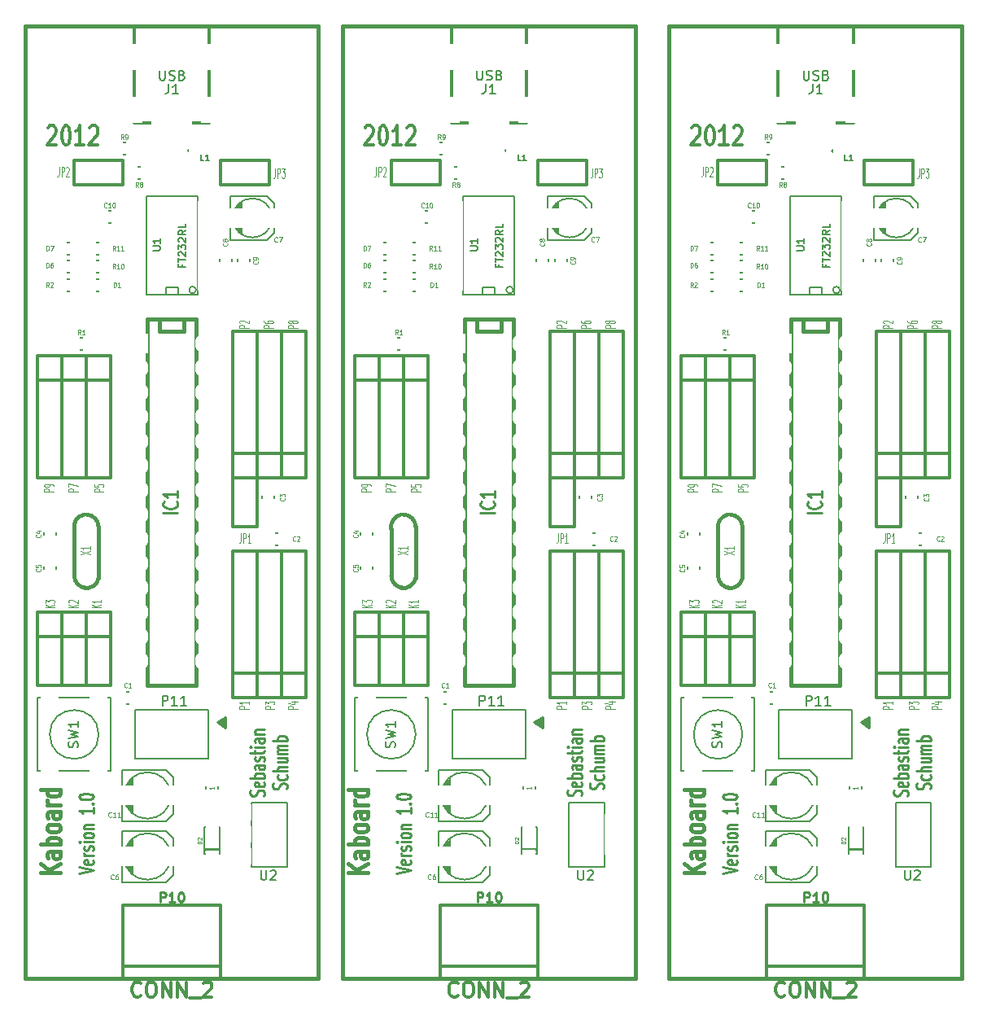
<source format=gto>
G04 (created by PCBNEW (2012-12-10 BZR 3844)-stable) date Tue 18 Dec 2012 09:43:10 AM CET*
%MOIN*%
G04 Gerber Fmt 3.4, Leading zero omitted, Abs format*
%FSLAX34Y34*%
G01*
G70*
G90*
G04 APERTURE LIST*
%ADD10C,0.006*%
%ADD11C,0.015*%
%ADD12C,0.0099*%
%ADD13C,0.012*%
%ADD14C,0.005*%
%ADD15C,0.008*%
%ADD16C,0.0047*%
%ADD17C,0.0077*%
%ADD18C,0.0078*%
%ADD19C,0.0039*%
%ADD20C,0.0045*%
%ADD21C,0.0113*%
%ADD22C,0.0049*%
%ADD23C,0.0079*%
%ADD24C,0.01*%
%ADD25R,0.1224X0.083*%
%ADD26R,0.1381X0.083*%
%ADD27R,0.08X0.08*%
%ADD28C,0.08*%
%ADD29R,0.1065X0.1065*%
%ADD30R,0.0396X0.1065*%
%ADD31C,0.0554*%
%ADD32C,0.2562*%
%ADD33R,0.0535X0.0535*%
%ADD34R,0.12X0.12*%
%ADD35C,0.12*%
%ADD36R,0.045X0.065*%
%ADD37R,0.065X0.045*%
%ADD38O,0.11X0.082*%
%ADD39R,0.11X0.082*%
%ADD40R,0.075X0.075*%
%ADD41C,0.075*%
%ADD42R,0.055X0.075*%
%ADD43R,0.07X0.036*%
%ADD44R,0.0909X0.0712*%
%ADD45R,0.0909X0.1696*%
%ADD46C,0.076*%
G04 APERTURE END LIST*
G54D10*
G54D11*
X14524Y-34908D02*
X13724Y-34908D01*
X14524Y-34565D02*
X14067Y-34822D01*
X13724Y-34565D02*
X14181Y-34908D01*
X14524Y-34051D02*
X14105Y-34051D01*
X14029Y-34080D01*
X13990Y-34137D01*
X13990Y-34251D01*
X14029Y-34308D01*
X14486Y-34051D02*
X14524Y-34108D01*
X14524Y-34251D01*
X14486Y-34308D01*
X14410Y-34337D01*
X14333Y-34337D01*
X14257Y-34308D01*
X14219Y-34251D01*
X14219Y-34108D01*
X14181Y-34051D01*
X14524Y-33765D02*
X13724Y-33765D01*
X14029Y-33765D02*
X13990Y-33708D01*
X13990Y-33594D01*
X14029Y-33537D01*
X14067Y-33508D01*
X14143Y-33479D01*
X14371Y-33479D01*
X14448Y-33508D01*
X14486Y-33537D01*
X14524Y-33594D01*
X14524Y-33708D01*
X14486Y-33765D01*
X14524Y-33136D02*
X14486Y-33194D01*
X14448Y-33222D01*
X14371Y-33251D01*
X14143Y-33251D01*
X14067Y-33222D01*
X14029Y-33194D01*
X13990Y-33136D01*
X13990Y-33051D01*
X14029Y-32994D01*
X14067Y-32965D01*
X14143Y-32936D01*
X14371Y-32936D01*
X14448Y-32965D01*
X14486Y-32994D01*
X14524Y-33051D01*
X14524Y-33136D01*
X14524Y-32422D02*
X14105Y-32422D01*
X14029Y-32451D01*
X13990Y-32508D01*
X13990Y-32622D01*
X14029Y-32679D01*
X14486Y-32422D02*
X14524Y-32479D01*
X14524Y-32622D01*
X14486Y-32679D01*
X14410Y-32708D01*
X14333Y-32708D01*
X14257Y-32679D01*
X14219Y-32622D01*
X14219Y-32479D01*
X14181Y-32422D01*
X14524Y-32136D02*
X13990Y-32136D01*
X14143Y-32136D02*
X14067Y-32108D01*
X14029Y-32079D01*
X13990Y-32022D01*
X13990Y-31965D01*
X14524Y-31508D02*
X13724Y-31508D01*
X14486Y-31508D02*
X14524Y-31565D01*
X14524Y-31679D01*
X14486Y-31737D01*
X14448Y-31765D01*
X14371Y-31794D01*
X14143Y-31794D01*
X14067Y-31765D01*
X14029Y-31737D01*
X13990Y-31679D01*
X13990Y-31565D01*
X14029Y-31508D01*
G54D12*
X15691Y-34958D02*
X16282Y-34827D01*
X15691Y-34696D01*
X16254Y-34414D02*
X16282Y-34452D01*
X16282Y-34527D01*
X16254Y-34564D01*
X16197Y-34583D01*
X15972Y-34583D01*
X15916Y-34564D01*
X15888Y-34527D01*
X15888Y-34452D01*
X15916Y-34414D01*
X15972Y-34395D01*
X16028Y-34395D01*
X16085Y-34583D01*
X16282Y-34226D02*
X15888Y-34226D01*
X16000Y-34226D02*
X15944Y-34207D01*
X15916Y-34189D01*
X15888Y-34151D01*
X15888Y-34114D01*
X16254Y-34001D02*
X16282Y-33963D01*
X16282Y-33888D01*
X16254Y-33851D01*
X16197Y-33832D01*
X16169Y-33832D01*
X16113Y-33851D01*
X16085Y-33888D01*
X16085Y-33945D01*
X16057Y-33982D01*
X16000Y-34001D01*
X15972Y-34001D01*
X15916Y-33982D01*
X15888Y-33945D01*
X15888Y-33888D01*
X15916Y-33851D01*
X16282Y-33663D02*
X15888Y-33663D01*
X15691Y-33663D02*
X15719Y-33682D01*
X15747Y-33663D01*
X15719Y-33644D01*
X15691Y-33663D01*
X15747Y-33663D01*
X16282Y-33419D02*
X16254Y-33456D01*
X16225Y-33475D01*
X16169Y-33494D01*
X16000Y-33494D01*
X15944Y-33475D01*
X15916Y-33456D01*
X15888Y-33419D01*
X15888Y-33363D01*
X15916Y-33325D01*
X15944Y-33306D01*
X16000Y-33288D01*
X16169Y-33288D01*
X16225Y-33306D01*
X16254Y-33325D01*
X16282Y-33363D01*
X16282Y-33419D01*
X15888Y-33119D02*
X16282Y-33119D01*
X15944Y-33119D02*
X15916Y-33100D01*
X15888Y-33063D01*
X15888Y-33007D01*
X15916Y-32969D01*
X15972Y-32950D01*
X16282Y-32950D01*
X16282Y-32257D02*
X16282Y-32482D01*
X16282Y-32369D02*
X15691Y-32369D01*
X15775Y-32407D01*
X15831Y-32444D01*
X15860Y-32482D01*
X16225Y-32088D02*
X16254Y-32069D01*
X16282Y-32088D01*
X16254Y-32107D01*
X16225Y-32088D01*
X16282Y-32088D01*
X15691Y-31825D02*
X15691Y-31788D01*
X15719Y-31750D01*
X15747Y-31731D01*
X15803Y-31713D01*
X15916Y-31694D01*
X16057Y-31694D01*
X16169Y-31713D01*
X16225Y-31731D01*
X16254Y-31750D01*
X16282Y-31788D01*
X16282Y-31825D01*
X16254Y-31863D01*
X16225Y-31881D01*
X16169Y-31900D01*
X16057Y-31919D01*
X15916Y-31919D01*
X15803Y-31900D01*
X15747Y-31881D01*
X15719Y-31863D01*
X15691Y-31825D01*
X23254Y-31767D02*
X23282Y-31711D01*
X23282Y-31617D01*
X23254Y-31579D01*
X23225Y-31561D01*
X23169Y-31542D01*
X23113Y-31542D01*
X23057Y-31561D01*
X23028Y-31579D01*
X23000Y-31617D01*
X22972Y-31692D01*
X22944Y-31729D01*
X22916Y-31748D01*
X22860Y-31767D01*
X22803Y-31767D01*
X22747Y-31748D01*
X22719Y-31729D01*
X22691Y-31692D01*
X22691Y-31598D01*
X22719Y-31542D01*
X23254Y-31223D02*
X23282Y-31261D01*
X23282Y-31336D01*
X23254Y-31373D01*
X23197Y-31392D01*
X22972Y-31392D01*
X22916Y-31373D01*
X22888Y-31336D01*
X22888Y-31261D01*
X22916Y-31223D01*
X22972Y-31204D01*
X23028Y-31204D01*
X23085Y-31392D01*
X23282Y-31035D02*
X22691Y-31035D01*
X22916Y-31035D02*
X22888Y-30998D01*
X22888Y-30923D01*
X22916Y-30885D01*
X22944Y-30866D01*
X23000Y-30848D01*
X23169Y-30848D01*
X23225Y-30866D01*
X23254Y-30885D01*
X23282Y-30923D01*
X23282Y-30998D01*
X23254Y-31035D01*
X23282Y-30510D02*
X22972Y-30510D01*
X22916Y-30529D01*
X22888Y-30567D01*
X22888Y-30642D01*
X22916Y-30679D01*
X23254Y-30510D02*
X23282Y-30548D01*
X23282Y-30642D01*
X23254Y-30679D01*
X23197Y-30698D01*
X23141Y-30698D01*
X23085Y-30679D01*
X23057Y-30642D01*
X23057Y-30548D01*
X23028Y-30510D01*
X23254Y-30342D02*
X23282Y-30304D01*
X23282Y-30229D01*
X23254Y-30192D01*
X23197Y-30173D01*
X23169Y-30173D01*
X23113Y-30192D01*
X23085Y-30229D01*
X23085Y-30286D01*
X23057Y-30323D01*
X23000Y-30342D01*
X22972Y-30342D01*
X22916Y-30323D01*
X22888Y-30286D01*
X22888Y-30229D01*
X22916Y-30192D01*
X22888Y-30060D02*
X22888Y-29910D01*
X22691Y-30004D02*
X23197Y-30004D01*
X23254Y-29985D01*
X23282Y-29948D01*
X23282Y-29910D01*
X23282Y-29779D02*
X22888Y-29779D01*
X22691Y-29779D02*
X22719Y-29798D01*
X22747Y-29779D01*
X22719Y-29760D01*
X22691Y-29779D01*
X22747Y-29779D01*
X23282Y-29422D02*
X22972Y-29422D01*
X22916Y-29441D01*
X22888Y-29479D01*
X22888Y-29554D01*
X22916Y-29591D01*
X23254Y-29422D02*
X23282Y-29460D01*
X23282Y-29554D01*
X23254Y-29591D01*
X23197Y-29610D01*
X23141Y-29610D01*
X23085Y-29591D01*
X23057Y-29554D01*
X23057Y-29460D01*
X23028Y-29422D01*
X22888Y-29235D02*
X23282Y-29235D01*
X22944Y-29235D02*
X22916Y-29216D01*
X22888Y-29179D01*
X22888Y-29123D01*
X22916Y-29085D01*
X22972Y-29066D01*
X23282Y-29066D01*
X24180Y-31486D02*
X24208Y-31430D01*
X24208Y-31336D01*
X24180Y-31298D01*
X24151Y-31280D01*
X24095Y-31261D01*
X24039Y-31261D01*
X23983Y-31280D01*
X23954Y-31298D01*
X23926Y-31336D01*
X23898Y-31411D01*
X23870Y-31448D01*
X23842Y-31467D01*
X23786Y-31486D01*
X23729Y-31486D01*
X23673Y-31467D01*
X23645Y-31448D01*
X23617Y-31411D01*
X23617Y-31317D01*
X23645Y-31261D01*
X24180Y-30923D02*
X24208Y-30961D01*
X24208Y-31036D01*
X24180Y-31073D01*
X24151Y-31092D01*
X24095Y-31111D01*
X23926Y-31111D01*
X23870Y-31092D01*
X23842Y-31073D01*
X23814Y-31036D01*
X23814Y-30961D01*
X23842Y-30923D01*
X24208Y-30754D02*
X23617Y-30754D01*
X24208Y-30585D02*
X23898Y-30585D01*
X23842Y-30604D01*
X23814Y-30642D01*
X23814Y-30698D01*
X23842Y-30735D01*
X23870Y-30754D01*
X23814Y-30229D02*
X24208Y-30229D01*
X23814Y-30398D02*
X24123Y-30398D01*
X24180Y-30379D01*
X24208Y-30342D01*
X24208Y-30286D01*
X24180Y-30248D01*
X24151Y-30229D01*
X24208Y-30042D02*
X23814Y-30042D01*
X23870Y-30042D02*
X23842Y-30023D01*
X23814Y-29986D01*
X23814Y-29930D01*
X23842Y-29892D01*
X23898Y-29873D01*
X24208Y-29873D01*
X23898Y-29873D02*
X23842Y-29855D01*
X23814Y-29817D01*
X23814Y-29761D01*
X23842Y-29723D01*
X23898Y-29704D01*
X24208Y-29704D01*
X24208Y-29517D02*
X23617Y-29517D01*
X23842Y-29517D02*
X23814Y-29480D01*
X23814Y-29405D01*
X23842Y-29367D01*
X23870Y-29348D01*
X23926Y-29330D01*
X24095Y-29330D01*
X24151Y-29348D01*
X24180Y-29367D01*
X24208Y-29405D01*
X24208Y-29480D01*
X24180Y-29517D01*
G54D13*
X14415Y-4408D02*
X14444Y-4370D01*
X14501Y-4332D01*
X14644Y-4332D01*
X14701Y-4370D01*
X14730Y-4408D01*
X14758Y-4484D01*
X14758Y-4560D01*
X14730Y-4675D01*
X14387Y-5132D01*
X14758Y-5132D01*
X15129Y-4332D02*
X15186Y-4332D01*
X15243Y-4370D01*
X15272Y-4408D01*
X15301Y-4484D01*
X15329Y-4637D01*
X15329Y-4827D01*
X15301Y-4979D01*
X15272Y-5056D01*
X15243Y-5094D01*
X15186Y-5132D01*
X15129Y-5132D01*
X15072Y-5094D01*
X15043Y-5056D01*
X15015Y-4979D01*
X14986Y-4827D01*
X14986Y-4637D01*
X15015Y-4484D01*
X15043Y-4408D01*
X15072Y-4370D01*
X15129Y-4332D01*
X15900Y-5132D02*
X15557Y-5132D01*
X15729Y-5132D02*
X15729Y-4332D01*
X15672Y-4446D01*
X15614Y-4522D01*
X15557Y-4560D01*
X16128Y-4408D02*
X16157Y-4370D01*
X16214Y-4332D01*
X16357Y-4332D01*
X16414Y-4370D01*
X16443Y-4408D01*
X16471Y-4484D01*
X16471Y-4560D01*
X16443Y-4675D01*
X16100Y-5132D01*
X16471Y-5132D01*
G54D11*
X13493Y-258D02*
X25493Y-258D01*
X25493Y-258D02*
X25493Y-39258D01*
X25493Y-39258D02*
X13493Y-39258D01*
X13493Y-39258D02*
X13493Y-258D01*
X1926Y-34909D02*
X1126Y-34909D01*
X1926Y-34566D02*
X1469Y-34823D01*
X1126Y-34566D02*
X1583Y-34909D01*
X1926Y-34052D02*
X1507Y-34052D01*
X1431Y-34081D01*
X1392Y-34138D01*
X1392Y-34252D01*
X1431Y-34309D01*
X1888Y-34052D02*
X1926Y-34109D01*
X1926Y-34252D01*
X1888Y-34309D01*
X1812Y-34338D01*
X1735Y-34338D01*
X1659Y-34309D01*
X1621Y-34252D01*
X1621Y-34109D01*
X1583Y-34052D01*
X1926Y-33766D02*
X1126Y-33766D01*
X1431Y-33766D02*
X1392Y-33709D01*
X1392Y-33595D01*
X1431Y-33538D01*
X1469Y-33509D01*
X1545Y-33480D01*
X1773Y-33480D01*
X1850Y-33509D01*
X1888Y-33538D01*
X1926Y-33595D01*
X1926Y-33709D01*
X1888Y-33766D01*
X1926Y-33137D02*
X1888Y-33195D01*
X1850Y-33223D01*
X1773Y-33252D01*
X1545Y-33252D01*
X1469Y-33223D01*
X1431Y-33195D01*
X1392Y-33137D01*
X1392Y-33052D01*
X1431Y-32995D01*
X1469Y-32966D01*
X1545Y-32937D01*
X1773Y-32937D01*
X1850Y-32966D01*
X1888Y-32995D01*
X1926Y-33052D01*
X1926Y-33137D01*
X1926Y-32423D02*
X1507Y-32423D01*
X1431Y-32452D01*
X1392Y-32509D01*
X1392Y-32623D01*
X1431Y-32680D01*
X1888Y-32423D02*
X1926Y-32480D01*
X1926Y-32623D01*
X1888Y-32680D01*
X1812Y-32709D01*
X1735Y-32709D01*
X1659Y-32680D01*
X1621Y-32623D01*
X1621Y-32480D01*
X1583Y-32423D01*
X1926Y-32137D02*
X1392Y-32137D01*
X1545Y-32137D02*
X1469Y-32109D01*
X1431Y-32080D01*
X1392Y-32023D01*
X1392Y-31966D01*
X1926Y-31509D02*
X1126Y-31509D01*
X1888Y-31509D02*
X1926Y-31566D01*
X1926Y-31680D01*
X1888Y-31738D01*
X1850Y-31766D01*
X1773Y-31795D01*
X1545Y-31795D01*
X1469Y-31766D01*
X1431Y-31738D01*
X1392Y-31680D01*
X1392Y-31566D01*
X1431Y-31509D01*
G54D12*
X2700Y-34959D02*
X3291Y-34828D01*
X2700Y-34697D01*
X3263Y-34415D02*
X3291Y-34453D01*
X3291Y-34528D01*
X3263Y-34565D01*
X3206Y-34584D01*
X2981Y-34584D01*
X2925Y-34565D01*
X2897Y-34528D01*
X2897Y-34453D01*
X2925Y-34415D01*
X2981Y-34396D01*
X3037Y-34396D01*
X3094Y-34584D01*
X3291Y-34227D02*
X2897Y-34227D01*
X3009Y-34227D02*
X2953Y-34208D01*
X2925Y-34190D01*
X2897Y-34152D01*
X2897Y-34115D01*
X3263Y-34002D02*
X3291Y-33964D01*
X3291Y-33889D01*
X3263Y-33852D01*
X3206Y-33833D01*
X3178Y-33833D01*
X3122Y-33852D01*
X3094Y-33889D01*
X3094Y-33946D01*
X3066Y-33983D01*
X3009Y-34002D01*
X2981Y-34002D01*
X2925Y-33983D01*
X2897Y-33946D01*
X2897Y-33889D01*
X2925Y-33852D01*
X3291Y-33664D02*
X2897Y-33664D01*
X2700Y-33664D02*
X2728Y-33683D01*
X2756Y-33664D01*
X2728Y-33645D01*
X2700Y-33664D01*
X2756Y-33664D01*
X3291Y-33420D02*
X3263Y-33457D01*
X3234Y-33476D01*
X3178Y-33495D01*
X3009Y-33495D01*
X2953Y-33476D01*
X2925Y-33457D01*
X2897Y-33420D01*
X2897Y-33364D01*
X2925Y-33326D01*
X2953Y-33307D01*
X3009Y-33289D01*
X3178Y-33289D01*
X3234Y-33307D01*
X3263Y-33326D01*
X3291Y-33364D01*
X3291Y-33420D01*
X2897Y-33120D02*
X3291Y-33120D01*
X2953Y-33120D02*
X2925Y-33101D01*
X2897Y-33064D01*
X2897Y-33008D01*
X2925Y-32970D01*
X2981Y-32951D01*
X3291Y-32951D01*
X3291Y-32258D02*
X3291Y-32483D01*
X3291Y-32370D02*
X2700Y-32370D01*
X2784Y-32408D01*
X2840Y-32445D01*
X2869Y-32483D01*
X3234Y-32089D02*
X3263Y-32070D01*
X3291Y-32089D01*
X3263Y-32108D01*
X3234Y-32089D01*
X3291Y-32089D01*
X2700Y-31826D02*
X2700Y-31789D01*
X2728Y-31751D01*
X2756Y-31732D01*
X2812Y-31714D01*
X2925Y-31695D01*
X3066Y-31695D01*
X3178Y-31714D01*
X3234Y-31732D01*
X3263Y-31751D01*
X3291Y-31789D01*
X3291Y-31826D01*
X3263Y-31864D01*
X3234Y-31882D01*
X3178Y-31901D01*
X3066Y-31920D01*
X2925Y-31920D01*
X2812Y-31901D01*
X2756Y-31882D01*
X2728Y-31864D01*
X2700Y-31826D01*
X10263Y-31768D02*
X10291Y-31712D01*
X10291Y-31618D01*
X10263Y-31580D01*
X10234Y-31562D01*
X10178Y-31543D01*
X10122Y-31543D01*
X10066Y-31562D01*
X10037Y-31580D01*
X10009Y-31618D01*
X9981Y-31693D01*
X9953Y-31730D01*
X9925Y-31749D01*
X9869Y-31768D01*
X9812Y-31768D01*
X9756Y-31749D01*
X9728Y-31730D01*
X9700Y-31693D01*
X9700Y-31599D01*
X9728Y-31543D01*
X10263Y-31224D02*
X10291Y-31262D01*
X10291Y-31337D01*
X10263Y-31374D01*
X10206Y-31393D01*
X9981Y-31393D01*
X9925Y-31374D01*
X9897Y-31337D01*
X9897Y-31262D01*
X9925Y-31224D01*
X9981Y-31205D01*
X10037Y-31205D01*
X10094Y-31393D01*
X10291Y-31036D02*
X9700Y-31036D01*
X9925Y-31036D02*
X9897Y-30999D01*
X9897Y-30924D01*
X9925Y-30886D01*
X9953Y-30867D01*
X10009Y-30849D01*
X10178Y-30849D01*
X10234Y-30867D01*
X10263Y-30886D01*
X10291Y-30924D01*
X10291Y-30999D01*
X10263Y-31036D01*
X10291Y-30511D02*
X9981Y-30511D01*
X9925Y-30530D01*
X9897Y-30568D01*
X9897Y-30643D01*
X9925Y-30680D01*
X10263Y-30511D02*
X10291Y-30549D01*
X10291Y-30643D01*
X10263Y-30680D01*
X10206Y-30699D01*
X10150Y-30699D01*
X10094Y-30680D01*
X10066Y-30643D01*
X10066Y-30549D01*
X10037Y-30511D01*
X10263Y-30343D02*
X10291Y-30305D01*
X10291Y-30230D01*
X10263Y-30193D01*
X10206Y-30174D01*
X10178Y-30174D01*
X10122Y-30193D01*
X10094Y-30230D01*
X10094Y-30287D01*
X10066Y-30324D01*
X10009Y-30343D01*
X9981Y-30343D01*
X9925Y-30324D01*
X9897Y-30287D01*
X9897Y-30230D01*
X9925Y-30193D01*
X9897Y-30061D02*
X9897Y-29911D01*
X9700Y-30005D02*
X10206Y-30005D01*
X10263Y-29986D01*
X10291Y-29949D01*
X10291Y-29911D01*
X10291Y-29780D02*
X9897Y-29780D01*
X9700Y-29780D02*
X9728Y-29799D01*
X9756Y-29780D01*
X9728Y-29761D01*
X9700Y-29780D01*
X9756Y-29780D01*
X10291Y-29423D02*
X9981Y-29423D01*
X9925Y-29442D01*
X9897Y-29480D01*
X9897Y-29555D01*
X9925Y-29592D01*
X10263Y-29423D02*
X10291Y-29461D01*
X10291Y-29555D01*
X10263Y-29592D01*
X10206Y-29611D01*
X10150Y-29611D01*
X10094Y-29592D01*
X10066Y-29555D01*
X10066Y-29461D01*
X10037Y-29423D01*
X9897Y-29236D02*
X10291Y-29236D01*
X9953Y-29236D02*
X9925Y-29217D01*
X9897Y-29180D01*
X9897Y-29124D01*
X9925Y-29086D01*
X9981Y-29067D01*
X10291Y-29067D01*
X11189Y-31487D02*
X11217Y-31431D01*
X11217Y-31337D01*
X11189Y-31299D01*
X11160Y-31281D01*
X11104Y-31262D01*
X11048Y-31262D01*
X10992Y-31281D01*
X10963Y-31299D01*
X10935Y-31337D01*
X10907Y-31412D01*
X10879Y-31449D01*
X10851Y-31468D01*
X10795Y-31487D01*
X10738Y-31487D01*
X10682Y-31468D01*
X10654Y-31449D01*
X10626Y-31412D01*
X10626Y-31318D01*
X10654Y-31262D01*
X11189Y-30924D02*
X11217Y-30962D01*
X11217Y-31037D01*
X11189Y-31074D01*
X11160Y-31093D01*
X11104Y-31112D01*
X10935Y-31112D01*
X10879Y-31093D01*
X10851Y-31074D01*
X10823Y-31037D01*
X10823Y-30962D01*
X10851Y-30924D01*
X11217Y-30755D02*
X10626Y-30755D01*
X11217Y-30586D02*
X10907Y-30586D01*
X10851Y-30605D01*
X10823Y-30643D01*
X10823Y-30699D01*
X10851Y-30736D01*
X10879Y-30755D01*
X10823Y-30230D02*
X11217Y-30230D01*
X10823Y-30399D02*
X11132Y-30399D01*
X11189Y-30380D01*
X11217Y-30343D01*
X11217Y-30287D01*
X11189Y-30249D01*
X11160Y-30230D01*
X11217Y-30043D02*
X10823Y-30043D01*
X10879Y-30043D02*
X10851Y-30024D01*
X10823Y-29987D01*
X10823Y-29931D01*
X10851Y-29893D01*
X10907Y-29874D01*
X11217Y-29874D01*
X10907Y-29874D02*
X10851Y-29856D01*
X10823Y-29818D01*
X10823Y-29762D01*
X10851Y-29724D01*
X10907Y-29705D01*
X11217Y-29705D01*
X11217Y-29518D02*
X10626Y-29518D01*
X10851Y-29518D02*
X10823Y-29481D01*
X10823Y-29406D01*
X10851Y-29368D01*
X10879Y-29349D01*
X10935Y-29331D01*
X11104Y-29331D01*
X11160Y-29349D01*
X11189Y-29368D01*
X11217Y-29406D01*
X11217Y-29481D01*
X11189Y-29518D01*
G54D13*
X1424Y-4409D02*
X1453Y-4371D01*
X1510Y-4333D01*
X1653Y-4333D01*
X1710Y-4371D01*
X1739Y-4409D01*
X1767Y-4485D01*
X1767Y-4561D01*
X1739Y-4676D01*
X1396Y-5133D01*
X1767Y-5133D01*
X2138Y-4333D02*
X2195Y-4333D01*
X2252Y-4371D01*
X2281Y-4409D01*
X2310Y-4485D01*
X2338Y-4638D01*
X2338Y-4828D01*
X2310Y-4980D01*
X2281Y-5057D01*
X2252Y-5095D01*
X2195Y-5133D01*
X2138Y-5133D01*
X2081Y-5095D01*
X2052Y-5057D01*
X2024Y-4980D01*
X1995Y-4828D01*
X1995Y-4638D01*
X2024Y-4485D01*
X2052Y-4409D01*
X2081Y-4371D01*
X2138Y-4333D01*
X2909Y-5133D02*
X2566Y-5133D01*
X2738Y-5133D02*
X2738Y-4333D01*
X2681Y-4447D01*
X2623Y-4523D01*
X2566Y-4561D01*
X3137Y-4409D02*
X3166Y-4371D01*
X3223Y-4333D01*
X3366Y-4333D01*
X3423Y-4371D01*
X3452Y-4409D01*
X3480Y-4485D01*
X3480Y-4561D01*
X3452Y-4676D01*
X3109Y-5133D01*
X3480Y-5133D01*
G54D11*
X502Y-259D02*
X12502Y-259D01*
X12502Y-259D02*
X12502Y-39259D01*
X12502Y-39259D02*
X502Y-39259D01*
X502Y-39259D02*
X502Y-259D01*
X26879Y-39259D02*
X26879Y-259D01*
X38879Y-39259D02*
X26879Y-39259D01*
X38879Y-259D02*
X38879Y-39259D01*
X26879Y-259D02*
X38879Y-259D01*
G54D13*
X27801Y-4409D02*
X27830Y-4371D01*
X27887Y-4333D01*
X28030Y-4333D01*
X28087Y-4371D01*
X28116Y-4409D01*
X28144Y-4485D01*
X28144Y-4561D01*
X28116Y-4676D01*
X27773Y-5133D01*
X28144Y-5133D01*
X28515Y-4333D02*
X28572Y-4333D01*
X28629Y-4371D01*
X28658Y-4409D01*
X28687Y-4485D01*
X28715Y-4638D01*
X28715Y-4828D01*
X28687Y-4980D01*
X28658Y-5057D01*
X28629Y-5095D01*
X28572Y-5133D01*
X28515Y-5133D01*
X28458Y-5095D01*
X28429Y-5057D01*
X28401Y-4980D01*
X28372Y-4828D01*
X28372Y-4638D01*
X28401Y-4485D01*
X28429Y-4409D01*
X28458Y-4371D01*
X28515Y-4333D01*
X29286Y-5133D02*
X28943Y-5133D01*
X29115Y-5133D02*
X29115Y-4333D01*
X29058Y-4447D01*
X29000Y-4523D01*
X28943Y-4561D01*
X29514Y-4409D02*
X29543Y-4371D01*
X29600Y-4333D01*
X29743Y-4333D01*
X29800Y-4371D01*
X29829Y-4409D01*
X29857Y-4485D01*
X29857Y-4561D01*
X29829Y-4676D01*
X29486Y-5133D01*
X29857Y-5133D01*
G54D12*
X36640Y-31768D02*
X36668Y-31712D01*
X36668Y-31618D01*
X36640Y-31580D01*
X36611Y-31562D01*
X36555Y-31543D01*
X36499Y-31543D01*
X36443Y-31562D01*
X36414Y-31580D01*
X36386Y-31618D01*
X36358Y-31693D01*
X36330Y-31730D01*
X36302Y-31749D01*
X36246Y-31768D01*
X36189Y-31768D01*
X36133Y-31749D01*
X36105Y-31730D01*
X36077Y-31693D01*
X36077Y-31599D01*
X36105Y-31543D01*
X36640Y-31224D02*
X36668Y-31262D01*
X36668Y-31337D01*
X36640Y-31374D01*
X36583Y-31393D01*
X36358Y-31393D01*
X36302Y-31374D01*
X36274Y-31337D01*
X36274Y-31262D01*
X36302Y-31224D01*
X36358Y-31205D01*
X36414Y-31205D01*
X36471Y-31393D01*
X36668Y-31036D02*
X36077Y-31036D01*
X36302Y-31036D02*
X36274Y-30999D01*
X36274Y-30924D01*
X36302Y-30886D01*
X36330Y-30867D01*
X36386Y-30849D01*
X36555Y-30849D01*
X36611Y-30867D01*
X36640Y-30886D01*
X36668Y-30924D01*
X36668Y-30999D01*
X36640Y-31036D01*
X36668Y-30511D02*
X36358Y-30511D01*
X36302Y-30530D01*
X36274Y-30568D01*
X36274Y-30643D01*
X36302Y-30680D01*
X36640Y-30511D02*
X36668Y-30549D01*
X36668Y-30643D01*
X36640Y-30680D01*
X36583Y-30699D01*
X36527Y-30699D01*
X36471Y-30680D01*
X36443Y-30643D01*
X36443Y-30549D01*
X36414Y-30511D01*
X36640Y-30343D02*
X36668Y-30305D01*
X36668Y-30230D01*
X36640Y-30193D01*
X36583Y-30174D01*
X36555Y-30174D01*
X36499Y-30193D01*
X36471Y-30230D01*
X36471Y-30287D01*
X36443Y-30324D01*
X36386Y-30343D01*
X36358Y-30343D01*
X36302Y-30324D01*
X36274Y-30287D01*
X36274Y-30230D01*
X36302Y-30193D01*
X36274Y-30061D02*
X36274Y-29911D01*
X36077Y-30005D02*
X36583Y-30005D01*
X36640Y-29986D01*
X36668Y-29949D01*
X36668Y-29911D01*
X36668Y-29780D02*
X36274Y-29780D01*
X36077Y-29780D02*
X36105Y-29799D01*
X36133Y-29780D01*
X36105Y-29761D01*
X36077Y-29780D01*
X36133Y-29780D01*
X36668Y-29423D02*
X36358Y-29423D01*
X36302Y-29442D01*
X36274Y-29480D01*
X36274Y-29555D01*
X36302Y-29592D01*
X36640Y-29423D02*
X36668Y-29461D01*
X36668Y-29555D01*
X36640Y-29592D01*
X36583Y-29611D01*
X36527Y-29611D01*
X36471Y-29592D01*
X36443Y-29555D01*
X36443Y-29461D01*
X36414Y-29423D01*
X36274Y-29236D02*
X36668Y-29236D01*
X36330Y-29236D02*
X36302Y-29217D01*
X36274Y-29180D01*
X36274Y-29124D01*
X36302Y-29086D01*
X36358Y-29067D01*
X36668Y-29067D01*
X37566Y-31487D02*
X37594Y-31431D01*
X37594Y-31337D01*
X37566Y-31299D01*
X37537Y-31281D01*
X37481Y-31262D01*
X37425Y-31262D01*
X37369Y-31281D01*
X37340Y-31299D01*
X37312Y-31337D01*
X37284Y-31412D01*
X37256Y-31449D01*
X37228Y-31468D01*
X37172Y-31487D01*
X37115Y-31487D01*
X37059Y-31468D01*
X37031Y-31449D01*
X37003Y-31412D01*
X37003Y-31318D01*
X37031Y-31262D01*
X37566Y-30924D02*
X37594Y-30962D01*
X37594Y-31037D01*
X37566Y-31074D01*
X37537Y-31093D01*
X37481Y-31112D01*
X37312Y-31112D01*
X37256Y-31093D01*
X37228Y-31074D01*
X37200Y-31037D01*
X37200Y-30962D01*
X37228Y-30924D01*
X37594Y-30755D02*
X37003Y-30755D01*
X37594Y-30586D02*
X37284Y-30586D01*
X37228Y-30605D01*
X37200Y-30643D01*
X37200Y-30699D01*
X37228Y-30736D01*
X37256Y-30755D01*
X37200Y-30230D02*
X37594Y-30230D01*
X37200Y-30399D02*
X37509Y-30399D01*
X37566Y-30380D01*
X37594Y-30343D01*
X37594Y-30287D01*
X37566Y-30249D01*
X37537Y-30230D01*
X37594Y-30043D02*
X37200Y-30043D01*
X37256Y-30043D02*
X37228Y-30024D01*
X37200Y-29987D01*
X37200Y-29931D01*
X37228Y-29893D01*
X37284Y-29874D01*
X37594Y-29874D01*
X37284Y-29874D02*
X37228Y-29856D01*
X37200Y-29818D01*
X37200Y-29762D01*
X37228Y-29724D01*
X37284Y-29705D01*
X37594Y-29705D01*
X37594Y-29518D02*
X37003Y-29518D01*
X37228Y-29518D02*
X37200Y-29481D01*
X37200Y-29406D01*
X37228Y-29368D01*
X37256Y-29349D01*
X37312Y-29331D01*
X37481Y-29331D01*
X37537Y-29349D01*
X37566Y-29368D01*
X37594Y-29406D01*
X37594Y-29481D01*
X37566Y-29518D01*
X29077Y-34959D02*
X29668Y-34828D01*
X29077Y-34697D01*
X29640Y-34415D02*
X29668Y-34453D01*
X29668Y-34528D01*
X29640Y-34565D01*
X29583Y-34584D01*
X29358Y-34584D01*
X29302Y-34565D01*
X29274Y-34528D01*
X29274Y-34453D01*
X29302Y-34415D01*
X29358Y-34396D01*
X29414Y-34396D01*
X29471Y-34584D01*
X29668Y-34227D02*
X29274Y-34227D01*
X29386Y-34227D02*
X29330Y-34208D01*
X29302Y-34190D01*
X29274Y-34152D01*
X29274Y-34115D01*
X29640Y-34002D02*
X29668Y-33964D01*
X29668Y-33889D01*
X29640Y-33852D01*
X29583Y-33833D01*
X29555Y-33833D01*
X29499Y-33852D01*
X29471Y-33889D01*
X29471Y-33946D01*
X29443Y-33983D01*
X29386Y-34002D01*
X29358Y-34002D01*
X29302Y-33983D01*
X29274Y-33946D01*
X29274Y-33889D01*
X29302Y-33852D01*
X29668Y-33664D02*
X29274Y-33664D01*
X29077Y-33664D02*
X29105Y-33683D01*
X29133Y-33664D01*
X29105Y-33645D01*
X29077Y-33664D01*
X29133Y-33664D01*
X29668Y-33420D02*
X29640Y-33457D01*
X29611Y-33476D01*
X29555Y-33495D01*
X29386Y-33495D01*
X29330Y-33476D01*
X29302Y-33457D01*
X29274Y-33420D01*
X29274Y-33364D01*
X29302Y-33326D01*
X29330Y-33307D01*
X29386Y-33289D01*
X29555Y-33289D01*
X29611Y-33307D01*
X29640Y-33326D01*
X29668Y-33364D01*
X29668Y-33420D01*
X29274Y-33120D02*
X29668Y-33120D01*
X29330Y-33120D02*
X29302Y-33101D01*
X29274Y-33064D01*
X29274Y-33008D01*
X29302Y-32970D01*
X29358Y-32951D01*
X29668Y-32951D01*
X29668Y-32258D02*
X29668Y-32483D01*
X29668Y-32370D02*
X29077Y-32370D01*
X29161Y-32408D01*
X29217Y-32445D01*
X29246Y-32483D01*
X29611Y-32089D02*
X29640Y-32070D01*
X29668Y-32089D01*
X29640Y-32108D01*
X29611Y-32089D01*
X29668Y-32089D01*
X29077Y-31826D02*
X29077Y-31789D01*
X29105Y-31751D01*
X29133Y-31732D01*
X29189Y-31714D01*
X29302Y-31695D01*
X29443Y-31695D01*
X29555Y-31714D01*
X29611Y-31732D01*
X29640Y-31751D01*
X29668Y-31789D01*
X29668Y-31826D01*
X29640Y-31864D01*
X29611Y-31882D01*
X29555Y-31901D01*
X29443Y-31920D01*
X29302Y-31920D01*
X29189Y-31901D01*
X29133Y-31882D01*
X29105Y-31864D01*
X29077Y-31826D01*
G54D11*
X28303Y-34909D02*
X27503Y-34909D01*
X28303Y-34566D02*
X27846Y-34823D01*
X27503Y-34566D02*
X27960Y-34909D01*
X28303Y-34052D02*
X27884Y-34052D01*
X27808Y-34081D01*
X27769Y-34138D01*
X27769Y-34252D01*
X27808Y-34309D01*
X28265Y-34052D02*
X28303Y-34109D01*
X28303Y-34252D01*
X28265Y-34309D01*
X28189Y-34338D01*
X28112Y-34338D01*
X28036Y-34309D01*
X27998Y-34252D01*
X27998Y-34109D01*
X27960Y-34052D01*
X28303Y-33766D02*
X27503Y-33766D01*
X27808Y-33766D02*
X27769Y-33709D01*
X27769Y-33595D01*
X27808Y-33538D01*
X27846Y-33509D01*
X27922Y-33480D01*
X28150Y-33480D01*
X28227Y-33509D01*
X28265Y-33538D01*
X28303Y-33595D01*
X28303Y-33709D01*
X28265Y-33766D01*
X28303Y-33137D02*
X28265Y-33195D01*
X28227Y-33223D01*
X28150Y-33252D01*
X27922Y-33252D01*
X27846Y-33223D01*
X27808Y-33195D01*
X27769Y-33137D01*
X27769Y-33052D01*
X27808Y-32995D01*
X27846Y-32966D01*
X27922Y-32937D01*
X28150Y-32937D01*
X28227Y-32966D01*
X28265Y-32995D01*
X28303Y-33052D01*
X28303Y-33137D01*
X28303Y-32423D02*
X27884Y-32423D01*
X27808Y-32452D01*
X27769Y-32509D01*
X27769Y-32623D01*
X27808Y-32680D01*
X28265Y-32423D02*
X28303Y-32480D01*
X28303Y-32623D01*
X28265Y-32680D01*
X28189Y-32709D01*
X28112Y-32709D01*
X28036Y-32680D01*
X27998Y-32623D01*
X27998Y-32480D01*
X27960Y-32423D01*
X28303Y-32137D02*
X27769Y-32137D01*
X27922Y-32137D02*
X27846Y-32109D01*
X27808Y-32080D01*
X27769Y-32023D01*
X27769Y-31966D01*
X28303Y-31509D02*
X27503Y-31509D01*
X28265Y-31509D02*
X28303Y-31566D01*
X28303Y-31680D01*
X28265Y-31738D01*
X28227Y-31766D01*
X28150Y-31795D01*
X27922Y-31795D01*
X27846Y-31766D01*
X27808Y-31738D01*
X27769Y-31680D01*
X27769Y-31566D01*
X27808Y-31509D01*
G54D14*
X23443Y-8108D02*
X23143Y-8108D01*
X23293Y-7958D02*
X23293Y-8258D01*
X23393Y-9008D02*
X21893Y-9008D01*
X23693Y-7508D02*
X23693Y-8708D01*
X23393Y-9008D02*
X23693Y-8708D01*
X23393Y-7208D02*
X21893Y-7208D01*
X23393Y-7208D02*
X23693Y-7508D01*
X21993Y-8158D02*
X21993Y-8058D01*
X22043Y-7858D02*
X22043Y-8358D01*
X22093Y-8458D02*
X22093Y-7758D01*
X22143Y-8558D02*
X22143Y-7658D01*
X22193Y-7608D02*
X22193Y-8608D01*
X22243Y-8658D02*
X22243Y-7558D01*
X22293Y-7508D02*
X22293Y-8708D01*
X22343Y-7458D02*
X22343Y-8758D01*
X23593Y-8108D02*
G75*
G03X23593Y-8108I-800J0D01*
G74*
G01*
X21893Y-7208D02*
X21893Y-9008D01*
X17593Y-31508D02*
X17593Y-32058D01*
X17643Y-31408D02*
X17643Y-32108D01*
X17693Y-31258D02*
X17693Y-32258D01*
X17743Y-32308D02*
X17743Y-31208D01*
X17793Y-31158D02*
X17793Y-32358D01*
X17843Y-32408D02*
X17843Y-31108D01*
X17893Y-31058D02*
X17893Y-32458D01*
X19443Y-31758D02*
G75*
G03X19443Y-31758I-950J0D01*
G74*
G01*
X17443Y-30708D02*
X19243Y-30708D01*
X19243Y-30708D02*
X19543Y-31008D01*
X19543Y-31008D02*
X19543Y-32508D01*
X19543Y-32508D02*
X19243Y-32808D01*
X19243Y-32808D02*
X17443Y-32808D01*
X17443Y-32808D02*
X17443Y-30708D01*
X19343Y-31758D02*
X19043Y-31758D01*
X19193Y-31608D02*
X19193Y-31908D01*
X17593Y-34008D02*
X17593Y-34558D01*
X17643Y-33908D02*
X17643Y-34608D01*
X17693Y-33758D02*
X17693Y-34758D01*
X17743Y-34808D02*
X17743Y-33708D01*
X17793Y-33658D02*
X17793Y-34858D01*
X17843Y-34908D02*
X17843Y-33608D01*
X17893Y-33558D02*
X17893Y-34958D01*
X19443Y-34258D02*
G75*
G03X19443Y-34258I-950J0D01*
G74*
G01*
X17443Y-33208D02*
X19243Y-33208D01*
X19243Y-33208D02*
X19543Y-33508D01*
X19543Y-33508D02*
X19543Y-35008D01*
X19543Y-35008D02*
X19243Y-35308D01*
X19243Y-35308D02*
X17443Y-35308D01*
X17443Y-35308D02*
X17443Y-33208D01*
X19343Y-34258D02*
X19043Y-34258D01*
X19193Y-34108D02*
X19193Y-34408D01*
G54D15*
X17993Y-28258D02*
X20993Y-28258D01*
X20993Y-30258D02*
X17993Y-30258D01*
X17993Y-30258D02*
X17993Y-28258D01*
X20993Y-28258D02*
X20993Y-30258D01*
G54D13*
X21028Y-3992D02*
X21462Y-3992D01*
X21462Y-3992D02*
X21462Y-3401D01*
X21462Y-3401D02*
X21028Y-3401D01*
X17524Y-3400D02*
X17958Y-3400D01*
X17524Y-3991D02*
X17524Y-3400D01*
X17958Y-3991D02*
X17524Y-3991D01*
X17958Y-1825D02*
X17524Y-1825D01*
X17524Y-1825D02*
X17524Y-1234D01*
X17524Y-1234D02*
X17958Y-1234D01*
X21028Y-1825D02*
X21462Y-1825D01*
X21462Y-1825D02*
X21462Y-1234D01*
X21462Y-1234D02*
X21028Y-1234D01*
X21028Y-289D02*
X17958Y-289D01*
X17958Y-289D02*
X17958Y-4227D01*
X17958Y-4227D02*
X21028Y-4227D01*
X21028Y-4227D02*
X21028Y-289D01*
G54D11*
X24393Y-37258D02*
G75*
G03X24393Y-37258I-900J0D01*
G74*
G01*
X16393Y-37258D02*
G75*
G03X16393Y-37258I-900J0D01*
G74*
G01*
X24393Y-2258D02*
G75*
G03X24393Y-2258I-900J0D01*
G74*
G01*
X16393Y-2258D02*
G75*
G03X16393Y-2258I-900J0D01*
G74*
G01*
G54D14*
X20828Y-33962D02*
X21458Y-33962D01*
X21458Y-34002D02*
X20828Y-34002D01*
X21458Y-33057D02*
X21458Y-34159D01*
X21458Y-34159D02*
X20828Y-34159D01*
X20828Y-34159D02*
X20828Y-33057D01*
X20828Y-33057D02*
X21458Y-33057D01*
G54D13*
X21493Y-38758D02*
X17493Y-38758D01*
X21493Y-39258D02*
X21493Y-36258D01*
X21493Y-36258D02*
X17493Y-36258D01*
X17493Y-36258D02*
X17493Y-39258D01*
X17493Y-39258D02*
X21493Y-39258D01*
G54D14*
X15993Y-10608D02*
X16893Y-10608D01*
X16893Y-10608D02*
X16893Y-11108D01*
X16893Y-11108D02*
X15993Y-11108D01*
X15993Y-11108D02*
X15993Y-10608D01*
X14793Y-10608D02*
X15693Y-10608D01*
X15693Y-10608D02*
X15693Y-11108D01*
X15693Y-11108D02*
X14793Y-11108D01*
X14793Y-11108D02*
X14793Y-10608D01*
X20893Y-31908D02*
X20893Y-31008D01*
X20893Y-31008D02*
X21393Y-31008D01*
X21393Y-31008D02*
X21393Y-31908D01*
X21393Y-31908D02*
X20893Y-31908D01*
G54D11*
X20493Y-12258D02*
X20493Y-27258D01*
X20493Y-27258D02*
X18493Y-27258D01*
X18493Y-27258D02*
X18493Y-12258D01*
X18493Y-12258D02*
X20493Y-12258D01*
X19993Y-12258D02*
X19993Y-12758D01*
X19993Y-12758D02*
X18993Y-12758D01*
X18993Y-12758D02*
X18993Y-12258D01*
G54D13*
X21993Y-18758D02*
X22993Y-18758D01*
X22993Y-18758D02*
X22993Y-20758D01*
X22993Y-20758D02*
X21993Y-20758D01*
X21993Y-20758D02*
X21993Y-18758D01*
X21493Y-6758D02*
X21493Y-5758D01*
X21493Y-5758D02*
X23493Y-5758D01*
X23493Y-5758D02*
X23493Y-6758D01*
X23493Y-6758D02*
X21493Y-6758D01*
X15993Y-24258D02*
X16993Y-24258D01*
X16993Y-24258D02*
X16993Y-27258D01*
X16993Y-27258D02*
X15993Y-27258D01*
X15993Y-27258D02*
X15993Y-24258D01*
X16993Y-25258D02*
X15993Y-25258D01*
X14993Y-24258D02*
X15993Y-24258D01*
X15993Y-24258D02*
X15993Y-27258D01*
X15993Y-27258D02*
X14993Y-27258D01*
X14993Y-27258D02*
X14993Y-24258D01*
X15993Y-25258D02*
X14993Y-25258D01*
X13993Y-24258D02*
X14993Y-24258D01*
X14993Y-24258D02*
X14993Y-27258D01*
X14993Y-27258D02*
X13993Y-27258D01*
X13993Y-27258D02*
X13993Y-24258D01*
X14993Y-25258D02*
X13993Y-25258D01*
X13993Y-13758D02*
X14993Y-13758D01*
X14993Y-13758D02*
X14993Y-18758D01*
X14993Y-18758D02*
X13993Y-18758D01*
X13993Y-18758D02*
X13993Y-13758D01*
X13993Y-14758D02*
X14993Y-14758D01*
X14993Y-13758D02*
X15993Y-13758D01*
X15993Y-13758D02*
X15993Y-18758D01*
X15993Y-18758D02*
X14993Y-18758D01*
X14993Y-18758D02*
X14993Y-13758D01*
X14993Y-14758D02*
X15993Y-14758D01*
X15993Y-13758D02*
X16993Y-13758D01*
X16993Y-13758D02*
X16993Y-18758D01*
X16993Y-18758D02*
X15993Y-18758D01*
X15993Y-18758D02*
X15993Y-13758D01*
X15993Y-14758D02*
X16993Y-14758D01*
X24993Y-18758D02*
X23993Y-18758D01*
X23993Y-18758D02*
X23993Y-12758D01*
X23993Y-12758D02*
X24993Y-12758D01*
X24993Y-12758D02*
X24993Y-18758D01*
X24993Y-17758D02*
X23993Y-17758D01*
X23993Y-18758D02*
X22993Y-18758D01*
X22993Y-18758D02*
X22993Y-12758D01*
X22993Y-12758D02*
X23993Y-12758D01*
X23993Y-12758D02*
X23993Y-18758D01*
X23993Y-17758D02*
X22993Y-17758D01*
X24993Y-27758D02*
X23993Y-27758D01*
X23993Y-27758D02*
X23993Y-21758D01*
X23993Y-21758D02*
X24993Y-21758D01*
X24993Y-21758D02*
X24993Y-27758D01*
X24993Y-26758D02*
X23993Y-26758D01*
X23993Y-27758D02*
X22993Y-27758D01*
X22993Y-27758D02*
X22993Y-21758D01*
X22993Y-21758D02*
X23993Y-21758D01*
X23993Y-21758D02*
X23993Y-27758D01*
X23993Y-26758D02*
X22993Y-26758D01*
X22993Y-18758D02*
X21993Y-18758D01*
X21993Y-18758D02*
X21993Y-12758D01*
X21993Y-12758D02*
X22993Y-12758D01*
X22993Y-12758D02*
X22993Y-18758D01*
X22993Y-17758D02*
X21993Y-17758D01*
X22993Y-27758D02*
X21993Y-27758D01*
X21993Y-27758D02*
X21993Y-21758D01*
X21993Y-21758D02*
X22993Y-21758D01*
X22993Y-21758D02*
X22993Y-27758D01*
X22993Y-26758D02*
X21993Y-26758D01*
G54D14*
X14793Y-9858D02*
X15693Y-9858D01*
X15693Y-9858D02*
X15693Y-10358D01*
X15693Y-10358D02*
X14793Y-10358D01*
X14793Y-10358D02*
X14793Y-9858D01*
X17393Y-8308D02*
X16493Y-8308D01*
X16493Y-8308D02*
X16493Y-7808D01*
X16493Y-7808D02*
X17393Y-7808D01*
X17393Y-7808D02*
X17393Y-8308D01*
X22193Y-10308D02*
X22193Y-9408D01*
X22193Y-9408D02*
X22693Y-9408D01*
X22693Y-9408D02*
X22693Y-10308D01*
X22693Y-10308D02*
X22193Y-10308D01*
X21443Y-10308D02*
X21443Y-9408D01*
X21443Y-9408D02*
X21943Y-9408D01*
X21943Y-9408D02*
X21943Y-10308D01*
X21943Y-10308D02*
X21443Y-10308D01*
X14743Y-22008D02*
X14743Y-22908D01*
X14743Y-22908D02*
X14243Y-22908D01*
X14243Y-22908D02*
X14243Y-22008D01*
X14243Y-22008D02*
X14743Y-22008D01*
X14243Y-21508D02*
X14243Y-20608D01*
X14243Y-20608D02*
X14743Y-20608D01*
X14743Y-20608D02*
X14743Y-21508D01*
X14743Y-21508D02*
X14243Y-21508D01*
X23693Y-19108D02*
X23693Y-20008D01*
X23693Y-20008D02*
X23193Y-20008D01*
X23193Y-20008D02*
X23193Y-19108D01*
X23193Y-19108D02*
X23693Y-19108D01*
X23343Y-21008D02*
X24243Y-21008D01*
X24243Y-21008D02*
X24243Y-21508D01*
X24243Y-21508D02*
X23343Y-21508D01*
X23343Y-21508D02*
X23343Y-21008D01*
X14793Y-9108D02*
X15693Y-9108D01*
X15693Y-9108D02*
X15693Y-9608D01*
X15693Y-9608D02*
X14793Y-9608D01*
X14793Y-9608D02*
X14793Y-9108D01*
X15993Y-9108D02*
X16893Y-9108D01*
X16893Y-9108D02*
X16893Y-9608D01*
X16893Y-9608D02*
X15993Y-9608D01*
X15993Y-9608D02*
X15993Y-9108D01*
X17993Y-5508D02*
X17093Y-5508D01*
X17093Y-5508D02*
X17093Y-5008D01*
X17093Y-5008D02*
X17993Y-5008D01*
X17993Y-5008D02*
X17993Y-5508D01*
X18593Y-6508D02*
X17693Y-6508D01*
X17693Y-6508D02*
X17693Y-6008D01*
X17693Y-6008D02*
X18593Y-6008D01*
X18593Y-6008D02*
X18593Y-6508D01*
X17243Y-27508D02*
X18143Y-27508D01*
X18143Y-27508D02*
X18143Y-28008D01*
X18143Y-28008D02*
X17243Y-28008D01*
X17243Y-28008D02*
X17243Y-27508D01*
X15343Y-13008D02*
X16243Y-13008D01*
X16243Y-13008D02*
X16243Y-13508D01*
X16243Y-13508D02*
X15343Y-13508D01*
X15343Y-13508D02*
X15343Y-13008D01*
X15993Y-9858D02*
X16893Y-9858D01*
X16893Y-9858D02*
X16893Y-10358D01*
X16893Y-10358D02*
X15993Y-10358D01*
X15993Y-10358D02*
X15993Y-9858D01*
X20243Y-5358D02*
G75*
G03X20243Y-5358I-50J0D01*
G74*
G01*
X20643Y-5358D02*
X20243Y-5358D01*
X20243Y-5358D02*
X20243Y-4758D01*
X20243Y-4758D02*
X20643Y-4758D01*
X21043Y-4758D02*
X21443Y-4758D01*
X21443Y-4758D02*
X21443Y-5358D01*
X21443Y-5358D02*
X21043Y-5358D01*
X20484Y-11058D02*
G75*
G03X20484Y-11058I-141J0D01*
G74*
G01*
X19243Y-11258D02*
X19243Y-10958D01*
X19243Y-10958D02*
X19743Y-10958D01*
X19743Y-10958D02*
X19743Y-11258D01*
X20543Y-7208D02*
X20543Y-11258D01*
X18443Y-11258D02*
X18443Y-7208D01*
X18443Y-11258D02*
X20543Y-11258D01*
X18443Y-7208D02*
X20543Y-7208D01*
X16493Y-29258D02*
G75*
G03X16493Y-29258I-1000J0D01*
G74*
G01*
X13993Y-30758D02*
X13993Y-27758D01*
X13993Y-27758D02*
X16993Y-27758D01*
X16993Y-27758D02*
X16993Y-30758D01*
X13993Y-30758D02*
X16993Y-30758D01*
G54D13*
X17493Y-5758D02*
X17493Y-6758D01*
X17493Y-6758D02*
X15493Y-6758D01*
X15493Y-6758D02*
X15493Y-5758D01*
X15493Y-5758D02*
X17493Y-5758D01*
G54D14*
X24928Y-32748D02*
X24928Y-33968D01*
X24928Y-33968D02*
X24223Y-33968D01*
X24928Y-32748D02*
X24223Y-32748D01*
X22058Y-34103D02*
X22058Y-34423D01*
X22058Y-34423D02*
X22763Y-34423D01*
X22058Y-34103D02*
X22763Y-34103D01*
X22058Y-33198D02*
X22763Y-33198D01*
X22058Y-33518D02*
X22763Y-33518D01*
X22058Y-33198D02*
X22058Y-33518D01*
X22058Y-32293D02*
X22058Y-32613D01*
X22058Y-32613D02*
X22763Y-32613D01*
X22058Y-32293D02*
X22763Y-32293D01*
X22763Y-34678D02*
X22763Y-32038D01*
X22763Y-32038D02*
X24223Y-32038D01*
X24223Y-32038D02*
X24223Y-34678D01*
X24223Y-34678D02*
X22763Y-34678D01*
G54D11*
X15493Y-22758D02*
X15493Y-20858D01*
X16493Y-20758D02*
X16493Y-22858D01*
X15893Y-20259D02*
G75*
G03X15494Y-20858I100J-499D01*
G74*
G01*
X16493Y-20758D02*
G75*
G03X15993Y-20258I-500J0D01*
G74*
G01*
X15893Y-23257D02*
G75*
G03X16492Y-22858I100J499D01*
G74*
G01*
X15493Y-22758D02*
G75*
G03X15993Y-23258I500J0D01*
G74*
G01*
G54D14*
X10452Y-8109D02*
X10152Y-8109D01*
X10302Y-7959D02*
X10302Y-8259D01*
X10402Y-9009D02*
X8902Y-9009D01*
X10702Y-7509D02*
X10702Y-8709D01*
X10402Y-9009D02*
X10702Y-8709D01*
X10402Y-7209D02*
X8902Y-7209D01*
X10402Y-7209D02*
X10702Y-7509D01*
X9002Y-8159D02*
X9002Y-8059D01*
X9052Y-7859D02*
X9052Y-8359D01*
X9102Y-8459D02*
X9102Y-7759D01*
X9152Y-8559D02*
X9152Y-7659D01*
X9202Y-7609D02*
X9202Y-8609D01*
X9252Y-8659D02*
X9252Y-7559D01*
X9302Y-7509D02*
X9302Y-8709D01*
X9352Y-7459D02*
X9352Y-8759D01*
X10602Y-8109D02*
G75*
G03X10602Y-8109I-800J0D01*
G74*
G01*
X8902Y-7209D02*
X8902Y-9009D01*
X4602Y-31509D02*
X4602Y-32059D01*
X4652Y-31409D02*
X4652Y-32109D01*
X4702Y-31259D02*
X4702Y-32259D01*
X4752Y-32309D02*
X4752Y-31209D01*
X4802Y-31159D02*
X4802Y-32359D01*
X4852Y-32409D02*
X4852Y-31109D01*
X4902Y-31059D02*
X4902Y-32459D01*
X6452Y-31759D02*
G75*
G03X6452Y-31759I-950J0D01*
G74*
G01*
X4452Y-30709D02*
X6252Y-30709D01*
X6252Y-30709D02*
X6552Y-31009D01*
X6552Y-31009D02*
X6552Y-32509D01*
X6552Y-32509D02*
X6252Y-32809D01*
X6252Y-32809D02*
X4452Y-32809D01*
X4452Y-32809D02*
X4452Y-30709D01*
X6352Y-31759D02*
X6052Y-31759D01*
X6202Y-31609D02*
X6202Y-31909D01*
X4602Y-34009D02*
X4602Y-34559D01*
X4652Y-33909D02*
X4652Y-34609D01*
X4702Y-33759D02*
X4702Y-34759D01*
X4752Y-34809D02*
X4752Y-33709D01*
X4802Y-33659D02*
X4802Y-34859D01*
X4852Y-34909D02*
X4852Y-33609D01*
X4902Y-33559D02*
X4902Y-34959D01*
X6452Y-34259D02*
G75*
G03X6452Y-34259I-950J0D01*
G74*
G01*
X4452Y-33209D02*
X6252Y-33209D01*
X6252Y-33209D02*
X6552Y-33509D01*
X6552Y-33509D02*
X6552Y-35009D01*
X6552Y-35009D02*
X6252Y-35309D01*
X6252Y-35309D02*
X4452Y-35309D01*
X4452Y-35309D02*
X4452Y-33209D01*
X6352Y-34259D02*
X6052Y-34259D01*
X6202Y-34109D02*
X6202Y-34409D01*
G54D15*
X5002Y-28259D02*
X8002Y-28259D01*
X8002Y-30259D02*
X5002Y-30259D01*
X5002Y-30259D02*
X5002Y-28259D01*
X8002Y-28259D02*
X8002Y-30259D01*
G54D13*
X8037Y-3993D02*
X8471Y-3993D01*
X8471Y-3993D02*
X8471Y-3402D01*
X8471Y-3402D02*
X8037Y-3402D01*
X4533Y-3401D02*
X4967Y-3401D01*
X4533Y-3992D02*
X4533Y-3401D01*
X4967Y-3992D02*
X4533Y-3992D01*
X4967Y-1826D02*
X4533Y-1826D01*
X4533Y-1826D02*
X4533Y-1235D01*
X4533Y-1235D02*
X4967Y-1235D01*
X8037Y-1826D02*
X8471Y-1826D01*
X8471Y-1826D02*
X8471Y-1235D01*
X8471Y-1235D02*
X8037Y-1235D01*
X8037Y-290D02*
X4967Y-290D01*
X4967Y-290D02*
X4967Y-4228D01*
X4967Y-4228D02*
X8037Y-4228D01*
X8037Y-4228D02*
X8037Y-290D01*
G54D11*
X11402Y-37259D02*
G75*
G03X11402Y-37259I-900J0D01*
G74*
G01*
X3402Y-37259D02*
G75*
G03X3402Y-37259I-900J0D01*
G74*
G01*
X11402Y-2259D02*
G75*
G03X11402Y-2259I-900J0D01*
G74*
G01*
X3402Y-2259D02*
G75*
G03X3402Y-2259I-900J0D01*
G74*
G01*
G54D14*
X7837Y-33963D02*
X8467Y-33963D01*
X8467Y-34003D02*
X7837Y-34003D01*
X8467Y-33058D02*
X8467Y-34160D01*
X8467Y-34160D02*
X7837Y-34160D01*
X7837Y-34160D02*
X7837Y-33058D01*
X7837Y-33058D02*
X8467Y-33058D01*
G54D13*
X8502Y-38759D02*
X4502Y-38759D01*
X8502Y-39259D02*
X8502Y-36259D01*
X8502Y-36259D02*
X4502Y-36259D01*
X4502Y-36259D02*
X4502Y-39259D01*
X4502Y-39259D02*
X8502Y-39259D01*
G54D14*
X3002Y-10609D02*
X3902Y-10609D01*
X3902Y-10609D02*
X3902Y-11109D01*
X3902Y-11109D02*
X3002Y-11109D01*
X3002Y-11109D02*
X3002Y-10609D01*
X1802Y-10609D02*
X2702Y-10609D01*
X2702Y-10609D02*
X2702Y-11109D01*
X2702Y-11109D02*
X1802Y-11109D01*
X1802Y-11109D02*
X1802Y-10609D01*
X7902Y-31909D02*
X7902Y-31009D01*
X7902Y-31009D02*
X8402Y-31009D01*
X8402Y-31009D02*
X8402Y-31909D01*
X8402Y-31909D02*
X7902Y-31909D01*
G54D11*
X7502Y-12259D02*
X7502Y-27259D01*
X7502Y-27259D02*
X5502Y-27259D01*
X5502Y-27259D02*
X5502Y-12259D01*
X5502Y-12259D02*
X7502Y-12259D01*
X7002Y-12259D02*
X7002Y-12759D01*
X7002Y-12759D02*
X6002Y-12759D01*
X6002Y-12759D02*
X6002Y-12259D01*
G54D13*
X9002Y-18759D02*
X10002Y-18759D01*
X10002Y-18759D02*
X10002Y-20759D01*
X10002Y-20759D02*
X9002Y-20759D01*
X9002Y-20759D02*
X9002Y-18759D01*
X8502Y-6759D02*
X8502Y-5759D01*
X8502Y-5759D02*
X10502Y-5759D01*
X10502Y-5759D02*
X10502Y-6759D01*
X10502Y-6759D02*
X8502Y-6759D01*
X3002Y-24259D02*
X4002Y-24259D01*
X4002Y-24259D02*
X4002Y-27259D01*
X4002Y-27259D02*
X3002Y-27259D01*
X3002Y-27259D02*
X3002Y-24259D01*
X4002Y-25259D02*
X3002Y-25259D01*
X2002Y-24259D02*
X3002Y-24259D01*
X3002Y-24259D02*
X3002Y-27259D01*
X3002Y-27259D02*
X2002Y-27259D01*
X2002Y-27259D02*
X2002Y-24259D01*
X3002Y-25259D02*
X2002Y-25259D01*
X1002Y-24259D02*
X2002Y-24259D01*
X2002Y-24259D02*
X2002Y-27259D01*
X2002Y-27259D02*
X1002Y-27259D01*
X1002Y-27259D02*
X1002Y-24259D01*
X2002Y-25259D02*
X1002Y-25259D01*
X1002Y-13759D02*
X2002Y-13759D01*
X2002Y-13759D02*
X2002Y-18759D01*
X2002Y-18759D02*
X1002Y-18759D01*
X1002Y-18759D02*
X1002Y-13759D01*
X1002Y-14759D02*
X2002Y-14759D01*
X2002Y-13759D02*
X3002Y-13759D01*
X3002Y-13759D02*
X3002Y-18759D01*
X3002Y-18759D02*
X2002Y-18759D01*
X2002Y-18759D02*
X2002Y-13759D01*
X2002Y-14759D02*
X3002Y-14759D01*
X3002Y-13759D02*
X4002Y-13759D01*
X4002Y-13759D02*
X4002Y-18759D01*
X4002Y-18759D02*
X3002Y-18759D01*
X3002Y-18759D02*
X3002Y-13759D01*
X3002Y-14759D02*
X4002Y-14759D01*
X12002Y-18759D02*
X11002Y-18759D01*
X11002Y-18759D02*
X11002Y-12759D01*
X11002Y-12759D02*
X12002Y-12759D01*
X12002Y-12759D02*
X12002Y-18759D01*
X12002Y-17759D02*
X11002Y-17759D01*
X11002Y-18759D02*
X10002Y-18759D01*
X10002Y-18759D02*
X10002Y-12759D01*
X10002Y-12759D02*
X11002Y-12759D01*
X11002Y-12759D02*
X11002Y-18759D01*
X11002Y-17759D02*
X10002Y-17759D01*
X12002Y-27759D02*
X11002Y-27759D01*
X11002Y-27759D02*
X11002Y-21759D01*
X11002Y-21759D02*
X12002Y-21759D01*
X12002Y-21759D02*
X12002Y-27759D01*
X12002Y-26759D02*
X11002Y-26759D01*
X11002Y-27759D02*
X10002Y-27759D01*
X10002Y-27759D02*
X10002Y-21759D01*
X10002Y-21759D02*
X11002Y-21759D01*
X11002Y-21759D02*
X11002Y-27759D01*
X11002Y-26759D02*
X10002Y-26759D01*
X10002Y-18759D02*
X9002Y-18759D01*
X9002Y-18759D02*
X9002Y-12759D01*
X9002Y-12759D02*
X10002Y-12759D01*
X10002Y-12759D02*
X10002Y-18759D01*
X10002Y-17759D02*
X9002Y-17759D01*
X10002Y-27759D02*
X9002Y-27759D01*
X9002Y-27759D02*
X9002Y-21759D01*
X9002Y-21759D02*
X10002Y-21759D01*
X10002Y-21759D02*
X10002Y-27759D01*
X10002Y-26759D02*
X9002Y-26759D01*
G54D14*
X1802Y-9859D02*
X2702Y-9859D01*
X2702Y-9859D02*
X2702Y-10359D01*
X2702Y-10359D02*
X1802Y-10359D01*
X1802Y-10359D02*
X1802Y-9859D01*
X4402Y-8309D02*
X3502Y-8309D01*
X3502Y-8309D02*
X3502Y-7809D01*
X3502Y-7809D02*
X4402Y-7809D01*
X4402Y-7809D02*
X4402Y-8309D01*
X9202Y-10309D02*
X9202Y-9409D01*
X9202Y-9409D02*
X9702Y-9409D01*
X9702Y-9409D02*
X9702Y-10309D01*
X9702Y-10309D02*
X9202Y-10309D01*
X8452Y-10309D02*
X8452Y-9409D01*
X8452Y-9409D02*
X8952Y-9409D01*
X8952Y-9409D02*
X8952Y-10309D01*
X8952Y-10309D02*
X8452Y-10309D01*
X1752Y-22009D02*
X1752Y-22909D01*
X1752Y-22909D02*
X1252Y-22909D01*
X1252Y-22909D02*
X1252Y-22009D01*
X1252Y-22009D02*
X1752Y-22009D01*
X1252Y-21509D02*
X1252Y-20609D01*
X1252Y-20609D02*
X1752Y-20609D01*
X1752Y-20609D02*
X1752Y-21509D01*
X1752Y-21509D02*
X1252Y-21509D01*
X10702Y-19109D02*
X10702Y-20009D01*
X10702Y-20009D02*
X10202Y-20009D01*
X10202Y-20009D02*
X10202Y-19109D01*
X10202Y-19109D02*
X10702Y-19109D01*
X10352Y-21009D02*
X11252Y-21009D01*
X11252Y-21009D02*
X11252Y-21509D01*
X11252Y-21509D02*
X10352Y-21509D01*
X10352Y-21509D02*
X10352Y-21009D01*
X1802Y-9109D02*
X2702Y-9109D01*
X2702Y-9109D02*
X2702Y-9609D01*
X2702Y-9609D02*
X1802Y-9609D01*
X1802Y-9609D02*
X1802Y-9109D01*
X3002Y-9109D02*
X3902Y-9109D01*
X3902Y-9109D02*
X3902Y-9609D01*
X3902Y-9609D02*
X3002Y-9609D01*
X3002Y-9609D02*
X3002Y-9109D01*
X5002Y-5509D02*
X4102Y-5509D01*
X4102Y-5509D02*
X4102Y-5009D01*
X4102Y-5009D02*
X5002Y-5009D01*
X5002Y-5009D02*
X5002Y-5509D01*
X5602Y-6509D02*
X4702Y-6509D01*
X4702Y-6509D02*
X4702Y-6009D01*
X4702Y-6009D02*
X5602Y-6009D01*
X5602Y-6009D02*
X5602Y-6509D01*
X4252Y-27509D02*
X5152Y-27509D01*
X5152Y-27509D02*
X5152Y-28009D01*
X5152Y-28009D02*
X4252Y-28009D01*
X4252Y-28009D02*
X4252Y-27509D01*
X2352Y-13009D02*
X3252Y-13009D01*
X3252Y-13009D02*
X3252Y-13509D01*
X3252Y-13509D02*
X2352Y-13509D01*
X2352Y-13509D02*
X2352Y-13009D01*
X3002Y-9859D02*
X3902Y-9859D01*
X3902Y-9859D02*
X3902Y-10359D01*
X3902Y-10359D02*
X3002Y-10359D01*
X3002Y-10359D02*
X3002Y-9859D01*
X7252Y-5359D02*
G75*
G03X7252Y-5359I-50J0D01*
G74*
G01*
X7652Y-5359D02*
X7252Y-5359D01*
X7252Y-5359D02*
X7252Y-4759D01*
X7252Y-4759D02*
X7652Y-4759D01*
X8052Y-4759D02*
X8452Y-4759D01*
X8452Y-4759D02*
X8452Y-5359D01*
X8452Y-5359D02*
X8052Y-5359D01*
X7493Y-11059D02*
G75*
G03X7493Y-11059I-141J0D01*
G74*
G01*
X6252Y-11259D02*
X6252Y-10959D01*
X6252Y-10959D02*
X6752Y-10959D01*
X6752Y-10959D02*
X6752Y-11259D01*
X7552Y-7209D02*
X7552Y-11259D01*
X5452Y-11259D02*
X5452Y-7209D01*
X5452Y-11259D02*
X7552Y-11259D01*
X5452Y-7209D02*
X7552Y-7209D01*
X3502Y-29259D02*
G75*
G03X3502Y-29259I-1000J0D01*
G74*
G01*
X1002Y-30759D02*
X1002Y-27759D01*
X1002Y-27759D02*
X4002Y-27759D01*
X4002Y-27759D02*
X4002Y-30759D01*
X1002Y-30759D02*
X4002Y-30759D01*
G54D13*
X4502Y-5759D02*
X4502Y-6759D01*
X4502Y-6759D02*
X2502Y-6759D01*
X2502Y-6759D02*
X2502Y-5759D01*
X2502Y-5759D02*
X4502Y-5759D01*
G54D14*
X11937Y-32749D02*
X11937Y-33969D01*
X11937Y-33969D02*
X11232Y-33969D01*
X11937Y-32749D02*
X11232Y-32749D01*
X9067Y-34104D02*
X9067Y-34424D01*
X9067Y-34424D02*
X9772Y-34424D01*
X9067Y-34104D02*
X9772Y-34104D01*
X9067Y-33199D02*
X9772Y-33199D01*
X9067Y-33519D02*
X9772Y-33519D01*
X9067Y-33199D02*
X9067Y-33519D01*
X9067Y-32294D02*
X9067Y-32614D01*
X9067Y-32614D02*
X9772Y-32614D01*
X9067Y-32294D02*
X9772Y-32294D01*
X9772Y-34679D02*
X9772Y-32039D01*
X9772Y-32039D02*
X11232Y-32039D01*
X11232Y-32039D02*
X11232Y-34679D01*
X11232Y-34679D02*
X9772Y-34679D01*
G54D11*
X2502Y-22759D02*
X2502Y-20859D01*
X3502Y-20759D02*
X3502Y-22859D01*
X2902Y-20260D02*
G75*
G03X2503Y-20859I100J-499D01*
G74*
G01*
X3502Y-20759D02*
G75*
G03X3002Y-20259I-500J0D01*
G74*
G01*
X2902Y-23258D02*
G75*
G03X3501Y-22859I100J499D01*
G74*
G01*
X2502Y-22759D02*
G75*
G03X3002Y-23259I500J0D01*
G74*
G01*
X28879Y-22759D02*
X28879Y-20859D01*
X29879Y-20759D02*
X29879Y-22859D01*
X29279Y-20260D02*
G75*
G03X28880Y-20859I100J-499D01*
G74*
G01*
X29879Y-20759D02*
G75*
G03X29379Y-20259I-500J0D01*
G74*
G01*
X29279Y-23258D02*
G75*
G03X29878Y-22859I100J499D01*
G74*
G01*
X28879Y-22759D02*
G75*
G03X29379Y-23259I500J0D01*
G74*
G01*
G54D14*
X38314Y-32749D02*
X38314Y-33969D01*
X38314Y-33969D02*
X37609Y-33969D01*
X38314Y-32749D02*
X37609Y-32749D01*
X35444Y-34104D02*
X35444Y-34424D01*
X35444Y-34424D02*
X36149Y-34424D01*
X35444Y-34104D02*
X36149Y-34104D01*
X35444Y-33199D02*
X36149Y-33199D01*
X35444Y-33519D02*
X36149Y-33519D01*
X35444Y-33199D02*
X35444Y-33519D01*
X35444Y-32294D02*
X35444Y-32614D01*
X35444Y-32614D02*
X36149Y-32614D01*
X35444Y-32294D02*
X36149Y-32294D01*
X36149Y-34679D02*
X36149Y-32039D01*
X36149Y-32039D02*
X37609Y-32039D01*
X37609Y-32039D02*
X37609Y-34679D01*
X37609Y-34679D02*
X36149Y-34679D01*
G54D13*
X30879Y-5759D02*
X30879Y-6759D01*
X30879Y-6759D02*
X28879Y-6759D01*
X28879Y-6759D02*
X28879Y-5759D01*
X28879Y-5759D02*
X30879Y-5759D01*
G54D14*
X29879Y-29259D02*
G75*
G03X29879Y-29259I-1000J0D01*
G74*
G01*
X27379Y-30759D02*
X27379Y-27759D01*
X27379Y-27759D02*
X30379Y-27759D01*
X30379Y-27759D02*
X30379Y-30759D01*
X27379Y-30759D02*
X30379Y-30759D01*
X33870Y-11059D02*
G75*
G03X33870Y-11059I-141J0D01*
G74*
G01*
X32629Y-11259D02*
X32629Y-10959D01*
X32629Y-10959D02*
X33129Y-10959D01*
X33129Y-10959D02*
X33129Y-11259D01*
X33929Y-7209D02*
X33929Y-11259D01*
X31829Y-11259D02*
X31829Y-7209D01*
X31829Y-11259D02*
X33929Y-11259D01*
X31829Y-7209D02*
X33929Y-7209D01*
X33629Y-5359D02*
G75*
G03X33629Y-5359I-50J0D01*
G74*
G01*
X34029Y-5359D02*
X33629Y-5359D01*
X33629Y-5359D02*
X33629Y-4759D01*
X33629Y-4759D02*
X34029Y-4759D01*
X34429Y-4759D02*
X34829Y-4759D01*
X34829Y-4759D02*
X34829Y-5359D01*
X34829Y-5359D02*
X34429Y-5359D01*
X29379Y-9859D02*
X30279Y-9859D01*
X30279Y-9859D02*
X30279Y-10359D01*
X30279Y-10359D02*
X29379Y-10359D01*
X29379Y-10359D02*
X29379Y-9859D01*
X28729Y-13009D02*
X29629Y-13009D01*
X29629Y-13009D02*
X29629Y-13509D01*
X29629Y-13509D02*
X28729Y-13509D01*
X28729Y-13509D02*
X28729Y-13009D01*
X30629Y-27509D02*
X31529Y-27509D01*
X31529Y-27509D02*
X31529Y-28009D01*
X31529Y-28009D02*
X30629Y-28009D01*
X30629Y-28009D02*
X30629Y-27509D01*
X31979Y-6509D02*
X31079Y-6509D01*
X31079Y-6509D02*
X31079Y-6009D01*
X31079Y-6009D02*
X31979Y-6009D01*
X31979Y-6009D02*
X31979Y-6509D01*
X31379Y-5509D02*
X30479Y-5509D01*
X30479Y-5509D02*
X30479Y-5009D01*
X30479Y-5009D02*
X31379Y-5009D01*
X31379Y-5009D02*
X31379Y-5509D01*
X29379Y-9109D02*
X30279Y-9109D01*
X30279Y-9109D02*
X30279Y-9609D01*
X30279Y-9609D02*
X29379Y-9609D01*
X29379Y-9609D02*
X29379Y-9109D01*
X28179Y-9109D02*
X29079Y-9109D01*
X29079Y-9109D02*
X29079Y-9609D01*
X29079Y-9609D02*
X28179Y-9609D01*
X28179Y-9609D02*
X28179Y-9109D01*
X36729Y-21009D02*
X37629Y-21009D01*
X37629Y-21009D02*
X37629Y-21509D01*
X37629Y-21509D02*
X36729Y-21509D01*
X36729Y-21509D02*
X36729Y-21009D01*
X37079Y-19109D02*
X37079Y-20009D01*
X37079Y-20009D02*
X36579Y-20009D01*
X36579Y-20009D02*
X36579Y-19109D01*
X36579Y-19109D02*
X37079Y-19109D01*
X27629Y-21509D02*
X27629Y-20609D01*
X27629Y-20609D02*
X28129Y-20609D01*
X28129Y-20609D02*
X28129Y-21509D01*
X28129Y-21509D02*
X27629Y-21509D01*
X28129Y-22009D02*
X28129Y-22909D01*
X28129Y-22909D02*
X27629Y-22909D01*
X27629Y-22909D02*
X27629Y-22009D01*
X27629Y-22009D02*
X28129Y-22009D01*
X34829Y-10309D02*
X34829Y-9409D01*
X34829Y-9409D02*
X35329Y-9409D01*
X35329Y-9409D02*
X35329Y-10309D01*
X35329Y-10309D02*
X34829Y-10309D01*
X35579Y-10309D02*
X35579Y-9409D01*
X35579Y-9409D02*
X36079Y-9409D01*
X36079Y-9409D02*
X36079Y-10309D01*
X36079Y-10309D02*
X35579Y-10309D01*
X30779Y-8309D02*
X29879Y-8309D01*
X29879Y-8309D02*
X29879Y-7809D01*
X29879Y-7809D02*
X30779Y-7809D01*
X30779Y-7809D02*
X30779Y-8309D01*
X28179Y-9859D02*
X29079Y-9859D01*
X29079Y-9859D02*
X29079Y-10359D01*
X29079Y-10359D02*
X28179Y-10359D01*
X28179Y-10359D02*
X28179Y-9859D01*
G54D13*
X36379Y-27759D02*
X35379Y-27759D01*
X35379Y-27759D02*
X35379Y-21759D01*
X35379Y-21759D02*
X36379Y-21759D01*
X36379Y-21759D02*
X36379Y-27759D01*
X36379Y-26759D02*
X35379Y-26759D01*
X36379Y-18759D02*
X35379Y-18759D01*
X35379Y-18759D02*
X35379Y-12759D01*
X35379Y-12759D02*
X36379Y-12759D01*
X36379Y-12759D02*
X36379Y-18759D01*
X36379Y-17759D02*
X35379Y-17759D01*
X37379Y-27759D02*
X36379Y-27759D01*
X36379Y-27759D02*
X36379Y-21759D01*
X36379Y-21759D02*
X37379Y-21759D01*
X37379Y-21759D02*
X37379Y-27759D01*
X37379Y-26759D02*
X36379Y-26759D01*
X38379Y-27759D02*
X37379Y-27759D01*
X37379Y-27759D02*
X37379Y-21759D01*
X37379Y-21759D02*
X38379Y-21759D01*
X38379Y-21759D02*
X38379Y-27759D01*
X38379Y-26759D02*
X37379Y-26759D01*
X37379Y-18759D02*
X36379Y-18759D01*
X36379Y-18759D02*
X36379Y-12759D01*
X36379Y-12759D02*
X37379Y-12759D01*
X37379Y-12759D02*
X37379Y-18759D01*
X37379Y-17759D02*
X36379Y-17759D01*
X38379Y-18759D02*
X37379Y-18759D01*
X37379Y-18759D02*
X37379Y-12759D01*
X37379Y-12759D02*
X38379Y-12759D01*
X38379Y-12759D02*
X38379Y-18759D01*
X38379Y-17759D02*
X37379Y-17759D01*
X29379Y-13759D02*
X30379Y-13759D01*
X30379Y-13759D02*
X30379Y-18759D01*
X30379Y-18759D02*
X29379Y-18759D01*
X29379Y-18759D02*
X29379Y-13759D01*
X29379Y-14759D02*
X30379Y-14759D01*
X28379Y-13759D02*
X29379Y-13759D01*
X29379Y-13759D02*
X29379Y-18759D01*
X29379Y-18759D02*
X28379Y-18759D01*
X28379Y-18759D02*
X28379Y-13759D01*
X28379Y-14759D02*
X29379Y-14759D01*
X27379Y-13759D02*
X28379Y-13759D01*
X28379Y-13759D02*
X28379Y-18759D01*
X28379Y-18759D02*
X27379Y-18759D01*
X27379Y-18759D02*
X27379Y-13759D01*
X27379Y-14759D02*
X28379Y-14759D01*
X27379Y-24259D02*
X28379Y-24259D01*
X28379Y-24259D02*
X28379Y-27259D01*
X28379Y-27259D02*
X27379Y-27259D01*
X27379Y-27259D02*
X27379Y-24259D01*
X28379Y-25259D02*
X27379Y-25259D01*
X28379Y-24259D02*
X29379Y-24259D01*
X29379Y-24259D02*
X29379Y-27259D01*
X29379Y-27259D02*
X28379Y-27259D01*
X28379Y-27259D02*
X28379Y-24259D01*
X29379Y-25259D02*
X28379Y-25259D01*
X29379Y-24259D02*
X30379Y-24259D01*
X30379Y-24259D02*
X30379Y-27259D01*
X30379Y-27259D02*
X29379Y-27259D01*
X29379Y-27259D02*
X29379Y-24259D01*
X30379Y-25259D02*
X29379Y-25259D01*
X34879Y-6759D02*
X34879Y-5759D01*
X34879Y-5759D02*
X36879Y-5759D01*
X36879Y-5759D02*
X36879Y-6759D01*
X36879Y-6759D02*
X34879Y-6759D01*
X35379Y-18759D02*
X36379Y-18759D01*
X36379Y-18759D02*
X36379Y-20759D01*
X36379Y-20759D02*
X35379Y-20759D01*
X35379Y-20759D02*
X35379Y-18759D01*
G54D11*
X33879Y-12259D02*
X33879Y-27259D01*
X33879Y-27259D02*
X31879Y-27259D01*
X31879Y-27259D02*
X31879Y-12259D01*
X31879Y-12259D02*
X33879Y-12259D01*
X33379Y-12259D02*
X33379Y-12759D01*
X33379Y-12759D02*
X32379Y-12759D01*
X32379Y-12759D02*
X32379Y-12259D01*
G54D14*
X34279Y-31909D02*
X34279Y-31009D01*
X34279Y-31009D02*
X34779Y-31009D01*
X34779Y-31009D02*
X34779Y-31909D01*
X34779Y-31909D02*
X34279Y-31909D01*
X28179Y-10609D02*
X29079Y-10609D01*
X29079Y-10609D02*
X29079Y-11109D01*
X29079Y-11109D02*
X28179Y-11109D01*
X28179Y-11109D02*
X28179Y-10609D01*
X29379Y-10609D02*
X30279Y-10609D01*
X30279Y-10609D02*
X30279Y-11109D01*
X30279Y-11109D02*
X29379Y-11109D01*
X29379Y-11109D02*
X29379Y-10609D01*
G54D13*
X34879Y-38759D02*
X30879Y-38759D01*
X34879Y-39259D02*
X34879Y-36259D01*
X34879Y-36259D02*
X30879Y-36259D01*
X30879Y-36259D02*
X30879Y-39259D01*
X30879Y-39259D02*
X34879Y-39259D01*
G54D14*
X34214Y-33963D02*
X34844Y-33963D01*
X34844Y-34003D02*
X34214Y-34003D01*
X34844Y-33058D02*
X34844Y-34160D01*
X34844Y-34160D02*
X34214Y-34160D01*
X34214Y-34160D02*
X34214Y-33058D01*
X34214Y-33058D02*
X34844Y-33058D01*
G54D11*
X29779Y-2259D02*
G75*
G03X29779Y-2259I-900J0D01*
G74*
G01*
X37779Y-2259D02*
G75*
G03X37779Y-2259I-900J0D01*
G74*
G01*
X29779Y-37259D02*
G75*
G03X29779Y-37259I-900J0D01*
G74*
G01*
X37779Y-37259D02*
G75*
G03X37779Y-37259I-900J0D01*
G74*
G01*
G54D13*
X34414Y-3993D02*
X34848Y-3993D01*
X34848Y-3993D02*
X34848Y-3402D01*
X34848Y-3402D02*
X34414Y-3402D01*
X30910Y-3401D02*
X31344Y-3401D01*
X30910Y-3992D02*
X30910Y-3401D01*
X31344Y-3992D02*
X30910Y-3992D01*
X31344Y-1826D02*
X30910Y-1826D01*
X30910Y-1826D02*
X30910Y-1235D01*
X30910Y-1235D02*
X31344Y-1235D01*
X34414Y-1826D02*
X34848Y-1826D01*
X34848Y-1826D02*
X34848Y-1235D01*
X34848Y-1235D02*
X34414Y-1235D01*
X34414Y-290D02*
X31344Y-290D01*
X31344Y-290D02*
X31344Y-4228D01*
X31344Y-4228D02*
X34414Y-4228D01*
X34414Y-4228D02*
X34414Y-290D01*
G54D15*
X31379Y-28259D02*
X34379Y-28259D01*
X34379Y-30259D02*
X31379Y-30259D01*
X31379Y-30259D02*
X31379Y-28259D01*
X34379Y-28259D02*
X34379Y-30259D01*
G54D14*
X30979Y-34009D02*
X30979Y-34559D01*
X31029Y-33909D02*
X31029Y-34609D01*
X31079Y-33759D02*
X31079Y-34759D01*
X31129Y-34809D02*
X31129Y-33709D01*
X31179Y-33659D02*
X31179Y-34859D01*
X31229Y-34909D02*
X31229Y-33609D01*
X31279Y-33559D02*
X31279Y-34959D01*
X32829Y-34259D02*
G75*
G03X32829Y-34259I-950J0D01*
G74*
G01*
X30829Y-33209D02*
X32629Y-33209D01*
X32629Y-33209D02*
X32929Y-33509D01*
X32929Y-33509D02*
X32929Y-35009D01*
X32929Y-35009D02*
X32629Y-35309D01*
X32629Y-35309D02*
X30829Y-35309D01*
X30829Y-35309D02*
X30829Y-33209D01*
X32729Y-34259D02*
X32429Y-34259D01*
X32579Y-34109D02*
X32579Y-34409D01*
X30979Y-31509D02*
X30979Y-32059D01*
X31029Y-31409D02*
X31029Y-32109D01*
X31079Y-31259D02*
X31079Y-32259D01*
X31129Y-32309D02*
X31129Y-31209D01*
X31179Y-31159D02*
X31179Y-32359D01*
X31229Y-32409D02*
X31229Y-31109D01*
X31279Y-31059D02*
X31279Y-32459D01*
X32829Y-31759D02*
G75*
G03X32829Y-31759I-950J0D01*
G74*
G01*
X30829Y-30709D02*
X32629Y-30709D01*
X32629Y-30709D02*
X32929Y-31009D01*
X32929Y-31009D02*
X32929Y-32509D01*
X32929Y-32509D02*
X32629Y-32809D01*
X32629Y-32809D02*
X30829Y-32809D01*
X30829Y-32809D02*
X30829Y-30709D01*
X32729Y-31759D02*
X32429Y-31759D01*
X32579Y-31609D02*
X32579Y-31909D01*
X36829Y-8109D02*
X36529Y-8109D01*
X36679Y-7959D02*
X36679Y-8259D01*
X36779Y-9009D02*
X35279Y-9009D01*
X37079Y-7509D02*
X37079Y-8709D01*
X36779Y-9009D02*
X37079Y-8709D01*
X36779Y-7209D02*
X35279Y-7209D01*
X36779Y-7209D02*
X37079Y-7509D01*
X35379Y-8159D02*
X35379Y-8059D01*
X35429Y-7859D02*
X35429Y-8359D01*
X35479Y-8459D02*
X35479Y-7759D01*
X35529Y-8559D02*
X35529Y-7659D01*
X35579Y-7609D02*
X35579Y-8609D01*
X35629Y-8659D02*
X35629Y-7559D01*
X35679Y-7509D02*
X35679Y-8709D01*
X35729Y-7459D02*
X35729Y-8759D01*
X36979Y-8109D02*
G75*
G03X36979Y-8109I-800J0D01*
G74*
G01*
X35279Y-7209D02*
X35279Y-9009D01*
G54D16*
X23810Y-9068D02*
X23801Y-9078D01*
X23773Y-9087D01*
X23754Y-9087D01*
X23726Y-9078D01*
X23707Y-9059D01*
X23698Y-9040D01*
X23689Y-9003D01*
X23689Y-8975D01*
X23698Y-8937D01*
X23707Y-8918D01*
X23726Y-8900D01*
X23754Y-8890D01*
X23773Y-8890D01*
X23801Y-8900D01*
X23810Y-8909D01*
X23876Y-8890D02*
X24007Y-8890D01*
X23923Y-9087D01*
X17016Y-32618D02*
X17007Y-32628D01*
X16979Y-32637D01*
X16960Y-32637D01*
X16932Y-32628D01*
X16913Y-32609D01*
X16904Y-32590D01*
X16895Y-32553D01*
X16895Y-32525D01*
X16904Y-32487D01*
X16913Y-32468D01*
X16932Y-32450D01*
X16960Y-32440D01*
X16979Y-32440D01*
X17007Y-32450D01*
X17016Y-32459D01*
X17204Y-32637D02*
X17092Y-32637D01*
X17148Y-32637D02*
X17148Y-32440D01*
X17129Y-32468D01*
X17110Y-32487D01*
X17092Y-32497D01*
X17392Y-32637D02*
X17280Y-32637D01*
X17336Y-32637D02*
X17336Y-32440D01*
X17317Y-32468D01*
X17298Y-32487D01*
X17280Y-32497D01*
X17110Y-35168D02*
X17101Y-35178D01*
X17073Y-35187D01*
X17054Y-35187D01*
X17026Y-35178D01*
X17007Y-35159D01*
X16998Y-35140D01*
X16989Y-35103D01*
X16989Y-35075D01*
X16998Y-35037D01*
X17007Y-35018D01*
X17026Y-35000D01*
X17054Y-34990D01*
X17073Y-34990D01*
X17101Y-35000D01*
X17110Y-35009D01*
X17279Y-34990D02*
X17242Y-34990D01*
X17223Y-35000D01*
X17214Y-35009D01*
X17195Y-35037D01*
X17186Y-35075D01*
X17186Y-35150D01*
X17195Y-35168D01*
X17204Y-35178D01*
X17223Y-35187D01*
X17261Y-35187D01*
X17279Y-35178D01*
X17289Y-35168D01*
X17298Y-35150D01*
X17298Y-35103D01*
X17289Y-35084D01*
X17279Y-35075D01*
X17261Y-35065D01*
X17223Y-35065D01*
X17204Y-35075D01*
X17195Y-35084D01*
X17186Y-35103D01*
G54D15*
X19107Y-28070D02*
X19107Y-27670D01*
X19260Y-27670D01*
X19298Y-27689D01*
X19317Y-27708D01*
X19336Y-27746D01*
X19336Y-27803D01*
X19317Y-27841D01*
X19298Y-27860D01*
X19260Y-27879D01*
X19107Y-27879D01*
X19717Y-28070D02*
X19488Y-28070D01*
X19602Y-28070D02*
X19602Y-27670D01*
X19564Y-27727D01*
X19526Y-27765D01*
X19488Y-27784D01*
X20098Y-28070D02*
X19869Y-28070D01*
X19983Y-28070D02*
X19983Y-27670D01*
X19945Y-27727D01*
X19907Y-27765D01*
X19869Y-27784D01*
G54D17*
X19363Y-2624D02*
X19363Y-2904D01*
X19344Y-2960D01*
X19307Y-2998D01*
X19251Y-3017D01*
X19213Y-3017D01*
X19755Y-3017D02*
X19531Y-3017D01*
X19643Y-3017D02*
X19643Y-2624D01*
X19606Y-2680D01*
X19568Y-2717D01*
X19531Y-2736D01*
G54D18*
X18998Y-2074D02*
X18998Y-2392D01*
X19016Y-2429D01*
X19035Y-2448D01*
X19072Y-2467D01*
X19147Y-2467D01*
X19185Y-2448D01*
X19203Y-2429D01*
X19222Y-2392D01*
X19222Y-2074D01*
X19391Y-2448D02*
X19447Y-2467D01*
X19541Y-2467D01*
X19578Y-2448D01*
X19597Y-2429D01*
X19615Y-2392D01*
X19615Y-2354D01*
X19597Y-2317D01*
X19578Y-2298D01*
X19541Y-2279D01*
X19466Y-2261D01*
X19428Y-2242D01*
X19410Y-2223D01*
X19391Y-2186D01*
X19391Y-2148D01*
X19410Y-2111D01*
X19428Y-2092D01*
X19466Y-2074D01*
X19559Y-2074D01*
X19615Y-2092D01*
X19915Y-2261D02*
X19971Y-2279D01*
X19989Y-2298D01*
X20008Y-2336D01*
X20008Y-2392D01*
X19989Y-2429D01*
X19971Y-2448D01*
X19933Y-2467D01*
X19784Y-2467D01*
X19784Y-2074D01*
X19915Y-2074D01*
X19952Y-2092D01*
X19971Y-2111D01*
X19989Y-2148D01*
X19989Y-2186D01*
X19971Y-2223D01*
X19952Y-2242D01*
X19915Y-2261D01*
X19784Y-2261D01*
G54D19*
X20706Y-33724D02*
X20549Y-33724D01*
X20549Y-33686D01*
X20557Y-33664D01*
X20571Y-33649D01*
X20586Y-33641D01*
X20616Y-33634D01*
X20639Y-33634D01*
X20669Y-33641D01*
X20684Y-33649D01*
X20699Y-33664D01*
X20706Y-33686D01*
X20706Y-33724D01*
X20564Y-33574D02*
X20557Y-33567D01*
X20549Y-33552D01*
X20549Y-33514D01*
X20557Y-33499D01*
X20564Y-33492D01*
X20579Y-33484D01*
X20594Y-33484D01*
X20616Y-33492D01*
X20706Y-33582D01*
X20706Y-33484D01*
G54D12*
X19015Y-36117D02*
X19015Y-35723D01*
X19165Y-35723D01*
X19202Y-35742D01*
X19221Y-35761D01*
X19240Y-35799D01*
X19240Y-35855D01*
X19221Y-35892D01*
X19202Y-35911D01*
X19165Y-35930D01*
X19015Y-35930D01*
X19615Y-36117D02*
X19390Y-36117D01*
X19503Y-36117D02*
X19503Y-35723D01*
X19465Y-35780D01*
X19428Y-35817D01*
X19390Y-35836D01*
X19859Y-35723D02*
X19896Y-35723D01*
X19934Y-35742D01*
X19953Y-35761D01*
X19971Y-35799D01*
X19990Y-35874D01*
X19990Y-35967D01*
X19971Y-36042D01*
X19953Y-36080D01*
X19934Y-36099D01*
X19896Y-36117D01*
X19859Y-36117D01*
X19821Y-36099D01*
X19803Y-36080D01*
X19784Y-36042D01*
X19765Y-35967D01*
X19765Y-35874D01*
X19784Y-35799D01*
X19803Y-35761D01*
X19821Y-35742D01*
X19859Y-35723D01*
G54D13*
X18222Y-39944D02*
X18193Y-39972D01*
X18107Y-40001D01*
X18050Y-40001D01*
X17965Y-39972D01*
X17907Y-39915D01*
X17879Y-39858D01*
X17850Y-39744D01*
X17850Y-39658D01*
X17879Y-39544D01*
X17907Y-39487D01*
X17965Y-39429D01*
X18050Y-39401D01*
X18107Y-39401D01*
X18193Y-39429D01*
X18222Y-39458D01*
X18593Y-39401D02*
X18707Y-39401D01*
X18765Y-39429D01*
X18822Y-39487D01*
X18850Y-39601D01*
X18850Y-39801D01*
X18822Y-39915D01*
X18765Y-39972D01*
X18707Y-40001D01*
X18593Y-40001D01*
X18536Y-39972D01*
X18479Y-39915D01*
X18450Y-39801D01*
X18450Y-39601D01*
X18479Y-39487D01*
X18536Y-39429D01*
X18593Y-39401D01*
X19108Y-40001D02*
X19108Y-39401D01*
X19451Y-40001D01*
X19451Y-39401D01*
X19737Y-40001D02*
X19737Y-39401D01*
X20080Y-40001D01*
X20080Y-39401D01*
X20223Y-40058D02*
X20680Y-40058D01*
X20794Y-39458D02*
X20823Y-39429D01*
X20880Y-39401D01*
X21023Y-39401D01*
X21080Y-39429D01*
X21109Y-39458D01*
X21137Y-39515D01*
X21137Y-39572D01*
X21109Y-39658D01*
X20766Y-40001D01*
X21137Y-40001D01*
G54D20*
X17111Y-10939D02*
X17111Y-10739D01*
X17154Y-10739D01*
X17179Y-10748D01*
X17197Y-10768D01*
X17205Y-10787D01*
X17214Y-10825D01*
X17214Y-10853D01*
X17205Y-10891D01*
X17197Y-10910D01*
X17179Y-10929D01*
X17154Y-10939D01*
X17111Y-10939D01*
X17385Y-10939D02*
X17282Y-10939D01*
X17334Y-10939D02*
X17334Y-10739D01*
X17317Y-10768D01*
X17299Y-10787D01*
X17282Y-10796D01*
X14464Y-10939D02*
X14404Y-10844D01*
X14361Y-10939D02*
X14361Y-10739D01*
X14429Y-10739D01*
X14447Y-10748D01*
X14455Y-10758D01*
X14464Y-10777D01*
X14464Y-10806D01*
X14455Y-10825D01*
X14447Y-10834D01*
X14429Y-10844D01*
X14361Y-10844D01*
X14532Y-10758D02*
X14541Y-10748D01*
X14558Y-10739D01*
X14601Y-10739D01*
X14618Y-10748D01*
X14627Y-10758D01*
X14635Y-10777D01*
X14635Y-10796D01*
X14627Y-10825D01*
X14524Y-10939D01*
X14635Y-10939D01*
X21205Y-31573D02*
X21214Y-31582D01*
X21224Y-31608D01*
X21224Y-31625D01*
X21214Y-31650D01*
X21195Y-31668D01*
X21176Y-31676D01*
X21138Y-31685D01*
X21110Y-31685D01*
X21072Y-31676D01*
X21053Y-31668D01*
X21033Y-31650D01*
X21024Y-31625D01*
X21024Y-31608D01*
X21033Y-31582D01*
X21043Y-31573D01*
X21224Y-31402D02*
X21224Y-31505D01*
X21224Y-31453D02*
X21024Y-31453D01*
X21053Y-31470D01*
X21072Y-31488D01*
X21081Y-31505D01*
X21043Y-31334D02*
X21033Y-31325D01*
X21024Y-31308D01*
X21024Y-31265D01*
X21033Y-31248D01*
X21043Y-31239D01*
X21062Y-31231D01*
X21081Y-31231D01*
X21110Y-31239D01*
X21224Y-31342D01*
X21224Y-31231D01*
G54D21*
X19736Y-20197D02*
X19136Y-20197D01*
X19679Y-19726D02*
X19707Y-19747D01*
X19736Y-19811D01*
X19736Y-19854D01*
X19707Y-19919D01*
X19650Y-19961D01*
X19593Y-19983D01*
X19479Y-20004D01*
X19393Y-20004D01*
X19279Y-19983D01*
X19222Y-19961D01*
X19164Y-19919D01*
X19136Y-19854D01*
X19136Y-19811D01*
X19164Y-19747D01*
X19193Y-19726D01*
X19736Y-19297D02*
X19736Y-19554D01*
X19736Y-19426D02*
X19136Y-19426D01*
X19222Y-19469D01*
X19279Y-19511D01*
X19307Y-19554D01*
G54D22*
X22329Y-21023D02*
X22329Y-21305D01*
X22320Y-21361D01*
X22301Y-21399D01*
X22273Y-21417D01*
X22254Y-21417D01*
X22423Y-21417D02*
X22423Y-21023D01*
X22498Y-21023D01*
X22517Y-21042D01*
X22526Y-21061D01*
X22535Y-21099D01*
X22535Y-21155D01*
X22526Y-21192D01*
X22517Y-21211D01*
X22498Y-21230D01*
X22423Y-21230D01*
X22723Y-21417D02*
X22611Y-21417D01*
X22667Y-21417D02*
X22667Y-21023D01*
X22648Y-21080D01*
X22629Y-21117D01*
X22611Y-21136D01*
X23729Y-6073D02*
X23729Y-6355D01*
X23720Y-6411D01*
X23701Y-6449D01*
X23673Y-6467D01*
X23654Y-6467D01*
X23823Y-6467D02*
X23823Y-6073D01*
X23898Y-6073D01*
X23917Y-6092D01*
X23926Y-6111D01*
X23935Y-6149D01*
X23935Y-6205D01*
X23926Y-6242D01*
X23917Y-6261D01*
X23898Y-6280D01*
X23823Y-6280D01*
X24001Y-6073D02*
X24123Y-6073D01*
X24057Y-6224D01*
X24086Y-6224D01*
X24104Y-6242D01*
X24114Y-6261D01*
X24123Y-6299D01*
X24123Y-6392D01*
X24114Y-6430D01*
X24104Y-6449D01*
X24086Y-6467D01*
X24029Y-6467D01*
X24011Y-6449D01*
X24001Y-6430D01*
X16602Y-24053D02*
X16208Y-24053D01*
X16602Y-23941D02*
X16377Y-24025D01*
X16208Y-23941D02*
X16434Y-24053D01*
X16602Y-23753D02*
X16602Y-23865D01*
X16602Y-23809D02*
X16208Y-23809D01*
X16265Y-23828D01*
X16302Y-23847D01*
X16321Y-23865D01*
X15652Y-24053D02*
X15258Y-24053D01*
X15652Y-23941D02*
X15427Y-24025D01*
X15258Y-23941D02*
X15484Y-24053D01*
X15296Y-23865D02*
X15277Y-23856D01*
X15258Y-23837D01*
X15258Y-23790D01*
X15277Y-23772D01*
X15296Y-23762D01*
X15334Y-23753D01*
X15371Y-23753D01*
X15427Y-23762D01*
X15652Y-23875D01*
X15652Y-23753D01*
X14702Y-24053D02*
X14308Y-24053D01*
X14702Y-23941D02*
X14477Y-24025D01*
X14308Y-23941D02*
X14534Y-24053D01*
X14308Y-23875D02*
X14308Y-23753D01*
X14459Y-23819D01*
X14459Y-23790D01*
X14477Y-23772D01*
X14496Y-23762D01*
X14534Y-23753D01*
X14627Y-23753D01*
X14665Y-23762D01*
X14684Y-23772D01*
X14702Y-23790D01*
X14702Y-23847D01*
X14684Y-23865D01*
X14665Y-23875D01*
X14652Y-19303D02*
X14258Y-19303D01*
X14258Y-19228D01*
X14277Y-19209D01*
X14296Y-19200D01*
X14334Y-19191D01*
X14390Y-19191D01*
X14427Y-19200D01*
X14446Y-19209D01*
X14465Y-19228D01*
X14465Y-19303D01*
X14652Y-19097D02*
X14652Y-19059D01*
X14634Y-19040D01*
X14615Y-19031D01*
X14559Y-19012D01*
X14484Y-19003D01*
X14334Y-19003D01*
X14296Y-19012D01*
X14277Y-19022D01*
X14258Y-19040D01*
X14258Y-19078D01*
X14277Y-19097D01*
X14296Y-19106D01*
X14334Y-19115D01*
X14427Y-19115D01*
X14465Y-19106D01*
X14484Y-19097D01*
X14502Y-19078D01*
X14502Y-19040D01*
X14484Y-19022D01*
X14465Y-19012D01*
X14427Y-19003D01*
X15652Y-19303D02*
X15258Y-19303D01*
X15258Y-19228D01*
X15277Y-19209D01*
X15296Y-19200D01*
X15334Y-19191D01*
X15390Y-19191D01*
X15427Y-19200D01*
X15446Y-19209D01*
X15465Y-19228D01*
X15465Y-19303D01*
X15258Y-19125D02*
X15258Y-18994D01*
X15652Y-19078D01*
X16702Y-19303D02*
X16308Y-19303D01*
X16308Y-19228D01*
X16327Y-19209D01*
X16346Y-19200D01*
X16384Y-19191D01*
X16440Y-19191D01*
X16477Y-19200D01*
X16496Y-19209D01*
X16515Y-19228D01*
X16515Y-19303D01*
X16308Y-19012D02*
X16308Y-19106D01*
X16496Y-19115D01*
X16477Y-19106D01*
X16459Y-19087D01*
X16459Y-19040D01*
X16477Y-19022D01*
X16496Y-19012D01*
X16534Y-19003D01*
X16627Y-19003D01*
X16665Y-19012D01*
X16684Y-19022D01*
X16702Y-19040D01*
X16702Y-19087D01*
X16684Y-19106D01*
X16665Y-19115D01*
X24652Y-12603D02*
X24258Y-12603D01*
X24258Y-12528D01*
X24277Y-12509D01*
X24296Y-12500D01*
X24334Y-12491D01*
X24390Y-12491D01*
X24427Y-12500D01*
X24446Y-12509D01*
X24465Y-12528D01*
X24465Y-12603D01*
X24427Y-12378D02*
X24409Y-12397D01*
X24390Y-12406D01*
X24352Y-12415D01*
X24334Y-12415D01*
X24296Y-12406D01*
X24277Y-12397D01*
X24258Y-12378D01*
X24258Y-12340D01*
X24277Y-12322D01*
X24296Y-12312D01*
X24334Y-12303D01*
X24352Y-12303D01*
X24390Y-12312D01*
X24409Y-12322D01*
X24427Y-12340D01*
X24427Y-12378D01*
X24446Y-12397D01*
X24465Y-12406D01*
X24502Y-12415D01*
X24577Y-12415D01*
X24615Y-12406D01*
X24634Y-12397D01*
X24652Y-12378D01*
X24652Y-12340D01*
X24634Y-12322D01*
X24615Y-12312D01*
X24577Y-12303D01*
X24502Y-12303D01*
X24465Y-12312D01*
X24446Y-12322D01*
X24427Y-12340D01*
X23652Y-12603D02*
X23258Y-12603D01*
X23258Y-12528D01*
X23277Y-12509D01*
X23296Y-12500D01*
X23334Y-12491D01*
X23390Y-12491D01*
X23427Y-12500D01*
X23446Y-12509D01*
X23465Y-12528D01*
X23465Y-12603D01*
X23258Y-12322D02*
X23258Y-12359D01*
X23277Y-12378D01*
X23296Y-12387D01*
X23352Y-12406D01*
X23427Y-12415D01*
X23577Y-12415D01*
X23615Y-12406D01*
X23634Y-12397D01*
X23652Y-12378D01*
X23652Y-12340D01*
X23634Y-12322D01*
X23615Y-12312D01*
X23577Y-12303D01*
X23484Y-12303D01*
X23446Y-12312D01*
X23427Y-12322D01*
X23409Y-12340D01*
X23409Y-12378D01*
X23427Y-12397D01*
X23446Y-12406D01*
X23484Y-12415D01*
X24652Y-28203D02*
X24258Y-28203D01*
X24258Y-28128D01*
X24277Y-28109D01*
X24296Y-28100D01*
X24334Y-28091D01*
X24390Y-28091D01*
X24427Y-28100D01*
X24446Y-28109D01*
X24465Y-28128D01*
X24465Y-28203D01*
X24390Y-27922D02*
X24652Y-27922D01*
X24240Y-27969D02*
X24521Y-28015D01*
X24521Y-27894D01*
X23702Y-28203D02*
X23308Y-28203D01*
X23308Y-28128D01*
X23327Y-28109D01*
X23346Y-28100D01*
X23384Y-28091D01*
X23440Y-28091D01*
X23477Y-28100D01*
X23496Y-28109D01*
X23515Y-28128D01*
X23515Y-28203D01*
X23308Y-28025D02*
X23308Y-27903D01*
X23459Y-27969D01*
X23459Y-27940D01*
X23477Y-27922D01*
X23496Y-27912D01*
X23534Y-27903D01*
X23627Y-27903D01*
X23665Y-27912D01*
X23684Y-27922D01*
X23702Y-27940D01*
X23702Y-27997D01*
X23684Y-28015D01*
X23665Y-28025D01*
X22652Y-12603D02*
X22258Y-12603D01*
X22258Y-12528D01*
X22277Y-12509D01*
X22296Y-12500D01*
X22334Y-12491D01*
X22390Y-12491D01*
X22427Y-12500D01*
X22446Y-12509D01*
X22465Y-12528D01*
X22465Y-12603D01*
X22296Y-12415D02*
X22277Y-12406D01*
X22258Y-12387D01*
X22258Y-12340D01*
X22277Y-12322D01*
X22296Y-12312D01*
X22334Y-12303D01*
X22371Y-12303D01*
X22427Y-12312D01*
X22652Y-12425D01*
X22652Y-12303D01*
X22652Y-28203D02*
X22258Y-28203D01*
X22258Y-28128D01*
X22277Y-28109D01*
X22296Y-28100D01*
X22334Y-28091D01*
X22390Y-28091D01*
X22427Y-28100D01*
X22446Y-28109D01*
X22465Y-28128D01*
X22465Y-28203D01*
X22652Y-27903D02*
X22652Y-28015D01*
X22652Y-27959D02*
X22258Y-27959D01*
X22315Y-27978D01*
X22352Y-27997D01*
X22371Y-28015D01*
G54D20*
X14361Y-10139D02*
X14361Y-9939D01*
X14404Y-9939D01*
X14429Y-9948D01*
X14447Y-9968D01*
X14455Y-9987D01*
X14464Y-10025D01*
X14464Y-10053D01*
X14455Y-10091D01*
X14447Y-10110D01*
X14429Y-10129D01*
X14404Y-10139D01*
X14361Y-10139D01*
X14618Y-9939D02*
X14584Y-9939D01*
X14567Y-9948D01*
X14558Y-9958D01*
X14541Y-9987D01*
X14532Y-10025D01*
X14532Y-10101D01*
X14541Y-10120D01*
X14549Y-10129D01*
X14567Y-10139D01*
X14601Y-10139D01*
X14618Y-10129D01*
X14627Y-10120D01*
X14635Y-10101D01*
X14635Y-10053D01*
X14627Y-10034D01*
X14618Y-10025D01*
X14601Y-10015D01*
X14567Y-10015D01*
X14549Y-10025D01*
X14541Y-10034D01*
X14532Y-10053D01*
X16828Y-7670D02*
X16819Y-7679D01*
X16793Y-7689D01*
X16776Y-7689D01*
X16751Y-7679D01*
X16733Y-7660D01*
X16725Y-7641D01*
X16716Y-7603D01*
X16716Y-7575D01*
X16725Y-7537D01*
X16733Y-7518D01*
X16751Y-7498D01*
X16776Y-7489D01*
X16793Y-7489D01*
X16819Y-7498D01*
X16828Y-7508D01*
X16999Y-7689D02*
X16896Y-7689D01*
X16948Y-7689D02*
X16948Y-7489D01*
X16931Y-7518D01*
X16913Y-7537D01*
X16896Y-7546D01*
X17110Y-7489D02*
X17127Y-7489D01*
X17144Y-7498D01*
X17153Y-7508D01*
X17162Y-7527D01*
X17170Y-7565D01*
X17170Y-7613D01*
X17162Y-7651D01*
X17153Y-7670D01*
X17144Y-7679D01*
X17127Y-7689D01*
X17110Y-7689D01*
X17093Y-7679D01*
X17084Y-7670D01*
X17076Y-7651D01*
X17067Y-7613D01*
X17067Y-7565D01*
X17076Y-7527D01*
X17084Y-7508D01*
X17093Y-7498D01*
X17110Y-7489D01*
X23005Y-9887D02*
X23014Y-9896D01*
X23024Y-9922D01*
X23024Y-9939D01*
X23014Y-9964D01*
X22995Y-9982D01*
X22976Y-9990D01*
X22938Y-9999D01*
X22910Y-9999D01*
X22872Y-9990D01*
X22853Y-9982D01*
X22833Y-9964D01*
X22824Y-9939D01*
X22824Y-9922D01*
X22833Y-9896D01*
X22843Y-9887D01*
X23024Y-9802D02*
X23024Y-9767D01*
X23014Y-9750D01*
X23005Y-9742D01*
X22976Y-9724D01*
X22938Y-9716D01*
X22862Y-9716D01*
X22843Y-9724D01*
X22833Y-9733D01*
X22824Y-9750D01*
X22824Y-9784D01*
X22833Y-9802D01*
X22843Y-9810D01*
X22862Y-9819D01*
X22910Y-9819D01*
X22929Y-9810D01*
X22938Y-9802D01*
X22948Y-9784D01*
X22948Y-9750D01*
X22938Y-9733D01*
X22929Y-9724D01*
X22910Y-9716D01*
X21755Y-9137D02*
X21764Y-9146D01*
X21774Y-9172D01*
X21774Y-9189D01*
X21764Y-9214D01*
X21745Y-9232D01*
X21726Y-9240D01*
X21688Y-9249D01*
X21660Y-9249D01*
X21622Y-9240D01*
X21603Y-9232D01*
X21583Y-9214D01*
X21574Y-9189D01*
X21574Y-9172D01*
X21583Y-9146D01*
X21593Y-9137D01*
X21660Y-9034D02*
X21650Y-9052D01*
X21641Y-9060D01*
X21622Y-9069D01*
X21612Y-9069D01*
X21593Y-9060D01*
X21583Y-9052D01*
X21574Y-9034D01*
X21574Y-9000D01*
X21583Y-8983D01*
X21593Y-8974D01*
X21612Y-8966D01*
X21622Y-8966D01*
X21641Y-8974D01*
X21650Y-8983D01*
X21660Y-9000D01*
X21660Y-9034D01*
X21669Y-9052D01*
X21679Y-9060D01*
X21698Y-9069D01*
X21736Y-9069D01*
X21755Y-9060D01*
X21764Y-9052D01*
X21774Y-9034D01*
X21774Y-9000D01*
X21764Y-8983D01*
X21755Y-8974D01*
X21736Y-8966D01*
X21698Y-8966D01*
X21679Y-8974D01*
X21669Y-8983D01*
X21660Y-9000D01*
X14105Y-22487D02*
X14114Y-22496D01*
X14124Y-22522D01*
X14124Y-22539D01*
X14114Y-22564D01*
X14095Y-22582D01*
X14076Y-22590D01*
X14038Y-22599D01*
X14010Y-22599D01*
X13972Y-22590D01*
X13953Y-22582D01*
X13933Y-22564D01*
X13924Y-22539D01*
X13924Y-22522D01*
X13933Y-22496D01*
X13943Y-22487D01*
X13924Y-22324D02*
X13924Y-22410D01*
X14019Y-22419D01*
X14010Y-22410D01*
X14000Y-22393D01*
X14000Y-22350D01*
X14010Y-22333D01*
X14019Y-22324D01*
X14038Y-22316D01*
X14086Y-22316D01*
X14105Y-22324D01*
X14114Y-22333D01*
X14124Y-22350D01*
X14124Y-22393D01*
X14114Y-22410D01*
X14105Y-22419D01*
X14105Y-21087D02*
X14114Y-21096D01*
X14124Y-21122D01*
X14124Y-21139D01*
X14114Y-21164D01*
X14095Y-21182D01*
X14076Y-21190D01*
X14038Y-21199D01*
X14010Y-21199D01*
X13972Y-21190D01*
X13953Y-21182D01*
X13933Y-21164D01*
X13924Y-21139D01*
X13924Y-21122D01*
X13933Y-21096D01*
X13943Y-21087D01*
X13991Y-20933D02*
X14124Y-20933D01*
X13914Y-20976D02*
X14057Y-21019D01*
X14057Y-20907D01*
X24105Y-19587D02*
X24114Y-19596D01*
X24124Y-19622D01*
X24124Y-19639D01*
X24114Y-19664D01*
X24095Y-19682D01*
X24076Y-19690D01*
X24038Y-19699D01*
X24010Y-19699D01*
X23972Y-19690D01*
X23953Y-19682D01*
X23933Y-19664D01*
X23924Y-19639D01*
X23924Y-19622D01*
X23933Y-19596D01*
X23943Y-19587D01*
X23924Y-19527D02*
X23924Y-19416D01*
X24000Y-19476D01*
X24000Y-19450D01*
X24010Y-19433D01*
X24019Y-19424D01*
X24038Y-19416D01*
X24086Y-19416D01*
X24105Y-19424D01*
X24114Y-19433D01*
X24124Y-19450D01*
X24124Y-19502D01*
X24114Y-19519D01*
X24105Y-19527D01*
X24564Y-21320D02*
X24555Y-21329D01*
X24529Y-21339D01*
X24512Y-21339D01*
X24487Y-21329D01*
X24469Y-21310D01*
X24461Y-21291D01*
X24452Y-21253D01*
X24452Y-21225D01*
X24461Y-21187D01*
X24469Y-21168D01*
X24487Y-21148D01*
X24512Y-21139D01*
X24529Y-21139D01*
X24555Y-21148D01*
X24564Y-21158D01*
X24632Y-21158D02*
X24641Y-21148D01*
X24658Y-21139D01*
X24701Y-21139D01*
X24718Y-21148D01*
X24727Y-21158D01*
X24735Y-21177D01*
X24735Y-21196D01*
X24727Y-21225D01*
X24624Y-21339D01*
X24735Y-21339D01*
X14361Y-9439D02*
X14361Y-9239D01*
X14404Y-9239D01*
X14429Y-9248D01*
X14447Y-9268D01*
X14455Y-9287D01*
X14464Y-9325D01*
X14464Y-9353D01*
X14455Y-9391D01*
X14447Y-9410D01*
X14429Y-9429D01*
X14404Y-9439D01*
X14361Y-9439D01*
X14524Y-9239D02*
X14644Y-9239D01*
X14567Y-9439D01*
X17178Y-9439D02*
X17118Y-9344D01*
X17075Y-9439D02*
X17075Y-9239D01*
X17143Y-9239D01*
X17161Y-9248D01*
X17169Y-9258D01*
X17178Y-9277D01*
X17178Y-9306D01*
X17169Y-9325D01*
X17161Y-9334D01*
X17143Y-9344D01*
X17075Y-9344D01*
X17349Y-9439D02*
X17246Y-9439D01*
X17298Y-9439D02*
X17298Y-9239D01*
X17281Y-9268D01*
X17263Y-9287D01*
X17246Y-9296D01*
X17520Y-9439D02*
X17417Y-9439D01*
X17469Y-9439D02*
X17469Y-9239D01*
X17452Y-9268D01*
X17434Y-9287D01*
X17417Y-9296D01*
X17514Y-4889D02*
X17454Y-4794D01*
X17411Y-4889D02*
X17411Y-4689D01*
X17479Y-4689D01*
X17497Y-4698D01*
X17505Y-4708D01*
X17514Y-4727D01*
X17514Y-4756D01*
X17505Y-4775D01*
X17497Y-4784D01*
X17479Y-4794D01*
X17411Y-4794D01*
X17599Y-4889D02*
X17634Y-4889D01*
X17651Y-4879D01*
X17659Y-4870D01*
X17677Y-4841D01*
X17685Y-4803D01*
X17685Y-4727D01*
X17677Y-4708D01*
X17668Y-4698D01*
X17651Y-4689D01*
X17617Y-4689D01*
X17599Y-4698D01*
X17591Y-4708D01*
X17582Y-4727D01*
X17582Y-4775D01*
X17591Y-4794D01*
X17599Y-4803D01*
X17617Y-4813D01*
X17651Y-4813D01*
X17668Y-4803D01*
X17677Y-4794D01*
X17685Y-4775D01*
X18114Y-6839D02*
X18054Y-6744D01*
X18011Y-6839D02*
X18011Y-6639D01*
X18079Y-6639D01*
X18097Y-6648D01*
X18105Y-6658D01*
X18114Y-6677D01*
X18114Y-6706D01*
X18105Y-6725D01*
X18097Y-6734D01*
X18079Y-6744D01*
X18011Y-6744D01*
X18217Y-6725D02*
X18199Y-6715D01*
X18191Y-6706D01*
X18182Y-6687D01*
X18182Y-6677D01*
X18191Y-6658D01*
X18199Y-6648D01*
X18217Y-6639D01*
X18251Y-6639D01*
X18268Y-6648D01*
X18277Y-6658D01*
X18285Y-6677D01*
X18285Y-6687D01*
X18277Y-6706D01*
X18268Y-6715D01*
X18251Y-6725D01*
X18217Y-6725D01*
X18199Y-6734D01*
X18191Y-6744D01*
X18182Y-6763D01*
X18182Y-6801D01*
X18191Y-6820D01*
X18199Y-6829D01*
X18217Y-6839D01*
X18251Y-6839D01*
X18268Y-6829D01*
X18277Y-6820D01*
X18285Y-6801D01*
X18285Y-6763D01*
X18277Y-6744D01*
X18268Y-6734D01*
X18251Y-6725D01*
X17664Y-27320D02*
X17655Y-27329D01*
X17629Y-27339D01*
X17612Y-27339D01*
X17587Y-27329D01*
X17569Y-27310D01*
X17561Y-27291D01*
X17552Y-27253D01*
X17552Y-27225D01*
X17561Y-27187D01*
X17569Y-27168D01*
X17587Y-27148D01*
X17612Y-27139D01*
X17629Y-27139D01*
X17655Y-27148D01*
X17664Y-27158D01*
X17835Y-27339D02*
X17732Y-27339D01*
X17784Y-27339D02*
X17784Y-27139D01*
X17767Y-27168D01*
X17749Y-27187D01*
X17732Y-27196D01*
X15764Y-12889D02*
X15704Y-12794D01*
X15661Y-12889D02*
X15661Y-12689D01*
X15729Y-12689D01*
X15747Y-12698D01*
X15755Y-12708D01*
X15764Y-12727D01*
X15764Y-12756D01*
X15755Y-12775D01*
X15747Y-12784D01*
X15729Y-12794D01*
X15661Y-12794D01*
X15935Y-12889D02*
X15832Y-12889D01*
X15884Y-12889D02*
X15884Y-12689D01*
X15867Y-12718D01*
X15849Y-12737D01*
X15832Y-12746D01*
X17178Y-10189D02*
X17118Y-10094D01*
X17075Y-10189D02*
X17075Y-9989D01*
X17143Y-9989D01*
X17161Y-9998D01*
X17169Y-10008D01*
X17178Y-10027D01*
X17178Y-10056D01*
X17169Y-10075D01*
X17161Y-10084D01*
X17143Y-10094D01*
X17075Y-10094D01*
X17349Y-10189D02*
X17246Y-10189D01*
X17298Y-10189D02*
X17298Y-9989D01*
X17281Y-10018D01*
X17263Y-10037D01*
X17246Y-10046D01*
X17460Y-9989D02*
X17477Y-9989D01*
X17494Y-9998D01*
X17503Y-10008D01*
X17512Y-10027D01*
X17520Y-10065D01*
X17520Y-10113D01*
X17512Y-10151D01*
X17503Y-10170D01*
X17494Y-10179D01*
X17477Y-10189D01*
X17460Y-10189D01*
X17443Y-10179D01*
X17434Y-10170D01*
X17426Y-10151D01*
X17417Y-10113D01*
X17417Y-10065D01*
X17426Y-10027D01*
X17434Y-10008D01*
X17443Y-9998D01*
X17460Y-9989D01*
G54D14*
X20802Y-5759D02*
X20683Y-5759D01*
X20683Y-5509D01*
X21015Y-5759D02*
X20873Y-5759D01*
X20944Y-5759D02*
X20944Y-5509D01*
X20920Y-5545D01*
X20896Y-5569D01*
X20873Y-5581D01*
X18714Y-9437D02*
X18957Y-9437D01*
X18986Y-9422D01*
X19000Y-9408D01*
X19014Y-9379D01*
X19014Y-9322D01*
X19000Y-9294D01*
X18986Y-9279D01*
X18957Y-9265D01*
X18714Y-9265D01*
X19014Y-8965D02*
X19014Y-9137D01*
X19014Y-9051D02*
X18714Y-9051D01*
X18757Y-9080D01*
X18786Y-9108D01*
X18800Y-9137D01*
X19907Y-10030D02*
X19907Y-10130D01*
X20064Y-10130D02*
X19764Y-10130D01*
X19764Y-9987D01*
X19764Y-9915D02*
X19764Y-9744D01*
X20064Y-9830D02*
X19764Y-9830D01*
X19793Y-9658D02*
X19779Y-9644D01*
X19764Y-9615D01*
X19764Y-9544D01*
X19779Y-9515D01*
X19793Y-9501D01*
X19822Y-9486D01*
X19850Y-9486D01*
X19893Y-9501D01*
X20064Y-9672D01*
X20064Y-9486D01*
X19764Y-9386D02*
X19764Y-9200D01*
X19879Y-9300D01*
X19879Y-9258D01*
X19893Y-9229D01*
X19907Y-9215D01*
X19936Y-9200D01*
X20007Y-9200D01*
X20036Y-9215D01*
X20050Y-9229D01*
X20064Y-9258D01*
X20064Y-9343D01*
X20050Y-9372D01*
X20036Y-9386D01*
X19793Y-9086D02*
X19779Y-9072D01*
X19764Y-9043D01*
X19764Y-8972D01*
X19779Y-8943D01*
X19793Y-8929D01*
X19822Y-8914D01*
X19850Y-8914D01*
X19893Y-8929D01*
X20064Y-9100D01*
X20064Y-8914D01*
X20064Y-8614D02*
X19922Y-8714D01*
X20064Y-8786D02*
X19764Y-8786D01*
X19764Y-8671D01*
X19779Y-8643D01*
X19793Y-8628D01*
X19822Y-8614D01*
X19864Y-8614D01*
X19893Y-8628D01*
X19907Y-8643D01*
X19922Y-8671D01*
X19922Y-8786D01*
X20064Y-8343D02*
X20064Y-8486D01*
X19764Y-8486D01*
G54D15*
X15636Y-29791D02*
X15655Y-29734D01*
X15655Y-29638D01*
X15636Y-29600D01*
X15617Y-29581D01*
X15579Y-29562D01*
X15541Y-29562D01*
X15503Y-29581D01*
X15483Y-29600D01*
X15464Y-29638D01*
X15445Y-29715D01*
X15426Y-29753D01*
X15407Y-29772D01*
X15369Y-29791D01*
X15331Y-29791D01*
X15293Y-29772D01*
X15274Y-29753D01*
X15255Y-29715D01*
X15255Y-29619D01*
X15274Y-29562D01*
X15255Y-29429D02*
X15655Y-29334D01*
X15369Y-29257D01*
X15655Y-29181D01*
X15255Y-29086D01*
X15655Y-28724D02*
X15655Y-28953D01*
X15655Y-28839D02*
X15255Y-28839D01*
X15312Y-28877D01*
X15350Y-28915D01*
X15369Y-28953D01*
G54D22*
X14879Y-6023D02*
X14879Y-6305D01*
X14870Y-6361D01*
X14851Y-6399D01*
X14823Y-6417D01*
X14804Y-6417D01*
X14973Y-6417D02*
X14973Y-6023D01*
X15048Y-6023D01*
X15067Y-6042D01*
X15076Y-6061D01*
X15085Y-6099D01*
X15085Y-6155D01*
X15076Y-6192D01*
X15067Y-6211D01*
X15048Y-6230D01*
X14973Y-6230D01*
X15161Y-6061D02*
X15170Y-6042D01*
X15189Y-6023D01*
X15236Y-6023D01*
X15254Y-6042D01*
X15264Y-6061D01*
X15273Y-6099D01*
X15273Y-6136D01*
X15264Y-6192D01*
X15151Y-6417D01*
X15273Y-6417D01*
G54D23*
X23143Y-34823D02*
X23143Y-35142D01*
X23162Y-35180D01*
X23180Y-35199D01*
X23218Y-35217D01*
X23293Y-35217D01*
X23330Y-35199D01*
X23349Y-35180D01*
X23368Y-35142D01*
X23368Y-34823D01*
X23537Y-34861D02*
X23556Y-34842D01*
X23593Y-34823D01*
X23687Y-34823D01*
X23725Y-34842D01*
X23743Y-34861D01*
X23762Y-34899D01*
X23762Y-34936D01*
X23743Y-34992D01*
X23518Y-35217D01*
X23762Y-35217D01*
G54D22*
X15758Y-21868D02*
X16152Y-21737D01*
X15758Y-21737D02*
X16152Y-21868D01*
X16152Y-21558D02*
X16152Y-21670D01*
X16152Y-21614D02*
X15758Y-21614D01*
X15815Y-21633D01*
X15852Y-21652D01*
X15871Y-21670D01*
G54D16*
X10819Y-9069D02*
X10810Y-9079D01*
X10782Y-9088D01*
X10763Y-9088D01*
X10735Y-9079D01*
X10716Y-9060D01*
X10707Y-9041D01*
X10698Y-9004D01*
X10698Y-8976D01*
X10707Y-8938D01*
X10716Y-8919D01*
X10735Y-8901D01*
X10763Y-8891D01*
X10782Y-8891D01*
X10810Y-8901D01*
X10819Y-8910D01*
X10885Y-8891D02*
X11016Y-8891D01*
X10932Y-9088D01*
X4025Y-32619D02*
X4016Y-32629D01*
X3988Y-32638D01*
X3969Y-32638D01*
X3941Y-32629D01*
X3922Y-32610D01*
X3913Y-32591D01*
X3904Y-32554D01*
X3904Y-32526D01*
X3913Y-32488D01*
X3922Y-32469D01*
X3941Y-32451D01*
X3969Y-32441D01*
X3988Y-32441D01*
X4016Y-32451D01*
X4025Y-32460D01*
X4213Y-32638D02*
X4101Y-32638D01*
X4157Y-32638D02*
X4157Y-32441D01*
X4138Y-32469D01*
X4119Y-32488D01*
X4101Y-32498D01*
X4401Y-32638D02*
X4289Y-32638D01*
X4345Y-32638D02*
X4345Y-32441D01*
X4326Y-32469D01*
X4307Y-32488D01*
X4289Y-32498D01*
X4119Y-35169D02*
X4110Y-35179D01*
X4082Y-35188D01*
X4063Y-35188D01*
X4035Y-35179D01*
X4016Y-35160D01*
X4007Y-35141D01*
X3998Y-35104D01*
X3998Y-35076D01*
X4007Y-35038D01*
X4016Y-35019D01*
X4035Y-35001D01*
X4063Y-34991D01*
X4082Y-34991D01*
X4110Y-35001D01*
X4119Y-35010D01*
X4288Y-34991D02*
X4251Y-34991D01*
X4232Y-35001D01*
X4223Y-35010D01*
X4204Y-35038D01*
X4195Y-35076D01*
X4195Y-35151D01*
X4204Y-35169D01*
X4213Y-35179D01*
X4232Y-35188D01*
X4270Y-35188D01*
X4288Y-35179D01*
X4298Y-35169D01*
X4307Y-35151D01*
X4307Y-35104D01*
X4298Y-35085D01*
X4288Y-35076D01*
X4270Y-35066D01*
X4232Y-35066D01*
X4213Y-35076D01*
X4204Y-35085D01*
X4195Y-35104D01*
G54D15*
X6116Y-28071D02*
X6116Y-27671D01*
X6269Y-27671D01*
X6307Y-27690D01*
X6326Y-27709D01*
X6345Y-27747D01*
X6345Y-27804D01*
X6326Y-27842D01*
X6307Y-27861D01*
X6269Y-27880D01*
X6116Y-27880D01*
X6726Y-28071D02*
X6497Y-28071D01*
X6611Y-28071D02*
X6611Y-27671D01*
X6573Y-27728D01*
X6535Y-27766D01*
X6497Y-27785D01*
X7107Y-28071D02*
X6878Y-28071D01*
X6992Y-28071D02*
X6992Y-27671D01*
X6954Y-27728D01*
X6916Y-27766D01*
X6878Y-27785D01*
G54D17*
X6372Y-2625D02*
X6372Y-2905D01*
X6353Y-2961D01*
X6316Y-2999D01*
X6260Y-3018D01*
X6222Y-3018D01*
X6764Y-3018D02*
X6540Y-3018D01*
X6652Y-3018D02*
X6652Y-2625D01*
X6615Y-2681D01*
X6577Y-2718D01*
X6540Y-2737D01*
G54D18*
X6007Y-2075D02*
X6007Y-2393D01*
X6025Y-2430D01*
X6044Y-2449D01*
X6081Y-2468D01*
X6156Y-2468D01*
X6194Y-2449D01*
X6212Y-2430D01*
X6231Y-2393D01*
X6231Y-2075D01*
X6400Y-2449D02*
X6456Y-2468D01*
X6550Y-2468D01*
X6587Y-2449D01*
X6606Y-2430D01*
X6624Y-2393D01*
X6624Y-2355D01*
X6606Y-2318D01*
X6587Y-2299D01*
X6550Y-2280D01*
X6475Y-2262D01*
X6437Y-2243D01*
X6419Y-2224D01*
X6400Y-2187D01*
X6400Y-2149D01*
X6419Y-2112D01*
X6437Y-2093D01*
X6475Y-2075D01*
X6568Y-2075D01*
X6624Y-2093D01*
X6924Y-2262D02*
X6980Y-2280D01*
X6998Y-2299D01*
X7017Y-2337D01*
X7017Y-2393D01*
X6998Y-2430D01*
X6980Y-2449D01*
X6942Y-2468D01*
X6793Y-2468D01*
X6793Y-2075D01*
X6924Y-2075D01*
X6961Y-2093D01*
X6980Y-2112D01*
X6998Y-2149D01*
X6998Y-2187D01*
X6980Y-2224D01*
X6961Y-2243D01*
X6924Y-2262D01*
X6793Y-2262D01*
G54D19*
X7715Y-33725D02*
X7558Y-33725D01*
X7558Y-33687D01*
X7566Y-33665D01*
X7580Y-33650D01*
X7595Y-33642D01*
X7625Y-33635D01*
X7648Y-33635D01*
X7678Y-33642D01*
X7693Y-33650D01*
X7708Y-33665D01*
X7715Y-33687D01*
X7715Y-33725D01*
X7573Y-33575D02*
X7566Y-33568D01*
X7558Y-33553D01*
X7558Y-33515D01*
X7566Y-33500D01*
X7573Y-33493D01*
X7588Y-33485D01*
X7603Y-33485D01*
X7625Y-33493D01*
X7715Y-33583D01*
X7715Y-33485D01*
G54D12*
X6024Y-36118D02*
X6024Y-35724D01*
X6174Y-35724D01*
X6211Y-35743D01*
X6230Y-35762D01*
X6249Y-35800D01*
X6249Y-35856D01*
X6230Y-35893D01*
X6211Y-35912D01*
X6174Y-35931D01*
X6024Y-35931D01*
X6624Y-36118D02*
X6399Y-36118D01*
X6512Y-36118D02*
X6512Y-35724D01*
X6474Y-35781D01*
X6437Y-35818D01*
X6399Y-35837D01*
X6868Y-35724D02*
X6905Y-35724D01*
X6943Y-35743D01*
X6962Y-35762D01*
X6980Y-35800D01*
X6999Y-35875D01*
X6999Y-35968D01*
X6980Y-36043D01*
X6962Y-36081D01*
X6943Y-36100D01*
X6905Y-36118D01*
X6868Y-36118D01*
X6830Y-36100D01*
X6812Y-36081D01*
X6793Y-36043D01*
X6774Y-35968D01*
X6774Y-35875D01*
X6793Y-35800D01*
X6812Y-35762D01*
X6830Y-35743D01*
X6868Y-35724D01*
G54D13*
X5231Y-39945D02*
X5202Y-39973D01*
X5116Y-40002D01*
X5059Y-40002D01*
X4974Y-39973D01*
X4916Y-39916D01*
X4888Y-39859D01*
X4859Y-39745D01*
X4859Y-39659D01*
X4888Y-39545D01*
X4916Y-39488D01*
X4974Y-39430D01*
X5059Y-39402D01*
X5116Y-39402D01*
X5202Y-39430D01*
X5231Y-39459D01*
X5602Y-39402D02*
X5716Y-39402D01*
X5774Y-39430D01*
X5831Y-39488D01*
X5859Y-39602D01*
X5859Y-39802D01*
X5831Y-39916D01*
X5774Y-39973D01*
X5716Y-40002D01*
X5602Y-40002D01*
X5545Y-39973D01*
X5488Y-39916D01*
X5459Y-39802D01*
X5459Y-39602D01*
X5488Y-39488D01*
X5545Y-39430D01*
X5602Y-39402D01*
X6117Y-40002D02*
X6117Y-39402D01*
X6460Y-40002D01*
X6460Y-39402D01*
X6746Y-40002D02*
X6746Y-39402D01*
X7089Y-40002D01*
X7089Y-39402D01*
X7232Y-40059D02*
X7689Y-40059D01*
X7803Y-39459D02*
X7832Y-39430D01*
X7889Y-39402D01*
X8032Y-39402D01*
X8089Y-39430D01*
X8118Y-39459D01*
X8146Y-39516D01*
X8146Y-39573D01*
X8118Y-39659D01*
X7775Y-40002D01*
X8146Y-40002D01*
G54D20*
X4120Y-10940D02*
X4120Y-10740D01*
X4163Y-10740D01*
X4188Y-10749D01*
X4206Y-10769D01*
X4214Y-10788D01*
X4223Y-10826D01*
X4223Y-10854D01*
X4214Y-10892D01*
X4206Y-10911D01*
X4188Y-10930D01*
X4163Y-10940D01*
X4120Y-10940D01*
X4394Y-10940D02*
X4291Y-10940D01*
X4343Y-10940D02*
X4343Y-10740D01*
X4326Y-10769D01*
X4308Y-10788D01*
X4291Y-10797D01*
X1473Y-10940D02*
X1413Y-10845D01*
X1370Y-10940D02*
X1370Y-10740D01*
X1438Y-10740D01*
X1456Y-10749D01*
X1464Y-10759D01*
X1473Y-10778D01*
X1473Y-10807D01*
X1464Y-10826D01*
X1456Y-10835D01*
X1438Y-10845D01*
X1370Y-10845D01*
X1541Y-10759D02*
X1550Y-10749D01*
X1567Y-10740D01*
X1610Y-10740D01*
X1627Y-10749D01*
X1636Y-10759D01*
X1644Y-10778D01*
X1644Y-10797D01*
X1636Y-10826D01*
X1533Y-10940D01*
X1644Y-10940D01*
X8214Y-31574D02*
X8223Y-31583D01*
X8233Y-31609D01*
X8233Y-31626D01*
X8223Y-31651D01*
X8204Y-31669D01*
X8185Y-31677D01*
X8147Y-31686D01*
X8119Y-31686D01*
X8081Y-31677D01*
X8062Y-31669D01*
X8042Y-31651D01*
X8033Y-31626D01*
X8033Y-31609D01*
X8042Y-31583D01*
X8052Y-31574D01*
X8233Y-31403D02*
X8233Y-31506D01*
X8233Y-31454D02*
X8033Y-31454D01*
X8062Y-31471D01*
X8081Y-31489D01*
X8090Y-31506D01*
X8052Y-31335D02*
X8042Y-31326D01*
X8033Y-31309D01*
X8033Y-31266D01*
X8042Y-31249D01*
X8052Y-31240D01*
X8071Y-31232D01*
X8090Y-31232D01*
X8119Y-31240D01*
X8233Y-31343D01*
X8233Y-31232D01*
G54D21*
X6745Y-20198D02*
X6145Y-20198D01*
X6688Y-19727D02*
X6716Y-19748D01*
X6745Y-19812D01*
X6745Y-19855D01*
X6716Y-19920D01*
X6659Y-19962D01*
X6602Y-19984D01*
X6488Y-20005D01*
X6402Y-20005D01*
X6288Y-19984D01*
X6231Y-19962D01*
X6173Y-19920D01*
X6145Y-19855D01*
X6145Y-19812D01*
X6173Y-19748D01*
X6202Y-19727D01*
X6745Y-19298D02*
X6745Y-19555D01*
X6745Y-19427D02*
X6145Y-19427D01*
X6231Y-19470D01*
X6288Y-19512D01*
X6316Y-19555D01*
G54D22*
X9338Y-21024D02*
X9338Y-21306D01*
X9329Y-21362D01*
X9310Y-21400D01*
X9282Y-21418D01*
X9263Y-21418D01*
X9432Y-21418D02*
X9432Y-21024D01*
X9507Y-21024D01*
X9526Y-21043D01*
X9535Y-21062D01*
X9544Y-21100D01*
X9544Y-21156D01*
X9535Y-21193D01*
X9526Y-21212D01*
X9507Y-21231D01*
X9432Y-21231D01*
X9732Y-21418D02*
X9620Y-21418D01*
X9676Y-21418D02*
X9676Y-21024D01*
X9657Y-21081D01*
X9638Y-21118D01*
X9620Y-21137D01*
X10738Y-6074D02*
X10738Y-6356D01*
X10729Y-6412D01*
X10710Y-6450D01*
X10682Y-6468D01*
X10663Y-6468D01*
X10832Y-6468D02*
X10832Y-6074D01*
X10907Y-6074D01*
X10926Y-6093D01*
X10935Y-6112D01*
X10944Y-6150D01*
X10944Y-6206D01*
X10935Y-6243D01*
X10926Y-6262D01*
X10907Y-6281D01*
X10832Y-6281D01*
X11010Y-6074D02*
X11132Y-6074D01*
X11066Y-6225D01*
X11095Y-6225D01*
X11113Y-6243D01*
X11123Y-6262D01*
X11132Y-6300D01*
X11132Y-6393D01*
X11123Y-6431D01*
X11113Y-6450D01*
X11095Y-6468D01*
X11038Y-6468D01*
X11020Y-6450D01*
X11010Y-6431D01*
X3611Y-24054D02*
X3217Y-24054D01*
X3611Y-23942D02*
X3386Y-24026D01*
X3217Y-23942D02*
X3443Y-24054D01*
X3611Y-23754D02*
X3611Y-23866D01*
X3611Y-23810D02*
X3217Y-23810D01*
X3274Y-23829D01*
X3311Y-23848D01*
X3330Y-23866D01*
X2661Y-24054D02*
X2267Y-24054D01*
X2661Y-23942D02*
X2436Y-24026D01*
X2267Y-23942D02*
X2493Y-24054D01*
X2305Y-23866D02*
X2286Y-23857D01*
X2267Y-23838D01*
X2267Y-23791D01*
X2286Y-23773D01*
X2305Y-23763D01*
X2343Y-23754D01*
X2380Y-23754D01*
X2436Y-23763D01*
X2661Y-23876D01*
X2661Y-23754D01*
X1711Y-24054D02*
X1317Y-24054D01*
X1711Y-23942D02*
X1486Y-24026D01*
X1317Y-23942D02*
X1543Y-24054D01*
X1317Y-23876D02*
X1317Y-23754D01*
X1468Y-23820D01*
X1468Y-23791D01*
X1486Y-23773D01*
X1505Y-23763D01*
X1543Y-23754D01*
X1636Y-23754D01*
X1674Y-23763D01*
X1693Y-23773D01*
X1711Y-23791D01*
X1711Y-23848D01*
X1693Y-23866D01*
X1674Y-23876D01*
X1661Y-19304D02*
X1267Y-19304D01*
X1267Y-19229D01*
X1286Y-19210D01*
X1305Y-19201D01*
X1343Y-19192D01*
X1399Y-19192D01*
X1436Y-19201D01*
X1455Y-19210D01*
X1474Y-19229D01*
X1474Y-19304D01*
X1661Y-19098D02*
X1661Y-19060D01*
X1643Y-19041D01*
X1624Y-19032D01*
X1568Y-19013D01*
X1493Y-19004D01*
X1343Y-19004D01*
X1305Y-19013D01*
X1286Y-19023D01*
X1267Y-19041D01*
X1267Y-19079D01*
X1286Y-19098D01*
X1305Y-19107D01*
X1343Y-19116D01*
X1436Y-19116D01*
X1474Y-19107D01*
X1493Y-19098D01*
X1511Y-19079D01*
X1511Y-19041D01*
X1493Y-19023D01*
X1474Y-19013D01*
X1436Y-19004D01*
X2661Y-19304D02*
X2267Y-19304D01*
X2267Y-19229D01*
X2286Y-19210D01*
X2305Y-19201D01*
X2343Y-19192D01*
X2399Y-19192D01*
X2436Y-19201D01*
X2455Y-19210D01*
X2474Y-19229D01*
X2474Y-19304D01*
X2267Y-19126D02*
X2267Y-18995D01*
X2661Y-19079D01*
X3711Y-19304D02*
X3317Y-19304D01*
X3317Y-19229D01*
X3336Y-19210D01*
X3355Y-19201D01*
X3393Y-19192D01*
X3449Y-19192D01*
X3486Y-19201D01*
X3505Y-19210D01*
X3524Y-19229D01*
X3524Y-19304D01*
X3317Y-19013D02*
X3317Y-19107D01*
X3505Y-19116D01*
X3486Y-19107D01*
X3468Y-19088D01*
X3468Y-19041D01*
X3486Y-19023D01*
X3505Y-19013D01*
X3543Y-19004D01*
X3636Y-19004D01*
X3674Y-19013D01*
X3693Y-19023D01*
X3711Y-19041D01*
X3711Y-19088D01*
X3693Y-19107D01*
X3674Y-19116D01*
X11661Y-12604D02*
X11267Y-12604D01*
X11267Y-12529D01*
X11286Y-12510D01*
X11305Y-12501D01*
X11343Y-12492D01*
X11399Y-12492D01*
X11436Y-12501D01*
X11455Y-12510D01*
X11474Y-12529D01*
X11474Y-12604D01*
X11436Y-12379D02*
X11418Y-12398D01*
X11399Y-12407D01*
X11361Y-12416D01*
X11343Y-12416D01*
X11305Y-12407D01*
X11286Y-12398D01*
X11267Y-12379D01*
X11267Y-12341D01*
X11286Y-12323D01*
X11305Y-12313D01*
X11343Y-12304D01*
X11361Y-12304D01*
X11399Y-12313D01*
X11418Y-12323D01*
X11436Y-12341D01*
X11436Y-12379D01*
X11455Y-12398D01*
X11474Y-12407D01*
X11511Y-12416D01*
X11586Y-12416D01*
X11624Y-12407D01*
X11643Y-12398D01*
X11661Y-12379D01*
X11661Y-12341D01*
X11643Y-12323D01*
X11624Y-12313D01*
X11586Y-12304D01*
X11511Y-12304D01*
X11474Y-12313D01*
X11455Y-12323D01*
X11436Y-12341D01*
X10661Y-12604D02*
X10267Y-12604D01*
X10267Y-12529D01*
X10286Y-12510D01*
X10305Y-12501D01*
X10343Y-12492D01*
X10399Y-12492D01*
X10436Y-12501D01*
X10455Y-12510D01*
X10474Y-12529D01*
X10474Y-12604D01*
X10267Y-12323D02*
X10267Y-12360D01*
X10286Y-12379D01*
X10305Y-12388D01*
X10361Y-12407D01*
X10436Y-12416D01*
X10586Y-12416D01*
X10624Y-12407D01*
X10643Y-12398D01*
X10661Y-12379D01*
X10661Y-12341D01*
X10643Y-12323D01*
X10624Y-12313D01*
X10586Y-12304D01*
X10493Y-12304D01*
X10455Y-12313D01*
X10436Y-12323D01*
X10418Y-12341D01*
X10418Y-12379D01*
X10436Y-12398D01*
X10455Y-12407D01*
X10493Y-12416D01*
X11661Y-28204D02*
X11267Y-28204D01*
X11267Y-28129D01*
X11286Y-28110D01*
X11305Y-28101D01*
X11343Y-28092D01*
X11399Y-28092D01*
X11436Y-28101D01*
X11455Y-28110D01*
X11474Y-28129D01*
X11474Y-28204D01*
X11399Y-27923D02*
X11661Y-27923D01*
X11249Y-27970D02*
X11530Y-28016D01*
X11530Y-27895D01*
X10711Y-28204D02*
X10317Y-28204D01*
X10317Y-28129D01*
X10336Y-28110D01*
X10355Y-28101D01*
X10393Y-28092D01*
X10449Y-28092D01*
X10486Y-28101D01*
X10505Y-28110D01*
X10524Y-28129D01*
X10524Y-28204D01*
X10317Y-28026D02*
X10317Y-27904D01*
X10468Y-27970D01*
X10468Y-27941D01*
X10486Y-27923D01*
X10505Y-27913D01*
X10543Y-27904D01*
X10636Y-27904D01*
X10674Y-27913D01*
X10693Y-27923D01*
X10711Y-27941D01*
X10711Y-27998D01*
X10693Y-28016D01*
X10674Y-28026D01*
X9661Y-12604D02*
X9267Y-12604D01*
X9267Y-12529D01*
X9286Y-12510D01*
X9305Y-12501D01*
X9343Y-12492D01*
X9399Y-12492D01*
X9436Y-12501D01*
X9455Y-12510D01*
X9474Y-12529D01*
X9474Y-12604D01*
X9305Y-12416D02*
X9286Y-12407D01*
X9267Y-12388D01*
X9267Y-12341D01*
X9286Y-12323D01*
X9305Y-12313D01*
X9343Y-12304D01*
X9380Y-12304D01*
X9436Y-12313D01*
X9661Y-12426D01*
X9661Y-12304D01*
X9661Y-28204D02*
X9267Y-28204D01*
X9267Y-28129D01*
X9286Y-28110D01*
X9305Y-28101D01*
X9343Y-28092D01*
X9399Y-28092D01*
X9436Y-28101D01*
X9455Y-28110D01*
X9474Y-28129D01*
X9474Y-28204D01*
X9661Y-27904D02*
X9661Y-28016D01*
X9661Y-27960D02*
X9267Y-27960D01*
X9324Y-27979D01*
X9361Y-27998D01*
X9380Y-28016D01*
G54D20*
X1370Y-10140D02*
X1370Y-9940D01*
X1413Y-9940D01*
X1438Y-9949D01*
X1456Y-9969D01*
X1464Y-9988D01*
X1473Y-10026D01*
X1473Y-10054D01*
X1464Y-10092D01*
X1456Y-10111D01*
X1438Y-10130D01*
X1413Y-10140D01*
X1370Y-10140D01*
X1627Y-9940D02*
X1593Y-9940D01*
X1576Y-9949D01*
X1567Y-9959D01*
X1550Y-9988D01*
X1541Y-10026D01*
X1541Y-10102D01*
X1550Y-10121D01*
X1558Y-10130D01*
X1576Y-10140D01*
X1610Y-10140D01*
X1627Y-10130D01*
X1636Y-10121D01*
X1644Y-10102D01*
X1644Y-10054D01*
X1636Y-10035D01*
X1627Y-10026D01*
X1610Y-10016D01*
X1576Y-10016D01*
X1558Y-10026D01*
X1550Y-10035D01*
X1541Y-10054D01*
X3837Y-7671D02*
X3828Y-7680D01*
X3802Y-7690D01*
X3785Y-7690D01*
X3760Y-7680D01*
X3742Y-7661D01*
X3734Y-7642D01*
X3725Y-7604D01*
X3725Y-7576D01*
X3734Y-7538D01*
X3742Y-7519D01*
X3760Y-7499D01*
X3785Y-7490D01*
X3802Y-7490D01*
X3828Y-7499D01*
X3837Y-7509D01*
X4008Y-7690D02*
X3905Y-7690D01*
X3957Y-7690D02*
X3957Y-7490D01*
X3940Y-7519D01*
X3922Y-7538D01*
X3905Y-7547D01*
X4119Y-7490D02*
X4136Y-7490D01*
X4153Y-7499D01*
X4162Y-7509D01*
X4171Y-7528D01*
X4179Y-7566D01*
X4179Y-7614D01*
X4171Y-7652D01*
X4162Y-7671D01*
X4153Y-7680D01*
X4136Y-7690D01*
X4119Y-7690D01*
X4102Y-7680D01*
X4093Y-7671D01*
X4085Y-7652D01*
X4076Y-7614D01*
X4076Y-7566D01*
X4085Y-7528D01*
X4093Y-7509D01*
X4102Y-7499D01*
X4119Y-7490D01*
X10014Y-9888D02*
X10023Y-9897D01*
X10033Y-9923D01*
X10033Y-9940D01*
X10023Y-9965D01*
X10004Y-9983D01*
X9985Y-9991D01*
X9947Y-10000D01*
X9919Y-10000D01*
X9881Y-9991D01*
X9862Y-9983D01*
X9842Y-9965D01*
X9833Y-9940D01*
X9833Y-9923D01*
X9842Y-9897D01*
X9852Y-9888D01*
X10033Y-9803D02*
X10033Y-9768D01*
X10023Y-9751D01*
X10014Y-9743D01*
X9985Y-9725D01*
X9947Y-9717D01*
X9871Y-9717D01*
X9852Y-9725D01*
X9842Y-9734D01*
X9833Y-9751D01*
X9833Y-9785D01*
X9842Y-9803D01*
X9852Y-9811D01*
X9871Y-9820D01*
X9919Y-9820D01*
X9938Y-9811D01*
X9947Y-9803D01*
X9957Y-9785D01*
X9957Y-9751D01*
X9947Y-9734D01*
X9938Y-9725D01*
X9919Y-9717D01*
X8764Y-9138D02*
X8773Y-9147D01*
X8783Y-9173D01*
X8783Y-9190D01*
X8773Y-9215D01*
X8754Y-9233D01*
X8735Y-9241D01*
X8697Y-9250D01*
X8669Y-9250D01*
X8631Y-9241D01*
X8612Y-9233D01*
X8592Y-9215D01*
X8583Y-9190D01*
X8583Y-9173D01*
X8592Y-9147D01*
X8602Y-9138D01*
X8669Y-9035D02*
X8659Y-9053D01*
X8650Y-9061D01*
X8631Y-9070D01*
X8621Y-9070D01*
X8602Y-9061D01*
X8592Y-9053D01*
X8583Y-9035D01*
X8583Y-9001D01*
X8592Y-8984D01*
X8602Y-8975D01*
X8621Y-8967D01*
X8631Y-8967D01*
X8650Y-8975D01*
X8659Y-8984D01*
X8669Y-9001D01*
X8669Y-9035D01*
X8678Y-9053D01*
X8688Y-9061D01*
X8707Y-9070D01*
X8745Y-9070D01*
X8764Y-9061D01*
X8773Y-9053D01*
X8783Y-9035D01*
X8783Y-9001D01*
X8773Y-8984D01*
X8764Y-8975D01*
X8745Y-8967D01*
X8707Y-8967D01*
X8688Y-8975D01*
X8678Y-8984D01*
X8669Y-9001D01*
X1114Y-22488D02*
X1123Y-22497D01*
X1133Y-22523D01*
X1133Y-22540D01*
X1123Y-22565D01*
X1104Y-22583D01*
X1085Y-22591D01*
X1047Y-22600D01*
X1019Y-22600D01*
X981Y-22591D01*
X962Y-22583D01*
X942Y-22565D01*
X933Y-22540D01*
X933Y-22523D01*
X942Y-22497D01*
X952Y-22488D01*
X933Y-22325D02*
X933Y-22411D01*
X1028Y-22420D01*
X1019Y-22411D01*
X1009Y-22394D01*
X1009Y-22351D01*
X1019Y-22334D01*
X1028Y-22325D01*
X1047Y-22317D01*
X1095Y-22317D01*
X1114Y-22325D01*
X1123Y-22334D01*
X1133Y-22351D01*
X1133Y-22394D01*
X1123Y-22411D01*
X1114Y-22420D01*
X1114Y-21088D02*
X1123Y-21097D01*
X1133Y-21123D01*
X1133Y-21140D01*
X1123Y-21165D01*
X1104Y-21183D01*
X1085Y-21191D01*
X1047Y-21200D01*
X1019Y-21200D01*
X981Y-21191D01*
X962Y-21183D01*
X942Y-21165D01*
X933Y-21140D01*
X933Y-21123D01*
X942Y-21097D01*
X952Y-21088D01*
X1000Y-20934D02*
X1133Y-20934D01*
X923Y-20977D02*
X1066Y-21020D01*
X1066Y-20908D01*
X11114Y-19588D02*
X11123Y-19597D01*
X11133Y-19623D01*
X11133Y-19640D01*
X11123Y-19665D01*
X11104Y-19683D01*
X11085Y-19691D01*
X11047Y-19700D01*
X11019Y-19700D01*
X10981Y-19691D01*
X10962Y-19683D01*
X10942Y-19665D01*
X10933Y-19640D01*
X10933Y-19623D01*
X10942Y-19597D01*
X10952Y-19588D01*
X10933Y-19528D02*
X10933Y-19417D01*
X11009Y-19477D01*
X11009Y-19451D01*
X11019Y-19434D01*
X11028Y-19425D01*
X11047Y-19417D01*
X11095Y-19417D01*
X11114Y-19425D01*
X11123Y-19434D01*
X11133Y-19451D01*
X11133Y-19503D01*
X11123Y-19520D01*
X11114Y-19528D01*
X11573Y-21321D02*
X11564Y-21330D01*
X11538Y-21340D01*
X11521Y-21340D01*
X11496Y-21330D01*
X11478Y-21311D01*
X11470Y-21292D01*
X11461Y-21254D01*
X11461Y-21226D01*
X11470Y-21188D01*
X11478Y-21169D01*
X11496Y-21149D01*
X11521Y-21140D01*
X11538Y-21140D01*
X11564Y-21149D01*
X11573Y-21159D01*
X11641Y-21159D02*
X11650Y-21149D01*
X11667Y-21140D01*
X11710Y-21140D01*
X11727Y-21149D01*
X11736Y-21159D01*
X11744Y-21178D01*
X11744Y-21197D01*
X11736Y-21226D01*
X11633Y-21340D01*
X11744Y-21340D01*
X1370Y-9440D02*
X1370Y-9240D01*
X1413Y-9240D01*
X1438Y-9249D01*
X1456Y-9269D01*
X1464Y-9288D01*
X1473Y-9326D01*
X1473Y-9354D01*
X1464Y-9392D01*
X1456Y-9411D01*
X1438Y-9430D01*
X1413Y-9440D01*
X1370Y-9440D01*
X1533Y-9240D02*
X1653Y-9240D01*
X1576Y-9440D01*
X4187Y-9440D02*
X4127Y-9345D01*
X4084Y-9440D02*
X4084Y-9240D01*
X4152Y-9240D01*
X4170Y-9249D01*
X4178Y-9259D01*
X4187Y-9278D01*
X4187Y-9307D01*
X4178Y-9326D01*
X4170Y-9335D01*
X4152Y-9345D01*
X4084Y-9345D01*
X4358Y-9440D02*
X4255Y-9440D01*
X4307Y-9440D02*
X4307Y-9240D01*
X4290Y-9269D01*
X4272Y-9288D01*
X4255Y-9297D01*
X4529Y-9440D02*
X4426Y-9440D01*
X4478Y-9440D02*
X4478Y-9240D01*
X4461Y-9269D01*
X4443Y-9288D01*
X4426Y-9297D01*
X4523Y-4890D02*
X4463Y-4795D01*
X4420Y-4890D02*
X4420Y-4690D01*
X4488Y-4690D01*
X4506Y-4699D01*
X4514Y-4709D01*
X4523Y-4728D01*
X4523Y-4757D01*
X4514Y-4776D01*
X4506Y-4785D01*
X4488Y-4795D01*
X4420Y-4795D01*
X4608Y-4890D02*
X4643Y-4890D01*
X4660Y-4880D01*
X4668Y-4871D01*
X4686Y-4842D01*
X4694Y-4804D01*
X4694Y-4728D01*
X4686Y-4709D01*
X4677Y-4699D01*
X4660Y-4690D01*
X4626Y-4690D01*
X4608Y-4699D01*
X4600Y-4709D01*
X4591Y-4728D01*
X4591Y-4776D01*
X4600Y-4795D01*
X4608Y-4804D01*
X4626Y-4814D01*
X4660Y-4814D01*
X4677Y-4804D01*
X4686Y-4795D01*
X4694Y-4776D01*
X5123Y-6840D02*
X5063Y-6745D01*
X5020Y-6840D02*
X5020Y-6640D01*
X5088Y-6640D01*
X5106Y-6649D01*
X5114Y-6659D01*
X5123Y-6678D01*
X5123Y-6707D01*
X5114Y-6726D01*
X5106Y-6735D01*
X5088Y-6745D01*
X5020Y-6745D01*
X5226Y-6726D02*
X5208Y-6716D01*
X5200Y-6707D01*
X5191Y-6688D01*
X5191Y-6678D01*
X5200Y-6659D01*
X5208Y-6649D01*
X5226Y-6640D01*
X5260Y-6640D01*
X5277Y-6649D01*
X5286Y-6659D01*
X5294Y-6678D01*
X5294Y-6688D01*
X5286Y-6707D01*
X5277Y-6716D01*
X5260Y-6726D01*
X5226Y-6726D01*
X5208Y-6735D01*
X5200Y-6745D01*
X5191Y-6764D01*
X5191Y-6802D01*
X5200Y-6821D01*
X5208Y-6830D01*
X5226Y-6840D01*
X5260Y-6840D01*
X5277Y-6830D01*
X5286Y-6821D01*
X5294Y-6802D01*
X5294Y-6764D01*
X5286Y-6745D01*
X5277Y-6735D01*
X5260Y-6726D01*
X4673Y-27321D02*
X4664Y-27330D01*
X4638Y-27340D01*
X4621Y-27340D01*
X4596Y-27330D01*
X4578Y-27311D01*
X4570Y-27292D01*
X4561Y-27254D01*
X4561Y-27226D01*
X4570Y-27188D01*
X4578Y-27169D01*
X4596Y-27149D01*
X4621Y-27140D01*
X4638Y-27140D01*
X4664Y-27149D01*
X4673Y-27159D01*
X4844Y-27340D02*
X4741Y-27340D01*
X4793Y-27340D02*
X4793Y-27140D01*
X4776Y-27169D01*
X4758Y-27188D01*
X4741Y-27197D01*
X2773Y-12890D02*
X2713Y-12795D01*
X2670Y-12890D02*
X2670Y-12690D01*
X2738Y-12690D01*
X2756Y-12699D01*
X2764Y-12709D01*
X2773Y-12728D01*
X2773Y-12757D01*
X2764Y-12776D01*
X2756Y-12785D01*
X2738Y-12795D01*
X2670Y-12795D01*
X2944Y-12890D02*
X2841Y-12890D01*
X2893Y-12890D02*
X2893Y-12690D01*
X2876Y-12719D01*
X2858Y-12738D01*
X2841Y-12747D01*
X4187Y-10190D02*
X4127Y-10095D01*
X4084Y-10190D02*
X4084Y-9990D01*
X4152Y-9990D01*
X4170Y-9999D01*
X4178Y-10009D01*
X4187Y-10028D01*
X4187Y-10057D01*
X4178Y-10076D01*
X4170Y-10085D01*
X4152Y-10095D01*
X4084Y-10095D01*
X4358Y-10190D02*
X4255Y-10190D01*
X4307Y-10190D02*
X4307Y-9990D01*
X4290Y-10019D01*
X4272Y-10038D01*
X4255Y-10047D01*
X4469Y-9990D02*
X4486Y-9990D01*
X4503Y-9999D01*
X4512Y-10009D01*
X4521Y-10028D01*
X4529Y-10066D01*
X4529Y-10114D01*
X4521Y-10152D01*
X4512Y-10171D01*
X4503Y-10180D01*
X4486Y-10190D01*
X4469Y-10190D01*
X4452Y-10180D01*
X4443Y-10171D01*
X4435Y-10152D01*
X4426Y-10114D01*
X4426Y-10066D01*
X4435Y-10028D01*
X4443Y-10009D01*
X4452Y-9999D01*
X4469Y-9990D01*
G54D14*
X7811Y-5760D02*
X7692Y-5760D01*
X7692Y-5510D01*
X8024Y-5760D02*
X7882Y-5760D01*
X7953Y-5760D02*
X7953Y-5510D01*
X7929Y-5546D01*
X7905Y-5570D01*
X7882Y-5582D01*
X5723Y-9438D02*
X5966Y-9438D01*
X5995Y-9423D01*
X6009Y-9409D01*
X6023Y-9380D01*
X6023Y-9323D01*
X6009Y-9295D01*
X5995Y-9280D01*
X5966Y-9266D01*
X5723Y-9266D01*
X6023Y-8966D02*
X6023Y-9138D01*
X6023Y-9052D02*
X5723Y-9052D01*
X5766Y-9081D01*
X5795Y-9109D01*
X5809Y-9138D01*
X6916Y-10031D02*
X6916Y-10131D01*
X7073Y-10131D02*
X6773Y-10131D01*
X6773Y-9988D01*
X6773Y-9916D02*
X6773Y-9745D01*
X7073Y-9831D02*
X6773Y-9831D01*
X6802Y-9659D02*
X6788Y-9645D01*
X6773Y-9616D01*
X6773Y-9545D01*
X6788Y-9516D01*
X6802Y-9502D01*
X6831Y-9487D01*
X6859Y-9487D01*
X6902Y-9502D01*
X7073Y-9673D01*
X7073Y-9487D01*
X6773Y-9387D02*
X6773Y-9201D01*
X6888Y-9301D01*
X6888Y-9259D01*
X6902Y-9230D01*
X6916Y-9216D01*
X6945Y-9201D01*
X7016Y-9201D01*
X7045Y-9216D01*
X7059Y-9230D01*
X7073Y-9259D01*
X7073Y-9344D01*
X7059Y-9373D01*
X7045Y-9387D01*
X6802Y-9087D02*
X6788Y-9073D01*
X6773Y-9044D01*
X6773Y-8973D01*
X6788Y-8944D01*
X6802Y-8930D01*
X6831Y-8915D01*
X6859Y-8915D01*
X6902Y-8930D01*
X7073Y-9101D01*
X7073Y-8915D01*
X7073Y-8615D02*
X6931Y-8715D01*
X7073Y-8787D02*
X6773Y-8787D01*
X6773Y-8672D01*
X6788Y-8644D01*
X6802Y-8629D01*
X6831Y-8615D01*
X6873Y-8615D01*
X6902Y-8629D01*
X6916Y-8644D01*
X6931Y-8672D01*
X6931Y-8787D01*
X7073Y-8344D02*
X7073Y-8487D01*
X6773Y-8487D01*
G54D15*
X2645Y-29792D02*
X2664Y-29735D01*
X2664Y-29639D01*
X2645Y-29601D01*
X2626Y-29582D01*
X2588Y-29563D01*
X2550Y-29563D01*
X2512Y-29582D01*
X2492Y-29601D01*
X2473Y-29639D01*
X2454Y-29716D01*
X2435Y-29754D01*
X2416Y-29773D01*
X2378Y-29792D01*
X2340Y-29792D01*
X2302Y-29773D01*
X2283Y-29754D01*
X2264Y-29716D01*
X2264Y-29620D01*
X2283Y-29563D01*
X2264Y-29430D02*
X2664Y-29335D01*
X2378Y-29258D01*
X2664Y-29182D01*
X2264Y-29087D01*
X2664Y-28725D02*
X2664Y-28954D01*
X2664Y-28840D02*
X2264Y-28840D01*
X2321Y-28878D01*
X2359Y-28916D01*
X2378Y-28954D01*
G54D22*
X1888Y-6024D02*
X1888Y-6306D01*
X1879Y-6362D01*
X1860Y-6400D01*
X1832Y-6418D01*
X1813Y-6418D01*
X1982Y-6418D02*
X1982Y-6024D01*
X2057Y-6024D01*
X2076Y-6043D01*
X2085Y-6062D01*
X2094Y-6100D01*
X2094Y-6156D01*
X2085Y-6193D01*
X2076Y-6212D01*
X2057Y-6231D01*
X1982Y-6231D01*
X2170Y-6062D02*
X2179Y-6043D01*
X2198Y-6024D01*
X2245Y-6024D01*
X2263Y-6043D01*
X2273Y-6062D01*
X2282Y-6100D01*
X2282Y-6137D01*
X2273Y-6193D01*
X2160Y-6418D01*
X2282Y-6418D01*
G54D23*
X10152Y-34824D02*
X10152Y-35143D01*
X10171Y-35181D01*
X10189Y-35200D01*
X10227Y-35218D01*
X10302Y-35218D01*
X10339Y-35200D01*
X10358Y-35181D01*
X10377Y-35143D01*
X10377Y-34824D01*
X10546Y-34862D02*
X10565Y-34843D01*
X10602Y-34824D01*
X10696Y-34824D01*
X10734Y-34843D01*
X10752Y-34862D01*
X10771Y-34900D01*
X10771Y-34937D01*
X10752Y-34993D01*
X10527Y-35218D01*
X10771Y-35218D01*
G54D22*
X2767Y-21869D02*
X3161Y-21738D01*
X2767Y-21738D02*
X3161Y-21869D01*
X3161Y-21559D02*
X3161Y-21671D01*
X3161Y-21615D02*
X2767Y-21615D01*
X2824Y-21634D01*
X2861Y-21653D01*
X2880Y-21671D01*
X29144Y-21869D02*
X29538Y-21738D01*
X29144Y-21738D02*
X29538Y-21869D01*
X29538Y-21559D02*
X29538Y-21671D01*
X29538Y-21615D02*
X29144Y-21615D01*
X29201Y-21634D01*
X29238Y-21653D01*
X29257Y-21671D01*
G54D23*
X36529Y-34824D02*
X36529Y-35143D01*
X36548Y-35181D01*
X36566Y-35200D01*
X36604Y-35218D01*
X36679Y-35218D01*
X36716Y-35200D01*
X36735Y-35181D01*
X36754Y-35143D01*
X36754Y-34824D01*
X36923Y-34862D02*
X36942Y-34843D01*
X36979Y-34824D01*
X37073Y-34824D01*
X37111Y-34843D01*
X37129Y-34862D01*
X37148Y-34900D01*
X37148Y-34937D01*
X37129Y-34993D01*
X36904Y-35218D01*
X37148Y-35218D01*
G54D22*
X28265Y-6024D02*
X28265Y-6306D01*
X28256Y-6362D01*
X28237Y-6400D01*
X28209Y-6418D01*
X28190Y-6418D01*
X28359Y-6418D02*
X28359Y-6024D01*
X28434Y-6024D01*
X28453Y-6043D01*
X28462Y-6062D01*
X28471Y-6100D01*
X28471Y-6156D01*
X28462Y-6193D01*
X28453Y-6212D01*
X28434Y-6231D01*
X28359Y-6231D01*
X28547Y-6062D02*
X28556Y-6043D01*
X28575Y-6024D01*
X28622Y-6024D01*
X28640Y-6043D01*
X28650Y-6062D01*
X28659Y-6100D01*
X28659Y-6137D01*
X28650Y-6193D01*
X28537Y-6418D01*
X28659Y-6418D01*
G54D15*
X29022Y-29792D02*
X29041Y-29735D01*
X29041Y-29639D01*
X29022Y-29601D01*
X29003Y-29582D01*
X28965Y-29563D01*
X28927Y-29563D01*
X28889Y-29582D01*
X28869Y-29601D01*
X28850Y-29639D01*
X28831Y-29716D01*
X28812Y-29754D01*
X28793Y-29773D01*
X28755Y-29792D01*
X28717Y-29792D01*
X28679Y-29773D01*
X28660Y-29754D01*
X28641Y-29716D01*
X28641Y-29620D01*
X28660Y-29563D01*
X28641Y-29430D02*
X29041Y-29335D01*
X28755Y-29258D01*
X29041Y-29182D01*
X28641Y-29087D01*
X29041Y-28725D02*
X29041Y-28954D01*
X29041Y-28840D02*
X28641Y-28840D01*
X28698Y-28878D01*
X28736Y-28916D01*
X28755Y-28954D01*
G54D14*
X32100Y-9438D02*
X32343Y-9438D01*
X32372Y-9423D01*
X32386Y-9409D01*
X32400Y-9380D01*
X32400Y-9323D01*
X32386Y-9295D01*
X32372Y-9280D01*
X32343Y-9266D01*
X32100Y-9266D01*
X32400Y-8966D02*
X32400Y-9138D01*
X32400Y-9052D02*
X32100Y-9052D01*
X32143Y-9081D01*
X32172Y-9109D01*
X32186Y-9138D01*
X33293Y-10031D02*
X33293Y-10131D01*
X33450Y-10131D02*
X33150Y-10131D01*
X33150Y-9988D01*
X33150Y-9916D02*
X33150Y-9745D01*
X33450Y-9831D02*
X33150Y-9831D01*
X33179Y-9659D02*
X33165Y-9645D01*
X33150Y-9616D01*
X33150Y-9545D01*
X33165Y-9516D01*
X33179Y-9502D01*
X33208Y-9487D01*
X33236Y-9487D01*
X33279Y-9502D01*
X33450Y-9673D01*
X33450Y-9487D01*
X33150Y-9387D02*
X33150Y-9201D01*
X33265Y-9301D01*
X33265Y-9259D01*
X33279Y-9230D01*
X33293Y-9216D01*
X33322Y-9201D01*
X33393Y-9201D01*
X33422Y-9216D01*
X33436Y-9230D01*
X33450Y-9259D01*
X33450Y-9344D01*
X33436Y-9373D01*
X33422Y-9387D01*
X33179Y-9087D02*
X33165Y-9073D01*
X33150Y-9044D01*
X33150Y-8973D01*
X33165Y-8944D01*
X33179Y-8930D01*
X33208Y-8915D01*
X33236Y-8915D01*
X33279Y-8930D01*
X33450Y-9101D01*
X33450Y-8915D01*
X33450Y-8615D02*
X33308Y-8715D01*
X33450Y-8787D02*
X33150Y-8787D01*
X33150Y-8672D01*
X33165Y-8644D01*
X33179Y-8629D01*
X33208Y-8615D01*
X33250Y-8615D01*
X33279Y-8629D01*
X33293Y-8644D01*
X33308Y-8672D01*
X33308Y-8787D01*
X33450Y-8344D02*
X33450Y-8487D01*
X33150Y-8487D01*
X34188Y-5760D02*
X34069Y-5760D01*
X34069Y-5510D01*
X34401Y-5760D02*
X34259Y-5760D01*
X34330Y-5760D02*
X34330Y-5510D01*
X34306Y-5546D01*
X34282Y-5570D01*
X34259Y-5582D01*
G54D20*
X30564Y-10190D02*
X30504Y-10095D01*
X30461Y-10190D02*
X30461Y-9990D01*
X30529Y-9990D01*
X30547Y-9999D01*
X30555Y-10009D01*
X30564Y-10028D01*
X30564Y-10057D01*
X30555Y-10076D01*
X30547Y-10085D01*
X30529Y-10095D01*
X30461Y-10095D01*
X30735Y-10190D02*
X30632Y-10190D01*
X30684Y-10190D02*
X30684Y-9990D01*
X30667Y-10019D01*
X30649Y-10038D01*
X30632Y-10047D01*
X30846Y-9990D02*
X30863Y-9990D01*
X30880Y-9999D01*
X30889Y-10009D01*
X30898Y-10028D01*
X30906Y-10066D01*
X30906Y-10114D01*
X30898Y-10152D01*
X30889Y-10171D01*
X30880Y-10180D01*
X30863Y-10190D01*
X30846Y-10190D01*
X30829Y-10180D01*
X30820Y-10171D01*
X30812Y-10152D01*
X30803Y-10114D01*
X30803Y-10066D01*
X30812Y-10028D01*
X30820Y-10009D01*
X30829Y-9999D01*
X30846Y-9990D01*
X29150Y-12890D02*
X29090Y-12795D01*
X29047Y-12890D02*
X29047Y-12690D01*
X29115Y-12690D01*
X29133Y-12699D01*
X29141Y-12709D01*
X29150Y-12728D01*
X29150Y-12757D01*
X29141Y-12776D01*
X29133Y-12785D01*
X29115Y-12795D01*
X29047Y-12795D01*
X29321Y-12890D02*
X29218Y-12890D01*
X29270Y-12890D02*
X29270Y-12690D01*
X29253Y-12719D01*
X29235Y-12738D01*
X29218Y-12747D01*
X31050Y-27321D02*
X31041Y-27330D01*
X31015Y-27340D01*
X30998Y-27340D01*
X30973Y-27330D01*
X30955Y-27311D01*
X30947Y-27292D01*
X30938Y-27254D01*
X30938Y-27226D01*
X30947Y-27188D01*
X30955Y-27169D01*
X30973Y-27149D01*
X30998Y-27140D01*
X31015Y-27140D01*
X31041Y-27149D01*
X31050Y-27159D01*
X31221Y-27340D02*
X31118Y-27340D01*
X31170Y-27340D02*
X31170Y-27140D01*
X31153Y-27169D01*
X31135Y-27188D01*
X31118Y-27197D01*
X31500Y-6840D02*
X31440Y-6745D01*
X31397Y-6840D02*
X31397Y-6640D01*
X31465Y-6640D01*
X31483Y-6649D01*
X31491Y-6659D01*
X31500Y-6678D01*
X31500Y-6707D01*
X31491Y-6726D01*
X31483Y-6735D01*
X31465Y-6745D01*
X31397Y-6745D01*
X31603Y-6726D02*
X31585Y-6716D01*
X31577Y-6707D01*
X31568Y-6688D01*
X31568Y-6678D01*
X31577Y-6659D01*
X31585Y-6649D01*
X31603Y-6640D01*
X31637Y-6640D01*
X31654Y-6649D01*
X31663Y-6659D01*
X31671Y-6678D01*
X31671Y-6688D01*
X31663Y-6707D01*
X31654Y-6716D01*
X31637Y-6726D01*
X31603Y-6726D01*
X31585Y-6735D01*
X31577Y-6745D01*
X31568Y-6764D01*
X31568Y-6802D01*
X31577Y-6821D01*
X31585Y-6830D01*
X31603Y-6840D01*
X31637Y-6840D01*
X31654Y-6830D01*
X31663Y-6821D01*
X31671Y-6802D01*
X31671Y-6764D01*
X31663Y-6745D01*
X31654Y-6735D01*
X31637Y-6726D01*
X30900Y-4890D02*
X30840Y-4795D01*
X30797Y-4890D02*
X30797Y-4690D01*
X30865Y-4690D01*
X30883Y-4699D01*
X30891Y-4709D01*
X30900Y-4728D01*
X30900Y-4757D01*
X30891Y-4776D01*
X30883Y-4785D01*
X30865Y-4795D01*
X30797Y-4795D01*
X30985Y-4890D02*
X31020Y-4890D01*
X31037Y-4880D01*
X31045Y-4871D01*
X31063Y-4842D01*
X31071Y-4804D01*
X31071Y-4728D01*
X31063Y-4709D01*
X31054Y-4699D01*
X31037Y-4690D01*
X31003Y-4690D01*
X30985Y-4699D01*
X30977Y-4709D01*
X30968Y-4728D01*
X30968Y-4776D01*
X30977Y-4795D01*
X30985Y-4804D01*
X31003Y-4814D01*
X31037Y-4814D01*
X31054Y-4804D01*
X31063Y-4795D01*
X31071Y-4776D01*
X30564Y-9440D02*
X30504Y-9345D01*
X30461Y-9440D02*
X30461Y-9240D01*
X30529Y-9240D01*
X30547Y-9249D01*
X30555Y-9259D01*
X30564Y-9278D01*
X30564Y-9307D01*
X30555Y-9326D01*
X30547Y-9335D01*
X30529Y-9345D01*
X30461Y-9345D01*
X30735Y-9440D02*
X30632Y-9440D01*
X30684Y-9440D02*
X30684Y-9240D01*
X30667Y-9269D01*
X30649Y-9288D01*
X30632Y-9297D01*
X30906Y-9440D02*
X30803Y-9440D01*
X30855Y-9440D02*
X30855Y-9240D01*
X30838Y-9269D01*
X30820Y-9288D01*
X30803Y-9297D01*
X27747Y-9440D02*
X27747Y-9240D01*
X27790Y-9240D01*
X27815Y-9249D01*
X27833Y-9269D01*
X27841Y-9288D01*
X27850Y-9326D01*
X27850Y-9354D01*
X27841Y-9392D01*
X27833Y-9411D01*
X27815Y-9430D01*
X27790Y-9440D01*
X27747Y-9440D01*
X27910Y-9240D02*
X28030Y-9240D01*
X27953Y-9440D01*
X37950Y-21321D02*
X37941Y-21330D01*
X37915Y-21340D01*
X37898Y-21340D01*
X37873Y-21330D01*
X37855Y-21311D01*
X37847Y-21292D01*
X37838Y-21254D01*
X37838Y-21226D01*
X37847Y-21188D01*
X37855Y-21169D01*
X37873Y-21149D01*
X37898Y-21140D01*
X37915Y-21140D01*
X37941Y-21149D01*
X37950Y-21159D01*
X38018Y-21159D02*
X38027Y-21149D01*
X38044Y-21140D01*
X38087Y-21140D01*
X38104Y-21149D01*
X38113Y-21159D01*
X38121Y-21178D01*
X38121Y-21197D01*
X38113Y-21226D01*
X38010Y-21340D01*
X38121Y-21340D01*
X37491Y-19588D02*
X37500Y-19597D01*
X37510Y-19623D01*
X37510Y-19640D01*
X37500Y-19665D01*
X37481Y-19683D01*
X37462Y-19691D01*
X37424Y-19700D01*
X37396Y-19700D01*
X37358Y-19691D01*
X37339Y-19683D01*
X37319Y-19665D01*
X37310Y-19640D01*
X37310Y-19623D01*
X37319Y-19597D01*
X37329Y-19588D01*
X37310Y-19528D02*
X37310Y-19417D01*
X37386Y-19477D01*
X37386Y-19451D01*
X37396Y-19434D01*
X37405Y-19425D01*
X37424Y-19417D01*
X37472Y-19417D01*
X37491Y-19425D01*
X37500Y-19434D01*
X37510Y-19451D01*
X37510Y-19503D01*
X37500Y-19520D01*
X37491Y-19528D01*
X27491Y-21088D02*
X27500Y-21097D01*
X27510Y-21123D01*
X27510Y-21140D01*
X27500Y-21165D01*
X27481Y-21183D01*
X27462Y-21191D01*
X27424Y-21200D01*
X27396Y-21200D01*
X27358Y-21191D01*
X27339Y-21183D01*
X27319Y-21165D01*
X27310Y-21140D01*
X27310Y-21123D01*
X27319Y-21097D01*
X27329Y-21088D01*
X27377Y-20934D02*
X27510Y-20934D01*
X27300Y-20977D02*
X27443Y-21020D01*
X27443Y-20908D01*
X27491Y-22488D02*
X27500Y-22497D01*
X27510Y-22523D01*
X27510Y-22540D01*
X27500Y-22565D01*
X27481Y-22583D01*
X27462Y-22591D01*
X27424Y-22600D01*
X27396Y-22600D01*
X27358Y-22591D01*
X27339Y-22583D01*
X27319Y-22565D01*
X27310Y-22540D01*
X27310Y-22523D01*
X27319Y-22497D01*
X27329Y-22488D01*
X27310Y-22325D02*
X27310Y-22411D01*
X27405Y-22420D01*
X27396Y-22411D01*
X27386Y-22394D01*
X27386Y-22351D01*
X27396Y-22334D01*
X27405Y-22325D01*
X27424Y-22317D01*
X27472Y-22317D01*
X27491Y-22325D01*
X27500Y-22334D01*
X27510Y-22351D01*
X27510Y-22394D01*
X27500Y-22411D01*
X27491Y-22420D01*
X35141Y-9138D02*
X35150Y-9147D01*
X35160Y-9173D01*
X35160Y-9190D01*
X35150Y-9215D01*
X35131Y-9233D01*
X35112Y-9241D01*
X35074Y-9250D01*
X35046Y-9250D01*
X35008Y-9241D01*
X34989Y-9233D01*
X34969Y-9215D01*
X34960Y-9190D01*
X34960Y-9173D01*
X34969Y-9147D01*
X34979Y-9138D01*
X35046Y-9035D02*
X35036Y-9053D01*
X35027Y-9061D01*
X35008Y-9070D01*
X34998Y-9070D01*
X34979Y-9061D01*
X34969Y-9053D01*
X34960Y-9035D01*
X34960Y-9001D01*
X34969Y-8984D01*
X34979Y-8975D01*
X34998Y-8967D01*
X35008Y-8967D01*
X35027Y-8975D01*
X35036Y-8984D01*
X35046Y-9001D01*
X35046Y-9035D01*
X35055Y-9053D01*
X35065Y-9061D01*
X35084Y-9070D01*
X35122Y-9070D01*
X35141Y-9061D01*
X35150Y-9053D01*
X35160Y-9035D01*
X35160Y-9001D01*
X35150Y-8984D01*
X35141Y-8975D01*
X35122Y-8967D01*
X35084Y-8967D01*
X35065Y-8975D01*
X35055Y-8984D01*
X35046Y-9001D01*
X36391Y-9888D02*
X36400Y-9897D01*
X36410Y-9923D01*
X36410Y-9940D01*
X36400Y-9965D01*
X36381Y-9983D01*
X36362Y-9991D01*
X36324Y-10000D01*
X36296Y-10000D01*
X36258Y-9991D01*
X36239Y-9983D01*
X36219Y-9965D01*
X36210Y-9940D01*
X36210Y-9923D01*
X36219Y-9897D01*
X36229Y-9888D01*
X36410Y-9803D02*
X36410Y-9768D01*
X36400Y-9751D01*
X36391Y-9743D01*
X36362Y-9725D01*
X36324Y-9717D01*
X36248Y-9717D01*
X36229Y-9725D01*
X36219Y-9734D01*
X36210Y-9751D01*
X36210Y-9785D01*
X36219Y-9803D01*
X36229Y-9811D01*
X36248Y-9820D01*
X36296Y-9820D01*
X36315Y-9811D01*
X36324Y-9803D01*
X36334Y-9785D01*
X36334Y-9751D01*
X36324Y-9734D01*
X36315Y-9725D01*
X36296Y-9717D01*
X30214Y-7671D02*
X30205Y-7680D01*
X30179Y-7690D01*
X30162Y-7690D01*
X30137Y-7680D01*
X30119Y-7661D01*
X30111Y-7642D01*
X30102Y-7604D01*
X30102Y-7576D01*
X30111Y-7538D01*
X30119Y-7519D01*
X30137Y-7499D01*
X30162Y-7490D01*
X30179Y-7490D01*
X30205Y-7499D01*
X30214Y-7509D01*
X30385Y-7690D02*
X30282Y-7690D01*
X30334Y-7690D02*
X30334Y-7490D01*
X30317Y-7519D01*
X30299Y-7538D01*
X30282Y-7547D01*
X30496Y-7490D02*
X30513Y-7490D01*
X30530Y-7499D01*
X30539Y-7509D01*
X30548Y-7528D01*
X30556Y-7566D01*
X30556Y-7614D01*
X30548Y-7652D01*
X30539Y-7671D01*
X30530Y-7680D01*
X30513Y-7690D01*
X30496Y-7690D01*
X30479Y-7680D01*
X30470Y-7671D01*
X30462Y-7652D01*
X30453Y-7614D01*
X30453Y-7566D01*
X30462Y-7528D01*
X30470Y-7509D01*
X30479Y-7499D01*
X30496Y-7490D01*
X27747Y-10140D02*
X27747Y-9940D01*
X27790Y-9940D01*
X27815Y-9949D01*
X27833Y-9969D01*
X27841Y-9988D01*
X27850Y-10026D01*
X27850Y-10054D01*
X27841Y-10092D01*
X27833Y-10111D01*
X27815Y-10130D01*
X27790Y-10140D01*
X27747Y-10140D01*
X28004Y-9940D02*
X27970Y-9940D01*
X27953Y-9949D01*
X27944Y-9959D01*
X27927Y-9988D01*
X27918Y-10026D01*
X27918Y-10102D01*
X27927Y-10121D01*
X27935Y-10130D01*
X27953Y-10140D01*
X27987Y-10140D01*
X28004Y-10130D01*
X28013Y-10121D01*
X28021Y-10102D01*
X28021Y-10054D01*
X28013Y-10035D01*
X28004Y-10026D01*
X27987Y-10016D01*
X27953Y-10016D01*
X27935Y-10026D01*
X27927Y-10035D01*
X27918Y-10054D01*
G54D22*
X36038Y-28204D02*
X35644Y-28204D01*
X35644Y-28129D01*
X35663Y-28110D01*
X35682Y-28101D01*
X35720Y-28092D01*
X35776Y-28092D01*
X35813Y-28101D01*
X35832Y-28110D01*
X35851Y-28129D01*
X35851Y-28204D01*
X36038Y-27904D02*
X36038Y-28016D01*
X36038Y-27960D02*
X35644Y-27960D01*
X35701Y-27979D01*
X35738Y-27998D01*
X35757Y-28016D01*
X36038Y-12604D02*
X35644Y-12604D01*
X35644Y-12529D01*
X35663Y-12510D01*
X35682Y-12501D01*
X35720Y-12492D01*
X35776Y-12492D01*
X35813Y-12501D01*
X35832Y-12510D01*
X35851Y-12529D01*
X35851Y-12604D01*
X35682Y-12416D02*
X35663Y-12407D01*
X35644Y-12388D01*
X35644Y-12341D01*
X35663Y-12323D01*
X35682Y-12313D01*
X35720Y-12304D01*
X35757Y-12304D01*
X35813Y-12313D01*
X36038Y-12426D01*
X36038Y-12304D01*
X37088Y-28204D02*
X36694Y-28204D01*
X36694Y-28129D01*
X36713Y-28110D01*
X36732Y-28101D01*
X36770Y-28092D01*
X36826Y-28092D01*
X36863Y-28101D01*
X36882Y-28110D01*
X36901Y-28129D01*
X36901Y-28204D01*
X36694Y-28026D02*
X36694Y-27904D01*
X36845Y-27970D01*
X36845Y-27941D01*
X36863Y-27923D01*
X36882Y-27913D01*
X36920Y-27904D01*
X37013Y-27904D01*
X37051Y-27913D01*
X37070Y-27923D01*
X37088Y-27941D01*
X37088Y-27998D01*
X37070Y-28016D01*
X37051Y-28026D01*
X38038Y-28204D02*
X37644Y-28204D01*
X37644Y-28129D01*
X37663Y-28110D01*
X37682Y-28101D01*
X37720Y-28092D01*
X37776Y-28092D01*
X37813Y-28101D01*
X37832Y-28110D01*
X37851Y-28129D01*
X37851Y-28204D01*
X37776Y-27923D02*
X38038Y-27923D01*
X37626Y-27970D02*
X37907Y-28016D01*
X37907Y-27895D01*
X37038Y-12604D02*
X36644Y-12604D01*
X36644Y-12529D01*
X36663Y-12510D01*
X36682Y-12501D01*
X36720Y-12492D01*
X36776Y-12492D01*
X36813Y-12501D01*
X36832Y-12510D01*
X36851Y-12529D01*
X36851Y-12604D01*
X36644Y-12323D02*
X36644Y-12360D01*
X36663Y-12379D01*
X36682Y-12388D01*
X36738Y-12407D01*
X36813Y-12416D01*
X36963Y-12416D01*
X37001Y-12407D01*
X37020Y-12398D01*
X37038Y-12379D01*
X37038Y-12341D01*
X37020Y-12323D01*
X37001Y-12313D01*
X36963Y-12304D01*
X36870Y-12304D01*
X36832Y-12313D01*
X36813Y-12323D01*
X36795Y-12341D01*
X36795Y-12379D01*
X36813Y-12398D01*
X36832Y-12407D01*
X36870Y-12416D01*
X38038Y-12604D02*
X37644Y-12604D01*
X37644Y-12529D01*
X37663Y-12510D01*
X37682Y-12501D01*
X37720Y-12492D01*
X37776Y-12492D01*
X37813Y-12501D01*
X37832Y-12510D01*
X37851Y-12529D01*
X37851Y-12604D01*
X37813Y-12379D02*
X37795Y-12398D01*
X37776Y-12407D01*
X37738Y-12416D01*
X37720Y-12416D01*
X37682Y-12407D01*
X37663Y-12398D01*
X37644Y-12379D01*
X37644Y-12341D01*
X37663Y-12323D01*
X37682Y-12313D01*
X37720Y-12304D01*
X37738Y-12304D01*
X37776Y-12313D01*
X37795Y-12323D01*
X37813Y-12341D01*
X37813Y-12379D01*
X37832Y-12398D01*
X37851Y-12407D01*
X37888Y-12416D01*
X37963Y-12416D01*
X38001Y-12407D01*
X38020Y-12398D01*
X38038Y-12379D01*
X38038Y-12341D01*
X38020Y-12323D01*
X38001Y-12313D01*
X37963Y-12304D01*
X37888Y-12304D01*
X37851Y-12313D01*
X37832Y-12323D01*
X37813Y-12341D01*
X30088Y-19304D02*
X29694Y-19304D01*
X29694Y-19229D01*
X29713Y-19210D01*
X29732Y-19201D01*
X29770Y-19192D01*
X29826Y-19192D01*
X29863Y-19201D01*
X29882Y-19210D01*
X29901Y-19229D01*
X29901Y-19304D01*
X29694Y-19013D02*
X29694Y-19107D01*
X29882Y-19116D01*
X29863Y-19107D01*
X29845Y-19088D01*
X29845Y-19041D01*
X29863Y-19023D01*
X29882Y-19013D01*
X29920Y-19004D01*
X30013Y-19004D01*
X30051Y-19013D01*
X30070Y-19023D01*
X30088Y-19041D01*
X30088Y-19088D01*
X30070Y-19107D01*
X30051Y-19116D01*
X29038Y-19304D02*
X28644Y-19304D01*
X28644Y-19229D01*
X28663Y-19210D01*
X28682Y-19201D01*
X28720Y-19192D01*
X28776Y-19192D01*
X28813Y-19201D01*
X28832Y-19210D01*
X28851Y-19229D01*
X28851Y-19304D01*
X28644Y-19126D02*
X28644Y-18995D01*
X29038Y-19079D01*
X28038Y-19304D02*
X27644Y-19304D01*
X27644Y-19229D01*
X27663Y-19210D01*
X27682Y-19201D01*
X27720Y-19192D01*
X27776Y-19192D01*
X27813Y-19201D01*
X27832Y-19210D01*
X27851Y-19229D01*
X27851Y-19304D01*
X28038Y-19098D02*
X28038Y-19060D01*
X28020Y-19041D01*
X28001Y-19032D01*
X27945Y-19013D01*
X27870Y-19004D01*
X27720Y-19004D01*
X27682Y-19013D01*
X27663Y-19023D01*
X27644Y-19041D01*
X27644Y-19079D01*
X27663Y-19098D01*
X27682Y-19107D01*
X27720Y-19116D01*
X27813Y-19116D01*
X27851Y-19107D01*
X27870Y-19098D01*
X27888Y-19079D01*
X27888Y-19041D01*
X27870Y-19023D01*
X27851Y-19013D01*
X27813Y-19004D01*
X28088Y-24054D02*
X27694Y-24054D01*
X28088Y-23942D02*
X27863Y-24026D01*
X27694Y-23942D02*
X27920Y-24054D01*
X27694Y-23876D02*
X27694Y-23754D01*
X27845Y-23820D01*
X27845Y-23791D01*
X27863Y-23773D01*
X27882Y-23763D01*
X27920Y-23754D01*
X28013Y-23754D01*
X28051Y-23763D01*
X28070Y-23773D01*
X28088Y-23791D01*
X28088Y-23848D01*
X28070Y-23866D01*
X28051Y-23876D01*
X29038Y-24054D02*
X28644Y-24054D01*
X29038Y-23942D02*
X28813Y-24026D01*
X28644Y-23942D02*
X28870Y-24054D01*
X28682Y-23866D02*
X28663Y-23857D01*
X28644Y-23838D01*
X28644Y-23791D01*
X28663Y-23773D01*
X28682Y-23763D01*
X28720Y-23754D01*
X28757Y-23754D01*
X28813Y-23763D01*
X29038Y-23876D01*
X29038Y-23754D01*
X29988Y-24054D02*
X29594Y-24054D01*
X29988Y-23942D02*
X29763Y-24026D01*
X29594Y-23942D02*
X29820Y-24054D01*
X29988Y-23754D02*
X29988Y-23866D01*
X29988Y-23810D02*
X29594Y-23810D01*
X29651Y-23829D01*
X29688Y-23848D01*
X29707Y-23866D01*
X37115Y-6074D02*
X37115Y-6356D01*
X37106Y-6412D01*
X37087Y-6450D01*
X37059Y-6468D01*
X37040Y-6468D01*
X37209Y-6468D02*
X37209Y-6074D01*
X37284Y-6074D01*
X37303Y-6093D01*
X37312Y-6112D01*
X37321Y-6150D01*
X37321Y-6206D01*
X37312Y-6243D01*
X37303Y-6262D01*
X37284Y-6281D01*
X37209Y-6281D01*
X37387Y-6074D02*
X37509Y-6074D01*
X37443Y-6225D01*
X37472Y-6225D01*
X37490Y-6243D01*
X37500Y-6262D01*
X37509Y-6300D01*
X37509Y-6393D01*
X37500Y-6431D01*
X37490Y-6450D01*
X37472Y-6468D01*
X37415Y-6468D01*
X37397Y-6450D01*
X37387Y-6431D01*
X35715Y-21024D02*
X35715Y-21306D01*
X35706Y-21362D01*
X35687Y-21400D01*
X35659Y-21418D01*
X35640Y-21418D01*
X35809Y-21418D02*
X35809Y-21024D01*
X35884Y-21024D01*
X35903Y-21043D01*
X35912Y-21062D01*
X35921Y-21100D01*
X35921Y-21156D01*
X35912Y-21193D01*
X35903Y-21212D01*
X35884Y-21231D01*
X35809Y-21231D01*
X36109Y-21418D02*
X35997Y-21418D01*
X36053Y-21418D02*
X36053Y-21024D01*
X36034Y-21081D01*
X36015Y-21118D01*
X35997Y-21137D01*
G54D21*
X33122Y-20198D02*
X32522Y-20198D01*
X33065Y-19727D02*
X33093Y-19748D01*
X33122Y-19812D01*
X33122Y-19855D01*
X33093Y-19920D01*
X33036Y-19962D01*
X32979Y-19984D01*
X32865Y-20005D01*
X32779Y-20005D01*
X32665Y-19984D01*
X32608Y-19962D01*
X32550Y-19920D01*
X32522Y-19855D01*
X32522Y-19812D01*
X32550Y-19748D01*
X32579Y-19727D01*
X33122Y-19298D02*
X33122Y-19555D01*
X33122Y-19427D02*
X32522Y-19427D01*
X32608Y-19470D01*
X32665Y-19512D01*
X32693Y-19555D01*
G54D20*
X34591Y-31574D02*
X34600Y-31583D01*
X34610Y-31609D01*
X34610Y-31626D01*
X34600Y-31651D01*
X34581Y-31669D01*
X34562Y-31677D01*
X34524Y-31686D01*
X34496Y-31686D01*
X34458Y-31677D01*
X34439Y-31669D01*
X34419Y-31651D01*
X34410Y-31626D01*
X34410Y-31609D01*
X34419Y-31583D01*
X34429Y-31574D01*
X34610Y-31403D02*
X34610Y-31506D01*
X34610Y-31454D02*
X34410Y-31454D01*
X34439Y-31471D01*
X34458Y-31489D01*
X34467Y-31506D01*
X34429Y-31335D02*
X34419Y-31326D01*
X34410Y-31309D01*
X34410Y-31266D01*
X34419Y-31249D01*
X34429Y-31240D01*
X34448Y-31232D01*
X34467Y-31232D01*
X34496Y-31240D01*
X34610Y-31343D01*
X34610Y-31232D01*
X27850Y-10940D02*
X27790Y-10845D01*
X27747Y-10940D02*
X27747Y-10740D01*
X27815Y-10740D01*
X27833Y-10749D01*
X27841Y-10759D01*
X27850Y-10778D01*
X27850Y-10807D01*
X27841Y-10826D01*
X27833Y-10835D01*
X27815Y-10845D01*
X27747Y-10845D01*
X27918Y-10759D02*
X27927Y-10749D01*
X27944Y-10740D01*
X27987Y-10740D01*
X28004Y-10749D01*
X28013Y-10759D01*
X28021Y-10778D01*
X28021Y-10797D01*
X28013Y-10826D01*
X27910Y-10940D01*
X28021Y-10940D01*
X30497Y-10940D02*
X30497Y-10740D01*
X30540Y-10740D01*
X30565Y-10749D01*
X30583Y-10769D01*
X30591Y-10788D01*
X30600Y-10826D01*
X30600Y-10854D01*
X30591Y-10892D01*
X30583Y-10911D01*
X30565Y-10930D01*
X30540Y-10940D01*
X30497Y-10940D01*
X30771Y-10940D02*
X30668Y-10940D01*
X30720Y-10940D02*
X30720Y-10740D01*
X30703Y-10769D01*
X30685Y-10788D01*
X30668Y-10797D01*
G54D12*
X32401Y-36118D02*
X32401Y-35724D01*
X32551Y-35724D01*
X32588Y-35743D01*
X32607Y-35762D01*
X32626Y-35800D01*
X32626Y-35856D01*
X32607Y-35893D01*
X32588Y-35912D01*
X32551Y-35931D01*
X32401Y-35931D01*
X33001Y-36118D02*
X32776Y-36118D01*
X32889Y-36118D02*
X32889Y-35724D01*
X32851Y-35781D01*
X32814Y-35818D01*
X32776Y-35837D01*
X33245Y-35724D02*
X33282Y-35724D01*
X33320Y-35743D01*
X33339Y-35762D01*
X33357Y-35800D01*
X33376Y-35875D01*
X33376Y-35968D01*
X33357Y-36043D01*
X33339Y-36081D01*
X33320Y-36100D01*
X33282Y-36118D01*
X33245Y-36118D01*
X33207Y-36100D01*
X33189Y-36081D01*
X33170Y-36043D01*
X33151Y-35968D01*
X33151Y-35875D01*
X33170Y-35800D01*
X33189Y-35762D01*
X33207Y-35743D01*
X33245Y-35724D01*
G54D13*
X31608Y-39945D02*
X31579Y-39973D01*
X31493Y-40002D01*
X31436Y-40002D01*
X31351Y-39973D01*
X31293Y-39916D01*
X31265Y-39859D01*
X31236Y-39745D01*
X31236Y-39659D01*
X31265Y-39545D01*
X31293Y-39488D01*
X31351Y-39430D01*
X31436Y-39402D01*
X31493Y-39402D01*
X31579Y-39430D01*
X31608Y-39459D01*
X31979Y-39402D02*
X32093Y-39402D01*
X32151Y-39430D01*
X32208Y-39488D01*
X32236Y-39602D01*
X32236Y-39802D01*
X32208Y-39916D01*
X32151Y-39973D01*
X32093Y-40002D01*
X31979Y-40002D01*
X31922Y-39973D01*
X31865Y-39916D01*
X31836Y-39802D01*
X31836Y-39602D01*
X31865Y-39488D01*
X31922Y-39430D01*
X31979Y-39402D01*
X32494Y-40002D02*
X32494Y-39402D01*
X32837Y-40002D01*
X32837Y-39402D01*
X33123Y-40002D02*
X33123Y-39402D01*
X33466Y-40002D01*
X33466Y-39402D01*
X33609Y-40059D02*
X34066Y-40059D01*
X34180Y-39459D02*
X34209Y-39430D01*
X34266Y-39402D01*
X34409Y-39402D01*
X34466Y-39430D01*
X34495Y-39459D01*
X34523Y-39516D01*
X34523Y-39573D01*
X34495Y-39659D01*
X34152Y-40002D01*
X34523Y-40002D01*
G54D19*
X34092Y-33725D02*
X33935Y-33725D01*
X33935Y-33687D01*
X33943Y-33665D01*
X33957Y-33650D01*
X33972Y-33642D01*
X34002Y-33635D01*
X34025Y-33635D01*
X34055Y-33642D01*
X34070Y-33650D01*
X34085Y-33665D01*
X34092Y-33687D01*
X34092Y-33725D01*
X33950Y-33575D02*
X33943Y-33568D01*
X33935Y-33553D01*
X33935Y-33515D01*
X33943Y-33500D01*
X33950Y-33493D01*
X33965Y-33485D01*
X33980Y-33485D01*
X34002Y-33493D01*
X34092Y-33583D01*
X34092Y-33485D01*
G54D17*
X32749Y-2625D02*
X32749Y-2905D01*
X32730Y-2961D01*
X32693Y-2999D01*
X32637Y-3018D01*
X32599Y-3018D01*
X33141Y-3018D02*
X32917Y-3018D01*
X33029Y-3018D02*
X33029Y-2625D01*
X32992Y-2681D01*
X32954Y-2718D01*
X32917Y-2737D01*
G54D18*
X32384Y-2075D02*
X32384Y-2393D01*
X32402Y-2430D01*
X32421Y-2449D01*
X32458Y-2468D01*
X32533Y-2468D01*
X32571Y-2449D01*
X32589Y-2430D01*
X32608Y-2393D01*
X32608Y-2075D01*
X32777Y-2449D02*
X32833Y-2468D01*
X32927Y-2468D01*
X32964Y-2449D01*
X32983Y-2430D01*
X33001Y-2393D01*
X33001Y-2355D01*
X32983Y-2318D01*
X32964Y-2299D01*
X32927Y-2280D01*
X32852Y-2262D01*
X32814Y-2243D01*
X32796Y-2224D01*
X32777Y-2187D01*
X32777Y-2149D01*
X32796Y-2112D01*
X32814Y-2093D01*
X32852Y-2075D01*
X32945Y-2075D01*
X33001Y-2093D01*
X33301Y-2262D02*
X33357Y-2280D01*
X33375Y-2299D01*
X33394Y-2337D01*
X33394Y-2393D01*
X33375Y-2430D01*
X33357Y-2449D01*
X33319Y-2468D01*
X33170Y-2468D01*
X33170Y-2075D01*
X33301Y-2075D01*
X33338Y-2093D01*
X33357Y-2112D01*
X33375Y-2149D01*
X33375Y-2187D01*
X33357Y-2224D01*
X33338Y-2243D01*
X33301Y-2262D01*
X33170Y-2262D01*
G54D15*
X32493Y-28071D02*
X32493Y-27671D01*
X32646Y-27671D01*
X32684Y-27690D01*
X32703Y-27709D01*
X32722Y-27747D01*
X32722Y-27804D01*
X32703Y-27842D01*
X32684Y-27861D01*
X32646Y-27880D01*
X32493Y-27880D01*
X33103Y-28071D02*
X32874Y-28071D01*
X32988Y-28071D02*
X32988Y-27671D01*
X32950Y-27728D01*
X32912Y-27766D01*
X32874Y-27785D01*
X33484Y-28071D02*
X33255Y-28071D01*
X33369Y-28071D02*
X33369Y-27671D01*
X33331Y-27728D01*
X33293Y-27766D01*
X33255Y-27785D01*
G54D16*
X30496Y-35169D02*
X30487Y-35179D01*
X30459Y-35188D01*
X30440Y-35188D01*
X30412Y-35179D01*
X30393Y-35160D01*
X30384Y-35141D01*
X30375Y-35104D01*
X30375Y-35076D01*
X30384Y-35038D01*
X30393Y-35019D01*
X30412Y-35001D01*
X30440Y-34991D01*
X30459Y-34991D01*
X30487Y-35001D01*
X30496Y-35010D01*
X30665Y-34991D02*
X30628Y-34991D01*
X30609Y-35001D01*
X30600Y-35010D01*
X30581Y-35038D01*
X30572Y-35076D01*
X30572Y-35151D01*
X30581Y-35169D01*
X30590Y-35179D01*
X30609Y-35188D01*
X30647Y-35188D01*
X30665Y-35179D01*
X30675Y-35169D01*
X30684Y-35151D01*
X30684Y-35104D01*
X30675Y-35085D01*
X30665Y-35076D01*
X30647Y-35066D01*
X30609Y-35066D01*
X30590Y-35076D01*
X30581Y-35085D01*
X30572Y-35104D01*
X30402Y-32619D02*
X30393Y-32629D01*
X30365Y-32638D01*
X30346Y-32638D01*
X30318Y-32629D01*
X30299Y-32610D01*
X30290Y-32591D01*
X30281Y-32554D01*
X30281Y-32526D01*
X30290Y-32488D01*
X30299Y-32469D01*
X30318Y-32451D01*
X30346Y-32441D01*
X30365Y-32441D01*
X30393Y-32451D01*
X30402Y-32460D01*
X30590Y-32638D02*
X30478Y-32638D01*
X30534Y-32638D02*
X30534Y-32441D01*
X30515Y-32469D01*
X30496Y-32488D01*
X30478Y-32498D01*
X30778Y-32638D02*
X30666Y-32638D01*
X30722Y-32638D02*
X30722Y-32441D01*
X30703Y-32469D01*
X30684Y-32488D01*
X30666Y-32498D01*
X37196Y-9069D02*
X37187Y-9079D01*
X37159Y-9088D01*
X37140Y-9088D01*
X37112Y-9079D01*
X37093Y-9060D01*
X37084Y-9041D01*
X37075Y-9004D01*
X37075Y-8976D01*
X37084Y-8938D01*
X37093Y-8919D01*
X37112Y-8901D01*
X37140Y-8891D01*
X37159Y-8891D01*
X37187Y-8901D01*
X37196Y-8910D01*
X37262Y-8891D02*
X37393Y-8891D01*
X37309Y-9088D01*
G54D10*
G36*
X35079Y-28971D02*
X34726Y-28759D01*
X35079Y-28547D01*
X35079Y-28971D01*
X35079Y-28971D01*
G37*
G54D24*
X35079Y-28971D02*
X34726Y-28759D01*
X35079Y-28547D01*
X35079Y-28971D01*
G54D10*
G36*
X8702Y-28971D02*
X8349Y-28759D01*
X8702Y-28547D01*
X8702Y-28971D01*
X8702Y-28971D01*
G37*
G54D24*
X8702Y-28971D02*
X8349Y-28759D01*
X8702Y-28547D01*
X8702Y-28971D01*
G54D10*
G36*
X21693Y-28970D02*
X21340Y-28758D01*
X21693Y-28546D01*
X21693Y-28970D01*
X21693Y-28970D01*
G37*
G54D24*
X21693Y-28970D02*
X21340Y-28758D01*
X21693Y-28546D01*
X21693Y-28970D01*
%LPC*%
G54D25*
X23502Y-8108D03*
X22084Y-8108D03*
G54D26*
X19359Y-31758D03*
X17627Y-31758D03*
X19359Y-34258D03*
X17627Y-34258D03*
G54D27*
X20493Y-28758D03*
G54D28*
X20493Y-29758D03*
X19493Y-28758D03*
X19493Y-29758D03*
X18493Y-28758D03*
X18493Y-29758D03*
G54D29*
X17749Y-3683D03*
G54D30*
X20122Y-3793D03*
X19807Y-3793D03*
X19493Y-3793D03*
X19179Y-3793D03*
X18864Y-3793D03*
G54D31*
X20358Y-2798D03*
X18627Y-2798D03*
G54D29*
X21237Y-3683D03*
X21237Y-1518D03*
X17749Y-1518D03*
G54D32*
X23493Y-37258D03*
X15493Y-37258D03*
X23493Y-2258D03*
X15493Y-2258D03*
G54D33*
X21143Y-34267D03*
X21143Y-32949D03*
G54D34*
X18493Y-37758D03*
G54D35*
X20493Y-37758D03*
G54D36*
X16143Y-10858D03*
X16743Y-10858D03*
X14943Y-10858D03*
X15543Y-10858D03*
G54D37*
X21143Y-31758D03*
X21143Y-31158D03*
G54D38*
X17993Y-14258D03*
X17993Y-15258D03*
X17993Y-16258D03*
X17993Y-17258D03*
X17993Y-18258D03*
X17993Y-19258D03*
X17993Y-20258D03*
X17993Y-21258D03*
X17993Y-22258D03*
X17993Y-23258D03*
X17993Y-24258D03*
X17993Y-25258D03*
X17993Y-26258D03*
G54D39*
X17993Y-13258D03*
G54D38*
X20993Y-26258D03*
X20993Y-25258D03*
X20993Y-24258D03*
X20993Y-23258D03*
X20993Y-22258D03*
X20993Y-21258D03*
X20993Y-20258D03*
X20993Y-19258D03*
X20993Y-18258D03*
X20993Y-17258D03*
X20993Y-16258D03*
X20993Y-15258D03*
X20993Y-14258D03*
X20993Y-13258D03*
G54D40*
X22493Y-19258D03*
G54D41*
X22493Y-20258D03*
G54D40*
X21993Y-6258D03*
G54D41*
X22993Y-6258D03*
G54D40*
X16493Y-24758D03*
G54D41*
X16493Y-25758D03*
X16493Y-26758D03*
G54D40*
X15493Y-24758D03*
G54D41*
X15493Y-25758D03*
X15493Y-26758D03*
G54D40*
X14493Y-24758D03*
G54D41*
X14493Y-25758D03*
X14493Y-26758D03*
G54D40*
X14493Y-14258D03*
G54D41*
X14493Y-15258D03*
X14493Y-16258D03*
X14493Y-17258D03*
X14493Y-18258D03*
G54D40*
X15493Y-14258D03*
G54D41*
X15493Y-15258D03*
X15493Y-16258D03*
X15493Y-17258D03*
X15493Y-18258D03*
G54D40*
X16493Y-14258D03*
G54D41*
X16493Y-15258D03*
X16493Y-16258D03*
X16493Y-17258D03*
X16493Y-18258D03*
G54D40*
X24493Y-18258D03*
G54D41*
X24493Y-17258D03*
X24493Y-16258D03*
X24493Y-15258D03*
X24493Y-14258D03*
X24493Y-13258D03*
G54D40*
X23493Y-18258D03*
G54D41*
X23493Y-17258D03*
X23493Y-16258D03*
X23493Y-15258D03*
X23493Y-14258D03*
X23493Y-13258D03*
G54D40*
X24493Y-27258D03*
G54D41*
X24493Y-26258D03*
X24493Y-25258D03*
X24493Y-24258D03*
X24493Y-23258D03*
X24493Y-22258D03*
G54D40*
X23493Y-27258D03*
G54D41*
X23493Y-26258D03*
X23493Y-25258D03*
X23493Y-24258D03*
X23493Y-23258D03*
X23493Y-22258D03*
G54D40*
X22493Y-18258D03*
G54D41*
X22493Y-17258D03*
X22493Y-16258D03*
X22493Y-15258D03*
X22493Y-14258D03*
X22493Y-13258D03*
G54D40*
X22493Y-27258D03*
G54D41*
X22493Y-26258D03*
X22493Y-25258D03*
X22493Y-24258D03*
X22493Y-23258D03*
X22493Y-22258D03*
G54D36*
X14943Y-10108D03*
X15543Y-10108D03*
X17243Y-8058D03*
X16643Y-8058D03*
G54D37*
X22443Y-10158D03*
X22443Y-9558D03*
X21693Y-10158D03*
X21693Y-9558D03*
X14493Y-22158D03*
X14493Y-22758D03*
X14493Y-21358D03*
X14493Y-20758D03*
X23443Y-19258D03*
X23443Y-19858D03*
G54D36*
X23493Y-21258D03*
X24093Y-21258D03*
X14943Y-9358D03*
X15543Y-9358D03*
X16143Y-9358D03*
X16743Y-9358D03*
X17843Y-5258D03*
X17243Y-5258D03*
X18443Y-6258D03*
X17843Y-6258D03*
X17393Y-27758D03*
X17993Y-27758D03*
X15493Y-13258D03*
X16093Y-13258D03*
X16143Y-10108D03*
X16743Y-10108D03*
G54D42*
X20468Y-5058D03*
X21218Y-5058D03*
G54D43*
X20893Y-10908D03*
X20893Y-10658D03*
X20893Y-10398D03*
X20893Y-10138D03*
X20893Y-9888D03*
X20893Y-9628D03*
X20893Y-9368D03*
X20893Y-9118D03*
X20893Y-8858D03*
X20893Y-8608D03*
X20893Y-8348D03*
X20893Y-8088D03*
X20893Y-7838D03*
X20893Y-7578D03*
X18093Y-7578D03*
X18093Y-7838D03*
X18093Y-8078D03*
X18093Y-8348D03*
X18093Y-8608D03*
X18093Y-8858D03*
X18093Y-9118D03*
X18093Y-9368D03*
X18093Y-9628D03*
X18093Y-9888D03*
X18093Y-10138D03*
X18093Y-10398D03*
X18093Y-10658D03*
X18093Y-10908D03*
G54D41*
X14493Y-27758D03*
X16493Y-27758D03*
X14493Y-30758D03*
X16493Y-30758D03*
G54D40*
X16993Y-6258D03*
G54D41*
X15993Y-6258D03*
G54D44*
X22312Y-32452D03*
X22312Y-33358D03*
X22312Y-34264D03*
G54D45*
X24674Y-33358D03*
G54D46*
X15993Y-20758D03*
X15993Y-22758D03*
G54D25*
X10511Y-8109D03*
X9093Y-8109D03*
G54D26*
X6368Y-31759D03*
X4636Y-31759D03*
X6368Y-34259D03*
X4636Y-34259D03*
G54D27*
X7502Y-28759D03*
G54D28*
X7502Y-29759D03*
X6502Y-28759D03*
X6502Y-29759D03*
X5502Y-28759D03*
X5502Y-29759D03*
G54D29*
X4758Y-3684D03*
G54D30*
X7131Y-3794D03*
X6816Y-3794D03*
X6502Y-3794D03*
X6188Y-3794D03*
X5873Y-3794D03*
G54D31*
X7367Y-2799D03*
X5636Y-2799D03*
G54D29*
X8246Y-3684D03*
X8246Y-1519D03*
X4758Y-1519D03*
G54D32*
X10502Y-37259D03*
X2502Y-37259D03*
X10502Y-2259D03*
X2502Y-2259D03*
G54D33*
X8152Y-34268D03*
X8152Y-32950D03*
G54D34*
X5502Y-37759D03*
G54D35*
X7502Y-37759D03*
G54D36*
X3152Y-10859D03*
X3752Y-10859D03*
X1952Y-10859D03*
X2552Y-10859D03*
G54D37*
X8152Y-31759D03*
X8152Y-31159D03*
G54D38*
X5002Y-14259D03*
X5002Y-15259D03*
X5002Y-16259D03*
X5002Y-17259D03*
X5002Y-18259D03*
X5002Y-19259D03*
X5002Y-20259D03*
X5002Y-21259D03*
X5002Y-22259D03*
X5002Y-23259D03*
X5002Y-24259D03*
X5002Y-25259D03*
X5002Y-26259D03*
G54D39*
X5002Y-13259D03*
G54D38*
X8002Y-26259D03*
X8002Y-25259D03*
X8002Y-24259D03*
X8002Y-23259D03*
X8002Y-22259D03*
X8002Y-21259D03*
X8002Y-20259D03*
X8002Y-19259D03*
X8002Y-18259D03*
X8002Y-17259D03*
X8002Y-16259D03*
X8002Y-15259D03*
X8002Y-14259D03*
X8002Y-13259D03*
G54D40*
X9502Y-19259D03*
G54D41*
X9502Y-20259D03*
G54D40*
X9002Y-6259D03*
G54D41*
X10002Y-6259D03*
G54D40*
X3502Y-24759D03*
G54D41*
X3502Y-25759D03*
X3502Y-26759D03*
G54D40*
X2502Y-24759D03*
G54D41*
X2502Y-25759D03*
X2502Y-26759D03*
G54D40*
X1502Y-24759D03*
G54D41*
X1502Y-25759D03*
X1502Y-26759D03*
G54D40*
X1502Y-14259D03*
G54D41*
X1502Y-15259D03*
X1502Y-16259D03*
X1502Y-17259D03*
X1502Y-18259D03*
G54D40*
X2502Y-14259D03*
G54D41*
X2502Y-15259D03*
X2502Y-16259D03*
X2502Y-17259D03*
X2502Y-18259D03*
G54D40*
X3502Y-14259D03*
G54D41*
X3502Y-15259D03*
X3502Y-16259D03*
X3502Y-17259D03*
X3502Y-18259D03*
G54D40*
X11502Y-18259D03*
G54D41*
X11502Y-17259D03*
X11502Y-16259D03*
X11502Y-15259D03*
X11502Y-14259D03*
X11502Y-13259D03*
G54D40*
X10502Y-18259D03*
G54D41*
X10502Y-17259D03*
X10502Y-16259D03*
X10502Y-15259D03*
X10502Y-14259D03*
X10502Y-13259D03*
G54D40*
X11502Y-27259D03*
G54D41*
X11502Y-26259D03*
X11502Y-25259D03*
X11502Y-24259D03*
X11502Y-23259D03*
X11502Y-22259D03*
G54D40*
X10502Y-27259D03*
G54D41*
X10502Y-26259D03*
X10502Y-25259D03*
X10502Y-24259D03*
X10502Y-23259D03*
X10502Y-22259D03*
G54D40*
X9502Y-18259D03*
G54D41*
X9502Y-17259D03*
X9502Y-16259D03*
X9502Y-15259D03*
X9502Y-14259D03*
X9502Y-13259D03*
G54D40*
X9502Y-27259D03*
G54D41*
X9502Y-26259D03*
X9502Y-25259D03*
X9502Y-24259D03*
X9502Y-23259D03*
X9502Y-22259D03*
G54D36*
X1952Y-10109D03*
X2552Y-10109D03*
X4252Y-8059D03*
X3652Y-8059D03*
G54D37*
X9452Y-10159D03*
X9452Y-9559D03*
X8702Y-10159D03*
X8702Y-9559D03*
X1502Y-22159D03*
X1502Y-22759D03*
X1502Y-21359D03*
X1502Y-20759D03*
X10452Y-19259D03*
X10452Y-19859D03*
G54D36*
X10502Y-21259D03*
X11102Y-21259D03*
X1952Y-9359D03*
X2552Y-9359D03*
X3152Y-9359D03*
X3752Y-9359D03*
X4852Y-5259D03*
X4252Y-5259D03*
X5452Y-6259D03*
X4852Y-6259D03*
X4402Y-27759D03*
X5002Y-27759D03*
X2502Y-13259D03*
X3102Y-13259D03*
X3152Y-10109D03*
X3752Y-10109D03*
G54D42*
X7477Y-5059D03*
X8227Y-5059D03*
G54D43*
X7902Y-10909D03*
X7902Y-10659D03*
X7902Y-10399D03*
X7902Y-10139D03*
X7902Y-9889D03*
X7902Y-9629D03*
X7902Y-9369D03*
X7902Y-9119D03*
X7902Y-8859D03*
X7902Y-8609D03*
X7902Y-8349D03*
X7902Y-8089D03*
X7902Y-7839D03*
X7902Y-7579D03*
X5102Y-7579D03*
X5102Y-7839D03*
X5102Y-8079D03*
X5102Y-8349D03*
X5102Y-8609D03*
X5102Y-8859D03*
X5102Y-9119D03*
X5102Y-9369D03*
X5102Y-9629D03*
X5102Y-9889D03*
X5102Y-10139D03*
X5102Y-10399D03*
X5102Y-10659D03*
X5102Y-10909D03*
G54D41*
X1502Y-27759D03*
X3502Y-27759D03*
X1502Y-30759D03*
X3502Y-30759D03*
G54D40*
X4002Y-6259D03*
G54D41*
X3002Y-6259D03*
G54D44*
X9321Y-32453D03*
X9321Y-33359D03*
X9321Y-34265D03*
G54D45*
X11683Y-33359D03*
G54D46*
X3002Y-20759D03*
X3002Y-22759D03*
X29379Y-20759D03*
X29379Y-22759D03*
G54D44*
X35698Y-32453D03*
X35698Y-33359D03*
X35698Y-34265D03*
G54D45*
X38060Y-33359D03*
G54D40*
X30379Y-6259D03*
G54D41*
X29379Y-6259D03*
X27879Y-27759D03*
X29879Y-27759D03*
X27879Y-30759D03*
X29879Y-30759D03*
G54D43*
X34279Y-10909D03*
X34279Y-10659D03*
X34279Y-10399D03*
X34279Y-10139D03*
X34279Y-9889D03*
X34279Y-9629D03*
X34279Y-9369D03*
X34279Y-9119D03*
X34279Y-8859D03*
X34279Y-8609D03*
X34279Y-8349D03*
X34279Y-8089D03*
X34279Y-7839D03*
X34279Y-7579D03*
X31479Y-7579D03*
X31479Y-7839D03*
X31479Y-8079D03*
X31479Y-8349D03*
X31479Y-8609D03*
X31479Y-8859D03*
X31479Y-9119D03*
X31479Y-9369D03*
X31479Y-9629D03*
X31479Y-9889D03*
X31479Y-10139D03*
X31479Y-10399D03*
X31479Y-10659D03*
X31479Y-10909D03*
G54D42*
X33854Y-5059D03*
X34604Y-5059D03*
G54D36*
X29529Y-10109D03*
X30129Y-10109D03*
X28879Y-13259D03*
X29479Y-13259D03*
X30779Y-27759D03*
X31379Y-27759D03*
X31829Y-6259D03*
X31229Y-6259D03*
X31229Y-5259D03*
X30629Y-5259D03*
X29529Y-9359D03*
X30129Y-9359D03*
X28329Y-9359D03*
X28929Y-9359D03*
X36879Y-21259D03*
X37479Y-21259D03*
G54D37*
X36829Y-19259D03*
X36829Y-19859D03*
X27879Y-21359D03*
X27879Y-20759D03*
X27879Y-22159D03*
X27879Y-22759D03*
X35079Y-10159D03*
X35079Y-9559D03*
X35829Y-10159D03*
X35829Y-9559D03*
G54D36*
X30629Y-8059D03*
X30029Y-8059D03*
X28329Y-10109D03*
X28929Y-10109D03*
G54D40*
X35879Y-27259D03*
G54D41*
X35879Y-26259D03*
X35879Y-25259D03*
X35879Y-24259D03*
X35879Y-23259D03*
X35879Y-22259D03*
G54D40*
X35879Y-18259D03*
G54D41*
X35879Y-17259D03*
X35879Y-16259D03*
X35879Y-15259D03*
X35879Y-14259D03*
X35879Y-13259D03*
G54D40*
X36879Y-27259D03*
G54D41*
X36879Y-26259D03*
X36879Y-25259D03*
X36879Y-24259D03*
X36879Y-23259D03*
X36879Y-22259D03*
G54D40*
X37879Y-27259D03*
G54D41*
X37879Y-26259D03*
X37879Y-25259D03*
X37879Y-24259D03*
X37879Y-23259D03*
X37879Y-22259D03*
G54D40*
X36879Y-18259D03*
G54D41*
X36879Y-17259D03*
X36879Y-16259D03*
X36879Y-15259D03*
X36879Y-14259D03*
X36879Y-13259D03*
G54D40*
X37879Y-18259D03*
G54D41*
X37879Y-17259D03*
X37879Y-16259D03*
X37879Y-15259D03*
X37879Y-14259D03*
X37879Y-13259D03*
G54D40*
X29879Y-14259D03*
G54D41*
X29879Y-15259D03*
X29879Y-16259D03*
X29879Y-17259D03*
X29879Y-18259D03*
G54D40*
X28879Y-14259D03*
G54D41*
X28879Y-15259D03*
X28879Y-16259D03*
X28879Y-17259D03*
X28879Y-18259D03*
G54D40*
X27879Y-14259D03*
G54D41*
X27879Y-15259D03*
X27879Y-16259D03*
X27879Y-17259D03*
X27879Y-18259D03*
G54D40*
X27879Y-24759D03*
G54D41*
X27879Y-25759D03*
X27879Y-26759D03*
G54D40*
X28879Y-24759D03*
G54D41*
X28879Y-25759D03*
X28879Y-26759D03*
G54D40*
X29879Y-24759D03*
G54D41*
X29879Y-25759D03*
X29879Y-26759D03*
G54D40*
X35379Y-6259D03*
G54D41*
X36379Y-6259D03*
G54D40*
X35879Y-19259D03*
G54D41*
X35879Y-20259D03*
G54D38*
X31379Y-14259D03*
X31379Y-15259D03*
X31379Y-16259D03*
X31379Y-17259D03*
X31379Y-18259D03*
X31379Y-19259D03*
X31379Y-20259D03*
X31379Y-21259D03*
X31379Y-22259D03*
X31379Y-23259D03*
X31379Y-24259D03*
X31379Y-25259D03*
X31379Y-26259D03*
G54D39*
X31379Y-13259D03*
G54D38*
X34379Y-26259D03*
X34379Y-25259D03*
X34379Y-24259D03*
X34379Y-23259D03*
X34379Y-22259D03*
X34379Y-21259D03*
X34379Y-20259D03*
X34379Y-19259D03*
X34379Y-18259D03*
X34379Y-17259D03*
X34379Y-16259D03*
X34379Y-15259D03*
X34379Y-14259D03*
X34379Y-13259D03*
G54D37*
X34529Y-31759D03*
X34529Y-31159D03*
G54D36*
X28329Y-10859D03*
X28929Y-10859D03*
X29529Y-10859D03*
X30129Y-10859D03*
G54D34*
X31879Y-37759D03*
G54D35*
X33879Y-37759D03*
G54D33*
X34529Y-34268D03*
X34529Y-32950D03*
G54D32*
X28879Y-2259D03*
X36879Y-2259D03*
X28879Y-37259D03*
X36879Y-37259D03*
G54D29*
X31135Y-3684D03*
G54D30*
X33508Y-3794D03*
X33193Y-3794D03*
X32879Y-3794D03*
X32565Y-3794D03*
X32250Y-3794D03*
G54D31*
X33744Y-2799D03*
X32013Y-2799D03*
G54D29*
X34623Y-3684D03*
X34623Y-1519D03*
X31135Y-1519D03*
G54D27*
X33879Y-28759D03*
G54D28*
X33879Y-29759D03*
X32879Y-28759D03*
X32879Y-29759D03*
X31879Y-28759D03*
X31879Y-29759D03*
G54D26*
X32745Y-34259D03*
X31013Y-34259D03*
X32745Y-31759D03*
X31013Y-31759D03*
G54D25*
X36888Y-8109D03*
X35470Y-8109D03*
M02*

</source>
